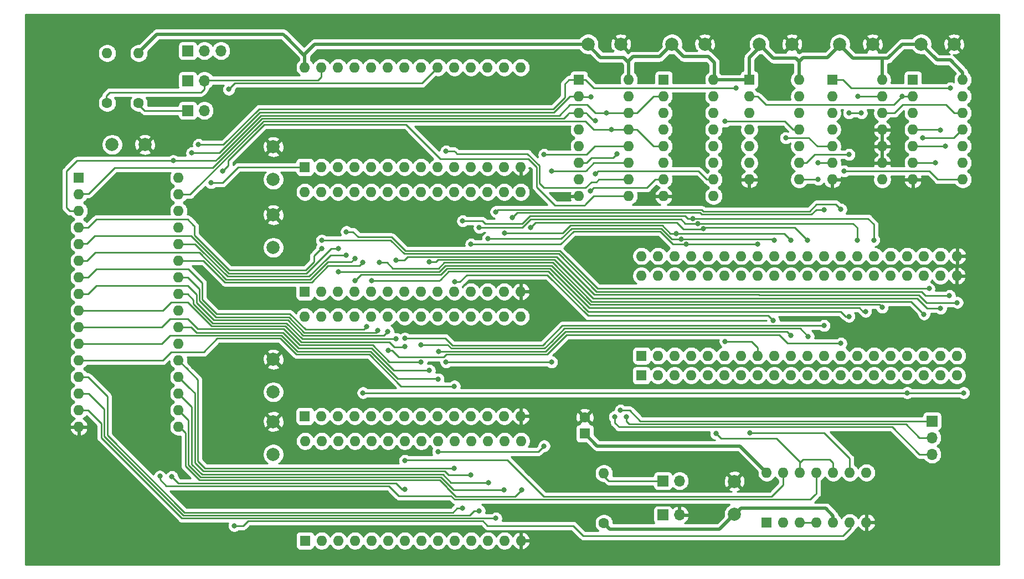
<source format=gbr>
%TF.GenerationSoftware,KiCad,Pcbnew,(5.1.9-0-10_14)*%
%TF.CreationDate,2022-05-21T18:10:01+01:00*%
%TF.ProjectId,BBCMicro128KRomRam,4242434d-6963-4726-9f31-32384b526f6d,rev?*%
%TF.SameCoordinates,Original*%
%TF.FileFunction,Copper,L2,Bot*%
%TF.FilePolarity,Positive*%
%FSLAX46Y46*%
G04 Gerber Fmt 4.6, Leading zero omitted, Abs format (unit mm)*
G04 Created by KiCad (PCBNEW (5.1.9-0-10_14)) date 2022-05-21 18:10:01*
%MOMM*%
%LPD*%
G01*
G04 APERTURE LIST*
%TA.AperFunction,ComponentPad*%
%ADD10O,1.600000X1.600000*%
%TD*%
%TA.AperFunction,ComponentPad*%
%ADD11R,1.600000X1.600000*%
%TD*%
%TA.AperFunction,ComponentPad*%
%ADD12O,1.700000X1.700000*%
%TD*%
%TA.AperFunction,ComponentPad*%
%ADD13R,1.700000X1.700000*%
%TD*%
%TA.AperFunction,ComponentPad*%
%ADD14C,1.600000*%
%TD*%
%TA.AperFunction,ComponentPad*%
%ADD15C,2.000000*%
%TD*%
%TA.AperFunction,ViaPad*%
%ADD16C,0.800000*%
%TD*%
%TA.AperFunction,Conductor*%
%ADD17C,0.250000*%
%TD*%
%TA.AperFunction,Conductor*%
%ADD18C,0.500000*%
%TD*%
%TA.AperFunction,Conductor*%
%ADD19C,0.254000*%
%TD*%
%TA.AperFunction,Conductor*%
%ADD20C,0.100000*%
%TD*%
G04 APERTURE END LIST*
D10*
%TO.P,U5,28*%
%TO.N,+5V*%
X121793000Y-49022000D03*
%TO.P,U5,14*%
%TO.N,GND*%
X154813000Y-64262000D03*
%TO.P,U5,27*%
%TO.N,Net-(J4-Pad2)*%
X124333000Y-49022000D03*
%TO.P,U5,13*%
%TO.N,D2*%
X152273000Y-64262000D03*
%TO.P,U5,26*%
%TO.N,A13*%
X126873000Y-49022000D03*
%TO.P,U5,12*%
%TO.N,D1*%
X149733000Y-64262000D03*
%TO.P,U5,25*%
%TO.N,A8*%
X129413000Y-49022000D03*
%TO.P,U5,11*%
%TO.N,D0*%
X147193000Y-64262000D03*
%TO.P,U5,24*%
%TO.N,A9*%
X131953000Y-49022000D03*
%TO.P,U5,10*%
%TO.N,A0*%
X144653000Y-64262000D03*
%TO.P,U5,23*%
%TO.N,A11*%
X134493000Y-49022000D03*
%TO.P,U5,9*%
%TO.N,A1*%
X142113000Y-64262000D03*
%TO.P,U5,22*%
%TO.N,~ROMOE*%
X137033000Y-49022000D03*
%TO.P,U5,8*%
%TO.N,A2*%
X139573000Y-64262000D03*
%TO.P,U5,21*%
%TO.N,A10*%
X139573000Y-49022000D03*
%TO.P,U5,7*%
%TO.N,A3*%
X137033000Y-64262000D03*
%TO.P,U5,20*%
%TO.N,Net-(J5-Pad2)*%
X142113000Y-49022000D03*
%TO.P,U5,6*%
%TO.N,A4*%
X134493000Y-64262000D03*
%TO.P,U5,19*%
%TO.N,D7*%
X144653000Y-49022000D03*
%TO.P,U5,5*%
%TO.N,A5*%
X131953000Y-64262000D03*
%TO.P,U5,18*%
%TO.N,D6*%
X147193000Y-49022000D03*
%TO.P,U5,4*%
%TO.N,A6*%
X129413000Y-64262000D03*
%TO.P,U5,17*%
%TO.N,D5*%
X149733000Y-49022000D03*
%TO.P,U5,3*%
%TO.N,A7*%
X126873000Y-64262000D03*
%TO.P,U5,16*%
%TO.N,D4*%
X152273000Y-49022000D03*
%TO.P,U5,2*%
%TO.N,A12*%
X124333000Y-64262000D03*
%TO.P,U5,15*%
%TO.N,D3*%
X154813000Y-49022000D03*
D11*
%TO.P,U5,1*%
%TO.N,Net-(J3-Pad1)*%
X121793000Y-64262000D03*
%TD*%
D10*
%TO.P,U2,28*%
%TO.N,+5V*%
X121820000Y-106172000D03*
%TO.P,U2,14*%
%TO.N,GND*%
X154840000Y-121412000D03*
%TO.P,U2,27*%
%TO.N,+5V*%
X124360000Y-106172000D03*
%TO.P,U2,13*%
%TO.N,D2*%
X152300000Y-121412000D03*
%TO.P,U2,26*%
%TO.N,A13*%
X126900000Y-106172000D03*
%TO.P,U2,12*%
%TO.N,D1*%
X149760000Y-121412000D03*
%TO.P,U2,25*%
%TO.N,A8*%
X129440000Y-106172000D03*
%TO.P,U2,11*%
%TO.N,D0*%
X147220000Y-121412000D03*
%TO.P,U2,24*%
%TO.N,A9*%
X131980000Y-106172000D03*
%TO.P,U2,10*%
%TO.N,A0*%
X144680000Y-121412000D03*
%TO.P,U2,23*%
%TO.N,A11*%
X134520000Y-106172000D03*
%TO.P,U2,9*%
%TO.N,A1*%
X142140000Y-121412000D03*
%TO.P,U2,22*%
%TO.N,~ROMOE*%
X137060000Y-106172000D03*
%TO.P,U2,8*%
%TO.N,A2*%
X139600000Y-121412000D03*
%TO.P,U2,21*%
%TO.N,A10*%
X139600000Y-106172000D03*
%TO.P,U2,7*%
%TO.N,A3*%
X137060000Y-121412000D03*
%TO.P,U2,20*%
%TO.N,/EPROM/~ROMCS8*%
X142140000Y-106172000D03*
%TO.P,U2,6*%
%TO.N,A4*%
X134520000Y-121412000D03*
%TO.P,U2,19*%
%TO.N,D7*%
X144680000Y-106172000D03*
%TO.P,U2,5*%
%TO.N,A5*%
X131980000Y-121412000D03*
%TO.P,U2,18*%
%TO.N,D6*%
X147220000Y-106172000D03*
%TO.P,U2,4*%
%TO.N,A6*%
X129440000Y-121412000D03*
%TO.P,U2,17*%
%TO.N,D5*%
X149760000Y-106172000D03*
%TO.P,U2,3*%
%TO.N,A7*%
X126900000Y-121412000D03*
%TO.P,U2,16*%
%TO.N,D4*%
X152300000Y-106172000D03*
%TO.P,U2,2*%
%TO.N,A12*%
X124360000Y-121412000D03*
%TO.P,U2,15*%
%TO.N,D3*%
X154840000Y-106172000D03*
D11*
%TO.P,U2,1*%
%TO.N,+5V*%
X121820000Y-121412000D03*
%TD*%
D10*
%TO.P,U9,14*%
%TO.N,+5V*%
X192405000Y-110998000D03*
%TO.P,U9,7*%
%TO.N,GND*%
X207645000Y-118618000D03*
%TO.P,U9,13*%
%TO.N,~ROMOE*%
X194945000Y-110998000D03*
%TO.P,U9,6*%
%TO.N,Net-(J5-Pad3)*%
X205105000Y-118618000D03*
%TO.P,U9,12*%
%TO.N,PHI2*%
X197485000Y-110998000D03*
%TO.P,U9,5*%
%TO.N,+5V*%
X202565000Y-118618000D03*
%TO.P,U9,11*%
%TO.N,~RAMWE*%
X200025000Y-110998000D03*
%TO.P,U9,4*%
%TO.N,Net-(U9-Pad3)*%
X200025000Y-118618000D03*
%TO.P,U9,10*%
%TO.N,PHI2*%
X202565000Y-110998000D03*
%TO.P,U9,3*%
%TO.N,Net-(U9-Pad3)*%
X197485000Y-118618000D03*
%TO.P,U9,9*%
%TO.N,R~W*%
X205105000Y-110998000D03*
%TO.P,U9,2*%
%TO.N,/EPROM/~ROMCS10*%
X194945000Y-118618000D03*
%TO.P,U9,8*%
%TO.N,~ROMOE*%
X207645000Y-110998000D03*
D11*
%TO.P,U9,1*%
%TO.N,/EPROM/~ROMCS11*%
X192405000Y-118618000D03*
%TD*%
D12*
%TO.P,J2,2*%
%TO.N,Net-(CON1-Pad2)*%
X179070000Y-112268000D03*
D13*
%TO.P,J2,1*%
%TO.N,Net-(J2-Pad1)*%
X176530000Y-112268000D03*
%TD*%
D12*
%TO.P,J1,2*%
%TO.N,GND*%
X179070000Y-117475000D03*
D13*
%TO.P,J1,1*%
%TO.N,Net-(J1-Pad1)*%
X176530000Y-117475000D03*
%TD*%
D12*
%TO.P,J4,2*%
%TO.N,Net-(J4-Pad2)*%
X106426000Y-51054000D03*
D13*
%TO.P,J4,1*%
%TO.N,ROM0*%
X103886000Y-51054000D03*
%TD*%
D11*
%TO.P,U3,1*%
%TO.N,+5V*%
X121793000Y-102362000D03*
D10*
%TO.P,U3,15*%
%TO.N,D3*%
X154813000Y-87122000D03*
%TO.P,U3,2*%
%TO.N,A12*%
X124333000Y-102362000D03*
%TO.P,U3,16*%
%TO.N,D4*%
X152273000Y-87122000D03*
%TO.P,U3,3*%
%TO.N,A7*%
X126873000Y-102362000D03*
%TO.P,U3,17*%
%TO.N,D5*%
X149733000Y-87122000D03*
%TO.P,U3,4*%
%TO.N,A6*%
X129413000Y-102362000D03*
%TO.P,U3,18*%
%TO.N,D6*%
X147193000Y-87122000D03*
%TO.P,U3,5*%
%TO.N,A5*%
X131953000Y-102362000D03*
%TO.P,U3,19*%
%TO.N,D7*%
X144653000Y-87122000D03*
%TO.P,U3,6*%
%TO.N,A4*%
X134493000Y-102362000D03*
%TO.P,U3,20*%
%TO.N,/EPROM/~ROMCS9*%
X142113000Y-87122000D03*
%TO.P,U3,7*%
%TO.N,A3*%
X137033000Y-102362000D03*
%TO.P,U3,21*%
%TO.N,A10*%
X139573000Y-87122000D03*
%TO.P,U3,8*%
%TO.N,A2*%
X139573000Y-102362000D03*
%TO.P,U3,22*%
%TO.N,~ROMOE*%
X137033000Y-87122000D03*
%TO.P,U3,9*%
%TO.N,A1*%
X142113000Y-102362000D03*
%TO.P,U3,23*%
%TO.N,A11*%
X134493000Y-87122000D03*
%TO.P,U3,10*%
%TO.N,A0*%
X144653000Y-102362000D03*
%TO.P,U3,24*%
%TO.N,A9*%
X131953000Y-87122000D03*
%TO.P,U3,11*%
%TO.N,D0*%
X147193000Y-102362000D03*
%TO.P,U3,25*%
%TO.N,A8*%
X129413000Y-87122000D03*
%TO.P,U3,12*%
%TO.N,D1*%
X149733000Y-102362000D03*
%TO.P,U3,26*%
%TO.N,A13*%
X126873000Y-87122000D03*
%TO.P,U3,13*%
%TO.N,D2*%
X152273000Y-102362000D03*
%TO.P,U3,27*%
%TO.N,+5V*%
X124333000Y-87122000D03*
%TO.P,U3,14*%
%TO.N,GND*%
X154813000Y-102362000D03*
%TO.P,U3,28*%
%TO.N,+5V*%
X121793000Y-87122000D03*
%TD*%
%TO.P,R3,2*%
%TO.N,+5V*%
X91567000Y-46863000D03*
D14*
%TO.P,R3,1*%
%TO.N,Net-(J4-Pad2)*%
X91567000Y-54483000D03*
%TD*%
D10*
%TO.P,R2,2*%
%TO.N,+5V*%
X96393000Y-46863000D03*
D14*
%TO.P,R2,1*%
%TO.N,Net-(J3-Pad1)*%
X96393000Y-54483000D03*
%TD*%
D12*
%TO.P,J5,3*%
%TO.N,Net-(J5-Pad3)*%
X108966000Y-46482000D03*
%TO.P,J5,2*%
%TO.N,Net-(J5-Pad2)*%
X106426000Y-46482000D03*
D13*
%TO.P,J5,1*%
%TO.N,/EPROM/~ROMCS11*%
X103886000Y-46482000D03*
%TD*%
D12*
%TO.P,J3,2*%
%TO.N,ROM0*%
X106426000Y-55626000D03*
D13*
%TO.P,J3,1*%
%TO.N,Net-(J3-Pad1)*%
X103886000Y-55626000D03*
%TD*%
D10*
%TO.P,U4,28*%
%TO.N,+5V*%
X121793000Y-68072000D03*
%TO.P,U4,14*%
%TO.N,GND*%
X154813000Y-83312000D03*
%TO.P,U4,27*%
%TO.N,+5V*%
X124333000Y-68072000D03*
%TO.P,U4,13*%
%TO.N,D2*%
X152273000Y-83312000D03*
%TO.P,U4,26*%
%TO.N,A13*%
X126873000Y-68072000D03*
%TO.P,U4,12*%
%TO.N,D1*%
X149733000Y-83312000D03*
%TO.P,U4,25*%
%TO.N,A8*%
X129413000Y-68072000D03*
%TO.P,U4,11*%
%TO.N,D0*%
X147193000Y-83312000D03*
%TO.P,U4,24*%
%TO.N,A9*%
X131953000Y-68072000D03*
%TO.P,U4,10*%
%TO.N,A0*%
X144653000Y-83312000D03*
%TO.P,U4,23*%
%TO.N,A11*%
X134493000Y-68072000D03*
%TO.P,U4,9*%
%TO.N,A1*%
X142113000Y-83312000D03*
%TO.P,U4,22*%
%TO.N,~ROMOE*%
X137033000Y-68072000D03*
%TO.P,U4,8*%
%TO.N,A2*%
X139573000Y-83312000D03*
%TO.P,U4,21*%
%TO.N,A10*%
X139573000Y-68072000D03*
%TO.P,U4,7*%
%TO.N,A3*%
X137033000Y-83312000D03*
%TO.P,U4,20*%
%TO.N,/EPROM/~ROMCS10*%
X142113000Y-68072000D03*
%TO.P,U4,6*%
%TO.N,A4*%
X134493000Y-83312000D03*
%TO.P,U4,19*%
%TO.N,D7*%
X144653000Y-68072000D03*
%TO.P,U4,5*%
%TO.N,A5*%
X131953000Y-83312000D03*
%TO.P,U4,18*%
%TO.N,D6*%
X147193000Y-68072000D03*
%TO.P,U4,4*%
%TO.N,A6*%
X129413000Y-83312000D03*
%TO.P,U4,17*%
%TO.N,D5*%
X149733000Y-68072000D03*
%TO.P,U4,3*%
%TO.N,A7*%
X126873000Y-83312000D03*
%TO.P,U4,16*%
%TO.N,D4*%
X152273000Y-68072000D03*
%TO.P,U4,2*%
%TO.N,A12*%
X124333000Y-83312000D03*
%TO.P,U4,15*%
%TO.N,D3*%
X154813000Y-68072000D03*
D11*
%TO.P,U4,1*%
%TO.N,+5V*%
X121793000Y-83312000D03*
%TD*%
D15*
%TO.P,C3,2*%
%TO.N,GND*%
X116967000Y-93679000D03*
%TO.P,C3,1*%
%TO.N,+5V*%
X116967000Y-98679000D03*
%TD*%
%TO.P,C5,2*%
%TO.N,GND*%
X116967000Y-61167000D03*
%TO.P,C5,1*%
%TO.N,+5V*%
X116967000Y-66167000D03*
%TD*%
%TO.P,C12,2*%
%TO.N,GND*%
X170100000Y-45466000D03*
%TO.P,C12,1*%
%TO.N,+5V*%
X165100000Y-45466000D03*
%TD*%
D10*
%TO.P,U6,32*%
%TO.N,+5V*%
X102489000Y-65913000D03*
%TO.P,U6,16*%
%TO.N,GND*%
X87249000Y-104013000D03*
%TO.P,U6,31*%
%TO.N,ROM1*%
X102489000Y-68453000D03*
%TO.P,U6,15*%
%TO.N,D2*%
X87249000Y-101473000D03*
%TO.P,U6,30*%
%TO.N,ROM2*%
X102489000Y-70993000D03*
%TO.P,U6,14*%
%TO.N,D1*%
X87249000Y-98933000D03*
%TO.P,U6,29*%
%TO.N,~RAMWE*%
X102489000Y-73533000D03*
%TO.P,U6,13*%
%TO.N,D0*%
X87249000Y-96393000D03*
%TO.P,U6,28*%
%TO.N,A13*%
X102489000Y-76073000D03*
%TO.P,U6,12*%
%TO.N,A0*%
X87249000Y-93853000D03*
%TO.P,U6,27*%
%TO.N,A8*%
X102489000Y-78613000D03*
%TO.P,U6,11*%
%TO.N,A1*%
X87249000Y-91313000D03*
%TO.P,U6,26*%
%TO.N,A9*%
X102489000Y-81153000D03*
%TO.P,U6,10*%
%TO.N,A2*%
X87249000Y-88773000D03*
%TO.P,U6,25*%
%TO.N,A11*%
X102489000Y-83693000D03*
%TO.P,U6,9*%
%TO.N,A3*%
X87249000Y-86233000D03*
%TO.P,U6,24*%
%TO.N,~ROMOE*%
X102489000Y-86233000D03*
%TO.P,U6,8*%
%TO.N,A4*%
X87249000Y-83693000D03*
%TO.P,U6,23*%
%TO.N,A10*%
X102489000Y-88773000D03*
%TO.P,U6,7*%
%TO.N,A5*%
X87249000Y-81153000D03*
%TO.P,U6,22*%
%TO.N,~ROMCS*%
X102489000Y-91313000D03*
%TO.P,U6,6*%
%TO.N,A6*%
X87249000Y-78613000D03*
%TO.P,U6,21*%
%TO.N,D7*%
X102489000Y-93853000D03*
%TO.P,U6,5*%
%TO.N,A7*%
X87249000Y-76073000D03*
%TO.P,U6,20*%
%TO.N,D6*%
X102489000Y-96393000D03*
%TO.P,U6,4*%
%TO.N,A12*%
X87249000Y-73533000D03*
%TO.P,U6,19*%
%TO.N,D5*%
X102489000Y-98933000D03*
%TO.P,U6,3*%
%TO.N,ROM0*%
X87249000Y-70993000D03*
%TO.P,U6,18*%
%TO.N,D4*%
X102489000Y-101473000D03*
%TO.P,U6,2*%
%TO.N,ROM3*%
X87249000Y-68453000D03*
%TO.P,U6,17*%
%TO.N,D3*%
X102489000Y-104013000D03*
D11*
%TO.P,U6,1*%
%TO.N,Net-(U6-Pad1)*%
X87249000Y-65913000D03*
%TD*%
D10*
%TO.P,U12,16*%
%TO.N,+5V*%
X171323000Y-50927000D03*
%TO.P,U12,8*%
%TO.N,GND*%
X163703000Y-68707000D03*
%TO.P,U12,15*%
%TO.N,~ROMCS_8_11*%
X171323000Y-53467000D03*
%TO.P,U12,7*%
%TO.N,Net-(U12-Pad7)*%
X163703000Y-66167000D03*
%TO.P,U12,14*%
%TO.N,ROM0*%
X171323000Y-56007000D03*
%TO.P,U12,6*%
%TO.N,~ROMCS_8_11*%
X163703000Y-63627000D03*
%TO.P,U12,13*%
%TO.N,ROM1*%
X171323000Y-58547000D03*
%TO.P,U12,5*%
%TO.N,Net-(U12-Pad5)*%
X163703000Y-61087000D03*
%TO.P,U12,12*%
%TO.N,/EPROM/~ROMCS8*%
X171323000Y-61087000D03*
%TO.P,U12,4*%
%TO.N,/AddDecode/~ROMCS_0_3*%
X163703000Y-58547000D03*
%TO.P,U12,11*%
%TO.N,/EPROM/~ROMCS9*%
X171323000Y-63627000D03*
%TO.P,U12,3*%
%TO.N,ROM3*%
X163703000Y-56007000D03*
%TO.P,U12,10*%
%TO.N,/EPROM/~ROMCS10*%
X171323000Y-66167000D03*
%TO.P,U12,2*%
%TO.N,ROM2*%
X163703000Y-53467000D03*
%TO.P,U12,9*%
%TO.N,/EPROM/~ROMCS11*%
X171323000Y-68707000D03*
D11*
%TO.P,U12,1*%
%TO.N,~ROMCS*%
X163703000Y-50927000D03*
%TD*%
D14*
%TO.P,C1,2*%
%TO.N,GND*%
X164592000Y-102529000D03*
D11*
%TO.P,C1,1*%
%TO.N,+5V*%
X164592000Y-105029000D03*
%TD*%
D15*
%TO.P,C11,2*%
%TO.N,GND*%
X182927000Y-45466000D03*
%TO.P,C11,1*%
%TO.N,+5V*%
X177927000Y-45466000D03*
%TD*%
D10*
%TO.P,U10,14*%
%TO.N,+5V*%
X197358000Y-50927000D03*
%TO.P,U10,7*%
%TO.N,GND*%
X189738000Y-66167000D03*
%TO.P,U10,13*%
%TO.N,Net-(U10-Pad13)*%
X197358000Y-53467000D03*
%TO.P,U10,6*%
%TO.N,~ROMCS*%
X189738000Y-63627000D03*
%TO.P,U10,12*%
%TO.N,+5V*%
X197358000Y-56007000D03*
%TO.P,U10,5*%
%TO.N,A15*%
X189738000Y-61087000D03*
%TO.P,U10,11*%
%TO.N,/AddDecode/~FE3x*%
X197358000Y-58547000D03*
%TO.P,U10,4*%
%TO.N,/AddDecode/~A14*%
X189738000Y-58547000D03*
%TO.P,U10,10*%
%TO.N,A4*%
X197358000Y-61087000D03*
%TO.P,U10,3*%
%TO.N,/AddDecode/~A14*%
X189738000Y-56007000D03*
%TO.P,U10,9*%
%TO.N,A5*%
X197358000Y-63627000D03*
%TO.P,U10,2*%
%TO.N,A14*%
X189738000Y-53467000D03*
%TO.P,U10,8*%
%TO.N,Net-(U10-Pad8)*%
X197358000Y-66167000D03*
D11*
%TO.P,U10,1*%
%TO.N,+5V*%
X189738000Y-50927000D03*
%TD*%
D10*
%TO.P,CON1,40*%
%TO.N,~RES*%
X173228000Y-80899000D03*
%TO.P,CON1,20*%
%TO.N,A11*%
X221488000Y-96139000D03*
%TO.P,CON1,39*%
%TO.N,PHI2*%
X175768000Y-80899000D03*
%TO.P,CON1,19*%
%TO.N,A10*%
X218948000Y-96139000D03*
%TO.P,CON1,38*%
%TO.N,Net-(CON1-Pad38)*%
X178308000Y-80899000D03*
%TO.P,CON1,18*%
%TO.N,A9*%
X216408000Y-96139000D03*
%TO.P,CON1,37*%
%TO.N,Net-(CON1-Pad37)*%
X180848000Y-80899000D03*
%TO.P,CON1,17*%
%TO.N,A8*%
X213868000Y-96139000D03*
%TO.P,CON1,36*%
%TO.N,Net-(CON1-Pad36)*%
X183388000Y-80899000D03*
%TO.P,CON1,16*%
%TO.N,A7*%
X211328000Y-96139000D03*
%TO.P,CON1,35*%
%TO.N,Net-(CON1-Pad35)*%
X185928000Y-80899000D03*
%TO.P,CON1,15*%
%TO.N,A6*%
X208788000Y-96139000D03*
%TO.P,CON1,34*%
%TO.N,R~W*%
X188468000Y-80899000D03*
%TO.P,CON1,14*%
%TO.N,A5*%
X206248000Y-96139000D03*
%TO.P,CON1,33*%
%TO.N,D0*%
X191008000Y-80899000D03*
%TO.P,CON1,13*%
%TO.N,A4*%
X203708000Y-96139000D03*
%TO.P,CON1,32*%
%TO.N,D1*%
X193548000Y-80899000D03*
%TO.P,CON1,12*%
%TO.N,A3*%
X201168000Y-96139000D03*
%TO.P,CON1,31*%
%TO.N,D2*%
X196088000Y-80899000D03*
%TO.P,CON1,11*%
%TO.N,A2*%
X198628000Y-96139000D03*
%TO.P,CON1,30*%
%TO.N,D3*%
X198628000Y-80899000D03*
%TO.P,CON1,10*%
%TO.N,A1*%
X196088000Y-96139000D03*
%TO.P,CON1,29*%
%TO.N,D4*%
X201168000Y-80899000D03*
%TO.P,CON1,9*%
%TO.N,A0*%
X193548000Y-96139000D03*
%TO.P,CON1,28*%
%TO.N,D5*%
X203708000Y-80899000D03*
%TO.P,CON1,8*%
%TO.N,+5V*%
X191008000Y-96139000D03*
%TO.P,CON1,27*%
%TO.N,D6*%
X206248000Y-80899000D03*
%TO.P,CON1,7*%
%TO.N,Net-(CON1-Pad7)*%
X188468000Y-96139000D03*
%TO.P,CON1,26*%
%TO.N,D7*%
X208788000Y-80899000D03*
%TO.P,CON1,6*%
%TO.N,Net-(CON1-Pad6)*%
X185928000Y-96139000D03*
%TO.P,CON1,25*%
%TO.N,A15*%
X211328000Y-80899000D03*
%TO.P,CON1,5*%
%TO.N,Net-(CON1-Pad5)*%
X183388000Y-96139000D03*
%TO.P,CON1,24*%
%TO.N,A14*%
X213868000Y-80899000D03*
%TO.P,CON1,4*%
%TO.N,Net-(CON1-Pad4)*%
X180848000Y-96139000D03*
%TO.P,CON1,23*%
%TO.N,A13*%
X216408000Y-80899000D03*
%TO.P,CON1,3*%
%TO.N,Net-(CON1-Pad3)*%
X178308000Y-96139000D03*
%TO.P,CON1,22*%
%TO.N,A12*%
X218948000Y-80899000D03*
%TO.P,CON1,2*%
%TO.N,Net-(CON1-Pad2)*%
X175768000Y-96139000D03*
%TO.P,CON1,21*%
%TO.N,GND*%
X221488000Y-80899000D03*
D11*
%TO.P,CON1,1*%
%TO.N,Net-(CON1-Pad1)*%
X173228000Y-96139000D03*
%TD*%
D10*
%TO.P,U7,14*%
%TO.N,+5V*%
X222377000Y-50927000D03*
%TO.P,U7,7*%
%TO.N,GND*%
X214757000Y-66167000D03*
%TO.P,U7,13*%
%TO.N,N/C*%
X222377000Y-53467000D03*
%TO.P,U7,6*%
%TO.N,A10*%
X214757000Y-63627000D03*
%TO.P,U7,12*%
%TO.N,Net-(U7-Pad12)*%
X222377000Y-56007000D03*
%TO.P,U7,5*%
%TO.N,A11*%
X214757000Y-61087000D03*
%TO.P,U7,11*%
%TO.N,A9*%
X222377000Y-58547000D03*
%TO.P,U7,4*%
%TO.N,A12*%
X214757000Y-58547000D03*
%TO.P,U7,10*%
%TO.N,N/C*%
X222377000Y-61087000D03*
%TO.P,U7,3*%
%TO.N,A13*%
X214757000Y-56007000D03*
%TO.P,U7,9*%
%TO.N,N/C*%
X222377000Y-63627000D03*
%TO.P,U7,2*%
%TO.N,A14*%
X214757000Y-53467000D03*
%TO.P,U7,8*%
%TO.N,/AddDecode/~11111110_00xx*%
X222377000Y-66167000D03*
D11*
%TO.P,U7,1*%
%TO.N,A15*%
X214757000Y-50927000D03*
%TD*%
D10*
%TO.P,U8,14*%
%TO.N,+5V*%
X210058000Y-50927000D03*
%TO.P,U8,7*%
%TO.N,GND*%
X202438000Y-66167000D03*
%TO.P,U8,13*%
%TO.N,A6*%
X210058000Y-53467000D03*
%TO.P,U8,6*%
%TO.N,Net-(U10-Pad13)*%
X202438000Y-63627000D03*
%TO.P,U8,12*%
%TO.N,Net-(U7-Pad12)*%
X210058000Y-56007000D03*
%TO.P,U8,5*%
%TO.N,~RAMWE*%
X202438000Y-61087000D03*
%TO.P,U8,11*%
%TO.N,GND*%
X210058000Y-58547000D03*
%TO.P,U8,4*%
%TO.N,Net-(U10-Pad8)*%
X202438000Y-58547000D03*
%TO.P,U8,10*%
%TO.N,GND*%
X210058000Y-61087000D03*
%TO.P,U8,3*%
%TO.N,/AddDecode/~11111110_00xx*%
X202438000Y-56007000D03*
%TO.P,U8,9*%
%TO.N,GND*%
X210058000Y-63627000D03*
%TO.P,U8,2*%
%TO.N,A7*%
X202438000Y-53467000D03*
%TO.P,U8,8*%
%TO.N,Net-(U8-Pad8)*%
X210058000Y-66167000D03*
D11*
%TO.P,U8,1*%
%TO.N,A8*%
X202438000Y-50927000D03*
%TD*%
D10*
%TO.P,U1,40*%
%TO.N,~RES*%
X173268000Y-77881775D03*
%TO.P,U1,20*%
%TO.N,A11*%
X221528000Y-93121775D03*
%TO.P,U1,39*%
%TO.N,PHI2*%
X175808000Y-77881775D03*
%TO.P,U1,19*%
%TO.N,A10*%
X218988000Y-93121775D03*
%TO.P,U1,38*%
%TO.N,Net-(CON1-Pad38)*%
X178348000Y-77881775D03*
%TO.P,U1,18*%
%TO.N,A9*%
X216448000Y-93121775D03*
%TO.P,U1,37*%
%TO.N,Net-(CON1-Pad37)*%
X180888000Y-77881775D03*
%TO.P,U1,17*%
%TO.N,A8*%
X213908000Y-93121775D03*
%TO.P,U1,36*%
%TO.N,+5V*%
X183428000Y-77881775D03*
%TO.P,U1,16*%
%TO.N,A7*%
X211368000Y-93121775D03*
%TO.P,U1,35*%
%TO.N,Net-(U1-Pad35)*%
X185968000Y-77881775D03*
%TO.P,U1,15*%
%TO.N,A6*%
X208828000Y-93121775D03*
%TO.P,U1,34*%
%TO.N,R~W*%
X188508000Y-77881775D03*
%TO.P,U1,14*%
%TO.N,A5*%
X206288000Y-93121775D03*
%TO.P,U1,33*%
%TO.N,D0*%
X191048000Y-77881775D03*
%TO.P,U1,13*%
%TO.N,A4*%
X203748000Y-93121775D03*
%TO.P,U1,32*%
%TO.N,D1*%
X193588000Y-77881775D03*
%TO.P,U1,12*%
%TO.N,A3*%
X201208000Y-93121775D03*
%TO.P,U1,31*%
%TO.N,D2*%
X196128000Y-77881775D03*
%TO.P,U1,11*%
%TO.N,A2*%
X198668000Y-93121775D03*
%TO.P,U1,30*%
%TO.N,D3*%
X198668000Y-77881775D03*
%TO.P,U1,10*%
%TO.N,A1*%
X196128000Y-93121775D03*
%TO.P,U1,29*%
%TO.N,D4*%
X201208000Y-77881775D03*
%TO.P,U1,9*%
%TO.N,A0*%
X193588000Y-93121775D03*
%TO.P,U1,28*%
%TO.N,D5*%
X203748000Y-77881775D03*
%TO.P,U1,8*%
%TO.N,+5V*%
X191048000Y-93121775D03*
%TO.P,U1,27*%
%TO.N,D6*%
X206288000Y-77881775D03*
%TO.P,U1,7*%
%TO.N,Net-(CON1-Pad7)*%
X188508000Y-93121775D03*
%TO.P,U1,26*%
%TO.N,D7*%
X208828000Y-77881775D03*
%TO.P,U1,6*%
%TO.N,Net-(CON1-Pad6)*%
X185968000Y-93121775D03*
%TO.P,U1,25*%
%TO.N,A15*%
X211368000Y-77881775D03*
%TO.P,U1,5*%
%TO.N,Net-(U1-Pad5)*%
X183428000Y-93121775D03*
%TO.P,U1,24*%
%TO.N,A14*%
X213908000Y-77881775D03*
%TO.P,U1,4*%
%TO.N,Net-(CON1-Pad4)*%
X180888000Y-93121775D03*
%TO.P,U1,23*%
%TO.N,A13*%
X216448000Y-77881775D03*
%TO.P,U1,3*%
%TO.N,Net-(CON1-Pad3)*%
X178348000Y-93121775D03*
%TO.P,U1,22*%
%TO.N,A12*%
X218988000Y-77881775D03*
%TO.P,U1,2*%
%TO.N,Net-(CON1-Pad2)*%
X175808000Y-93121775D03*
%TO.P,U1,21*%
%TO.N,GND*%
X221528000Y-77881775D03*
D11*
%TO.P,U1,1*%
%TO.N,Net-(J1-Pad1)*%
X173268000Y-93121775D03*
%TD*%
D10*
%TO.P,U11,16*%
%TO.N,+5V*%
X184277000Y-50927000D03*
%TO.P,U11,8*%
%TO.N,GND*%
X176657000Y-68707000D03*
%TO.P,U11,15*%
%TO.N,Net-(U11-Pad15)*%
X184277000Y-53467000D03*
%TO.P,U11,7*%
%TO.N,ROM2*%
X176657000Y-66167000D03*
%TO.P,U11,14*%
%TO.N,D7*%
X184277000Y-56007000D03*
%TO.P,U11,6*%
%TO.N,D2*%
X176657000Y-63627000D03*
%TO.P,U11,13*%
%TO.N,D6*%
X184277000Y-58547000D03*
%TO.P,U11,5*%
%TO.N,ROM1*%
X176657000Y-61087000D03*
%TO.P,U11,12*%
%TO.N,Net-(U11-Pad12)*%
X184277000Y-61087000D03*
%TO.P,U11,4*%
%TO.N,D1*%
X176657000Y-58547000D03*
%TO.P,U11,11*%
%TO.N,D3*%
X184277000Y-63627000D03*
%TO.P,U11,3*%
%TO.N,D0*%
X176657000Y-56007000D03*
%TO.P,U11,10*%
%TO.N,ROM3*%
X184277000Y-66167000D03*
%TO.P,U11,2*%
%TO.N,ROM0*%
X176657000Y-53467000D03*
%TO.P,U11,9*%
%TO.N,/AddDecode/~FE3x*%
X184277000Y-68707000D03*
D11*
%TO.P,U11,1*%
%TO.N,~RES*%
X176657000Y-50927000D03*
%TD*%
D10*
%TO.P,R1,2*%
%TO.N,Net-(J2-Pad1)*%
X167513000Y-111125000D03*
D14*
%TO.P,R1,1*%
%TO.N,+5V*%
X167513000Y-118745000D03*
%TD*%
D12*
%TO.P,CON2,3*%
%TO.N,/AddDecode/~ROMCS_0_3*%
X217678000Y-108204000D03*
%TO.P,CON2,2*%
%TO.N,ROM1*%
X217678000Y-105664000D03*
D13*
%TO.P,CON2,1*%
%TO.N,ROM0*%
X217678000Y-103124000D03*
%TD*%
D15*
%TO.P,C10,2*%
%TO.N,GND*%
X196262000Y-45466000D03*
%TO.P,C10,1*%
%TO.N,+5V*%
X191262000Y-45466000D03*
%TD*%
%TO.P,C9,2*%
%TO.N,GND*%
X187452000Y-112348000D03*
%TO.P,C9,1*%
%TO.N,+5V*%
X187452000Y-117348000D03*
%TD*%
%TO.P,C8,2*%
%TO.N,GND*%
X208581000Y-45466000D03*
%TO.P,C8,1*%
%TO.N,+5V*%
X203581000Y-45466000D03*
%TD*%
%TO.P,C7,2*%
%TO.N,GND*%
X221027000Y-45466000D03*
%TO.P,C7,1*%
%TO.N,+5V*%
X216027000Y-45466000D03*
%TD*%
%TO.P,C6,2*%
%TO.N,GND*%
X97329000Y-60833000D03*
%TO.P,C6,1*%
%TO.N,+5V*%
X92329000Y-60833000D03*
%TD*%
%TO.P,C4,2*%
%TO.N,GND*%
X116967000Y-71581000D03*
%TO.P,C4,1*%
%TO.N,+5V*%
X116967000Y-76581000D03*
%TD*%
%TO.P,C2,2*%
%TO.N,GND*%
X116967000Y-103204000D03*
%TO.P,C2,1*%
%TO.N,+5V*%
X116967000Y-108204000D03*
%TD*%
D16*
%TO.N,A11*%
X219710000Y-61087000D03*
X221528000Y-85003000D03*
X135763000Y-78486000D03*
X135763000Y-90551000D03*
%TO.N,PHI2*%
X184658000Y-105029000D03*
%TO.N,A10*%
X218186000Y-63627000D03*
X218988000Y-85892000D03*
X140843000Y-78740000D03*
X140843000Y-95377000D03*
%TO.N,A9*%
X216281000Y-59817000D03*
X216448000Y-86781000D03*
X133223000Y-78867000D03*
X132969000Y-89281000D03*
%TO.N,A8*%
X220472000Y-52197000D03*
X213868000Y-98806000D03*
X222504000Y-98806000D03*
X130683000Y-98806000D03*
X130683000Y-78867000D03*
%TO.N,A7*%
X206883000Y-56007000D03*
X204978000Y-56007000D03*
X210058000Y-85725000D03*
X126925000Y-80264000D03*
X126925000Y-76760000D03*
%TO.N,A6*%
X206375000Y-53467000D03*
X207518000Y-86360000D03*
X129465000Y-78232000D03*
X129465000Y-81661000D03*
%TO.N,R~W*%
X189865000Y-104902000D03*
%TO.N,A5*%
X204978000Y-62357000D03*
X204978000Y-87122000D03*
X132005000Y-81661000D03*
X131254500Y-88709500D03*
%TO.N,D0*%
X145923000Y-116459000D03*
X191048000Y-76073000D03*
X147193000Y-76073000D03*
X180086000Y-76073000D03*
%TO.N,A4*%
X203748000Y-91226000D03*
X134545000Y-92329000D03*
X134493000Y-89408000D03*
%TO.N,D1*%
X148463000Y-116840000D03*
X193588000Y-75478000D03*
X179324000Y-75311000D03*
X149785000Y-75236000D03*
%TO.N,A3*%
X137085000Y-90476000D03*
X201168000Y-88519000D03*
X137085000Y-91746000D03*
%TO.N,D2*%
X151003000Y-117983000D03*
X196088000Y-75438000D03*
X178562000Y-74422000D03*
X152325000Y-74347000D03*
%TO.N,A2*%
X198755000Y-90170000D03*
X139573000Y-91440000D03*
X139573000Y-94107000D03*
%TO.N,D3*%
X154940000Y-113665000D03*
X198628000Y-75438000D03*
X182753000Y-73660000D03*
X156337000Y-73533000D03*
%TO.N,A1*%
X196088000Y-90043000D03*
X142240000Y-92456000D03*
X142165000Y-96699000D03*
%TO.N,D4*%
X152273000Y-113665000D03*
X153543000Y-72009000D03*
X201208000Y-70779000D03*
%TO.N,A0*%
X144705000Y-81840000D03*
X193421000Y-87757000D03*
X144653000Y-97790000D03*
%TO.N,D5*%
X149860000Y-112522000D03*
X151003000Y-71120000D03*
X203748000Y-70739000D03*
%TO.N,+5V*%
X186055000Y-90932000D03*
%TO.N,D6*%
X147193000Y-111379000D03*
X206248000Y-75438000D03*
X148463000Y-73533000D03*
X181864000Y-72898000D03*
%TO.N,D7*%
X144653000Y-110363000D03*
X145923000Y-72517000D03*
X208788000Y-75438000D03*
X181102000Y-72136000D03*
%TO.N,A14*%
X213106000Y-53467000D03*
%TO.N,A13*%
X217233500Y-82867500D03*
X128143000Y-77724000D03*
X128143000Y-74168000D03*
%TO.N,A12*%
X218988000Y-58587000D03*
X220345000Y-83947000D03*
X124385000Y-76760000D03*
X124385000Y-75490000D03*
%TO.N,GND*%
X193167000Y-63500000D03*
X209804000Y-70866000D03*
X193675000Y-51943000D03*
X207645000Y-62230000D03*
X160655000Y-68580000D03*
X115824000Y-84455000D03*
X195834000Y-100965000D03*
X159131000Y-59436000D03*
X115697000Y-114935000D03*
X95377000Y-100076000D03*
X95250000Y-69088000D03*
X180721000Y-49911000D03*
X218186000Y-49784000D03*
X180467000Y-54102000D03*
%TO.N,/AddDecode/~ROMCS_0_3*%
X169164000Y-102489000D03*
%TO.N,ROM1*%
X168656000Y-58547000D03*
X170942000Y-102489000D03*
%TO.N,ROM0*%
X167894000Y-56007000D03*
X101669010Y-63303990D03*
X170053000Y-101473000D03*
%TO.N,~RAMWE*%
X195326000Y-59817000D03*
X99625990Y-111575010D03*
%TO.N,~ROMOE*%
X137085000Y-113538000D03*
X101473000Y-111633000D03*
X137085000Y-109168000D03*
%TO.N,ROM2*%
X165481000Y-67945000D03*
X165517999Y-53503999D03*
X104521000Y-62103000D03*
%TO.N,~ROMCS*%
X187706000Y-52197000D03*
X105537000Y-60833000D03*
%TO.N,ROM3*%
X166243000Y-57150000D03*
X166243000Y-65278000D03*
%TO.N,/AddDecode/~11111110_00xx*%
X204216000Y-64897000D03*
%TO.N,Net-(U10-Pad8)*%
X200279000Y-66167000D03*
%TO.N,/AddDecode/~FE3x*%
X186055000Y-57277000D03*
%TO.N,~ROMCS_8_11*%
X169545000Y-62230000D03*
%TO.N,/EPROM/~ROMCS8*%
X158369000Y-62357000D03*
X142140000Y-107796000D03*
X158369000Y-106934000D03*
%TO.N,/EPROM/~ROMCS9*%
X159512000Y-64897000D03*
X143383000Y-94107000D03*
X159512000Y-94107000D03*
%TO.N,/EPROM/~ROMCS10*%
X143383000Y-61849000D03*
%TO.N,/EPROM/~ROMCS11*%
X109220000Y-64897000D03*
%TO.N,Net-(U10-Pad13)*%
X200279000Y-63627000D03*
%TO.N,Net-(J3-Pad1)*%
X107442000Y-66675000D03*
%TO.N,Net-(J5-Pad3)*%
X110998000Y-119126000D03*
%TO.N,Net-(J5-Pad2)*%
X110172500Y-52387500D03*
%TD*%
D17*
%TO.N,A11*%
X216027000Y-61087000D02*
X219710000Y-61087000D01*
X214757000Y-61087000D02*
X216027000Y-61087000D01*
X135890000Y-78486000D02*
X135890000Y-78486000D01*
X216829000Y-85003000D02*
X221528000Y-85003000D01*
X191262000Y-83820000D02*
X215646000Y-83820000D01*
X191209519Y-83767519D02*
X191262000Y-83820000D01*
X215646000Y-83820000D02*
X216829000Y-85003000D01*
X135890000Y-78486000D02*
X137033000Y-78486000D01*
X137529980Y-77989020D02*
X160285020Y-77989020D01*
X166063519Y-83767519D02*
X191209519Y-83767519D01*
X137033000Y-78486000D02*
X137529980Y-77989020D01*
X160285020Y-77989020D02*
X166063519Y-83767519D01*
X135763000Y-90551000D02*
X135890000Y-90678000D01*
X135763000Y-90551000D02*
X135763000Y-90551000D01*
X118997590Y-88138000D02*
X121410590Y-90551000D01*
X107696000Y-88138000D02*
X118997590Y-88138000D01*
X121410590Y-90551000D02*
X135763000Y-90551000D01*
X104775000Y-85217000D02*
X107696000Y-88138000D01*
X102489000Y-83693000D02*
X103886000Y-83693000D01*
X104775000Y-84582000D02*
X104775000Y-85217000D01*
X103886000Y-83693000D02*
X104775000Y-84582000D01*
%TO.N,PHI2*%
X197485000Y-110998000D02*
X197485000Y-109601000D01*
X197485000Y-109601000D02*
X197485000Y-109474000D01*
X197485000Y-109474000D02*
X197993000Y-108966000D01*
X197993000Y-108966000D02*
X202057000Y-108966000D01*
X202057000Y-108966000D02*
X202565000Y-109474000D01*
X202565000Y-109474000D02*
X202565000Y-110998000D01*
X197485000Y-109474000D02*
X197485000Y-109347000D01*
X197485000Y-109347000D02*
X193929000Y-105791000D01*
X193929000Y-105791000D02*
X185420000Y-105791000D01*
X185420000Y-105791000D02*
X184658000Y-105029000D01*
X184658000Y-105029000D02*
X184658000Y-105029000D01*
%TO.N,A10*%
X215646000Y-63627000D02*
X217678000Y-63627000D01*
X214757000Y-63627000D02*
X215646000Y-63627000D01*
X215646000Y-63627000D02*
X215773000Y-63627000D01*
X217678000Y-63627000D02*
X218186000Y-63627000D01*
X140970000Y-78740000D02*
X140970000Y-78740000D01*
X216956000Y-85892000D02*
X218988000Y-85892000D01*
X215392000Y-84328000D02*
X216956000Y-85892000D01*
X141859000Y-78740000D02*
X142159970Y-78439030D01*
X165862000Y-84328000D02*
X215392000Y-84328000D01*
X159973030Y-78439030D02*
X165862000Y-84328000D01*
X142159970Y-78439030D02*
X159973030Y-78439030D01*
X140970000Y-78740000D02*
X141859000Y-78740000D01*
X102489000Y-88773000D02*
X104394000Y-88773000D01*
X104394000Y-88773000D02*
X105213990Y-89592990D01*
X105213990Y-89592990D02*
X107128600Y-89592990D01*
X107128600Y-89592990D02*
X108146010Y-89592990D01*
X108146010Y-89592990D02*
X108458000Y-89592990D01*
X135380590Y-95377000D02*
X140843000Y-95377000D01*
X131962610Y-91959020D02*
X135380590Y-95377000D01*
X120786610Y-91959020D02*
X131962610Y-91959020D01*
X118420580Y-89592990D02*
X120786610Y-91959020D01*
X108146010Y-89592990D02*
X118420580Y-89592990D01*
%TO.N,A9*%
X216281000Y-59817000D02*
X220980000Y-59817000D01*
X220980000Y-59817000D02*
X222377000Y-58420000D01*
X222377000Y-58420000D02*
X222504000Y-58547000D01*
X102517030Y-80997970D02*
X102489000Y-81026000D01*
X214503000Y-84836000D02*
X216448000Y-86781000D01*
X159661040Y-78889040D02*
X165608000Y-84836000D01*
X142240000Y-79756000D02*
X143106960Y-78889040D01*
X143106960Y-78889040D02*
X159661040Y-78889040D01*
X165608000Y-84836000D02*
X214503000Y-84836000D01*
X119370391Y-87237981D02*
X121708390Y-89575980D01*
X121708390Y-89575980D02*
X132674020Y-89575980D01*
X105675020Y-84720020D02*
X108192980Y-87237980D01*
X108192980Y-87237980D02*
X119370391Y-87237981D01*
X105675020Y-82942020D02*
X105675020Y-84720020D01*
X103886000Y-81153000D02*
X105675020Y-82942020D01*
X102616000Y-81153000D02*
X103886000Y-81153000D01*
X132674020Y-89575980D02*
X132969000Y-89281000D01*
X132969000Y-89281000D02*
X132969000Y-89281000D01*
X133223000Y-78867000D02*
X134366000Y-78867000D01*
X134366000Y-78867000D02*
X135255000Y-79756000D01*
X135255000Y-79756000D02*
X135636000Y-79756000D01*
X135636000Y-79756000D02*
X142240000Y-79756000D01*
%TO.N,A8*%
X202438000Y-50927000D02*
X203962000Y-50927000D01*
X203962000Y-50927000D02*
X204089000Y-50927000D01*
X204089000Y-50927000D02*
X205359000Y-52197000D01*
X205359000Y-52197000D02*
X220472000Y-52197000D01*
X220472000Y-52197000D02*
X220472000Y-52197000D01*
X222504000Y-98806000D02*
X213868000Y-98806000D01*
X213868000Y-98806000D02*
X130683000Y-98806000D01*
X130556000Y-98806000D02*
X130556000Y-98806000D01*
X130683000Y-98806000D02*
X130556000Y-98806000D01*
X109585400Y-81897990D02*
X122826010Y-81897990D01*
X125349000Y-79375000D02*
X130175000Y-79375000D01*
X122826010Y-81897990D02*
X125349000Y-79375000D01*
X130175000Y-79375000D02*
X130683000Y-78867000D01*
X106300410Y-78613000D02*
X109585400Y-81897990D01*
X102489000Y-78613000D02*
X106300410Y-78613000D01*
%TO.N,A7*%
X206883000Y-56007000D02*
X204978000Y-56007000D01*
X204978000Y-56007000D02*
X204978000Y-56007000D01*
X209658001Y-85325001D02*
X165460591Y-85325001D01*
X210058000Y-85725000D02*
X209658001Y-85325001D01*
X165460591Y-85325001D02*
X159474640Y-79339050D01*
X143293360Y-79339050D02*
X143129000Y-79503410D01*
X87376000Y-75946000D02*
X88519000Y-75946000D01*
X87249000Y-76073000D02*
X87376000Y-75946000D01*
X88519000Y-75946000D02*
X89662000Y-74803000D01*
X155666050Y-79339050D02*
X159474640Y-79339050D01*
X155918640Y-79339050D02*
X155666050Y-79339050D01*
X155666050Y-79339050D02*
X143293360Y-79339050D01*
X126054770Y-76760000D02*
X126045385Y-76769385D01*
X126925000Y-76760000D02*
X126054770Y-76760000D01*
X104399640Y-74803000D02*
X110114640Y-80518000D01*
X103632000Y-74803000D02*
X104399640Y-74803000D01*
X89662000Y-74803000D02*
X103632000Y-74803000D01*
X103632000Y-74803000D02*
X104013000Y-74803000D01*
X110114640Y-80518000D02*
X122047000Y-80518000D01*
X125805000Y-76760000D02*
X126054770Y-76760000D01*
X122047000Y-80518000D02*
X125805000Y-76760000D01*
X142368410Y-80264000D02*
X142621705Y-80010705D01*
X142621705Y-80010705D02*
X142558205Y-80074205D01*
X126925000Y-80264000D02*
X142368410Y-80264000D01*
X143129000Y-79503410D02*
X142621705Y-80010705D01*
%TO.N,A6*%
X206375000Y-53467000D02*
X210185000Y-53467000D01*
X88519000Y-78613000D02*
X87249000Y-78613000D01*
X89789000Y-77343000D02*
X88519000Y-78613000D01*
X109771800Y-81447980D02*
X105666820Y-77343000D01*
X105666820Y-77343000D02*
X89789000Y-77343000D01*
X122639610Y-81447980D02*
X109771800Y-81447980D01*
X125295590Y-78792000D02*
X122639610Y-81447980D01*
X128905000Y-78792000D02*
X128472000Y-78792000D01*
X128472000Y-78792000D02*
X125295590Y-78792000D01*
X129465000Y-78232000D02*
X128905000Y-78792000D01*
X130411991Y-80714009D02*
X129465000Y-81661000D01*
X159288240Y-79789060D02*
X143479760Y-79789060D01*
X165274190Y-85775010D02*
X159288240Y-79789060D01*
X206552011Y-85775011D02*
X165274190Y-85775010D01*
X142554811Y-80714009D02*
X130411991Y-80714009D01*
X143479760Y-79789060D02*
X142554811Y-80714009D01*
X207137000Y-86360000D02*
X206552011Y-85775011D01*
X207518000Y-86360000D02*
X207137000Y-86360000D01*
%TO.N,R~W*%
X205105000Y-110998000D02*
X205105000Y-108839000D01*
X205105000Y-108839000D02*
X201168000Y-104902000D01*
X201168000Y-104902000D02*
X189865000Y-104902000D01*
X189865000Y-104902000D02*
X189865000Y-104902000D01*
%TO.N,A5*%
X204978000Y-62357000D02*
X199771000Y-62357000D01*
X199771000Y-62357000D02*
X198501000Y-63627000D01*
X198501000Y-63627000D02*
X197358000Y-63627000D01*
X204470000Y-87122000D02*
X204978000Y-87122000D01*
X165100000Y-86360000D02*
X203708000Y-86360000D01*
X158979070Y-80239070D02*
X165100000Y-86360000D01*
X203708000Y-86360000D02*
X204470000Y-87122000D01*
X143766115Y-80239070D02*
X158979070Y-80239070D01*
X130838030Y-89125970D02*
X131254500Y-88709500D01*
X121894790Y-89125970D02*
X130838030Y-89125970D01*
X108332410Y-86741000D02*
X119509820Y-86741000D01*
X106125030Y-84533620D02*
X108332410Y-86741000D01*
X106125030Y-81995030D02*
X106125030Y-84533620D01*
X119509820Y-86741000D02*
X121894790Y-89125970D01*
X104013000Y-79883000D02*
X106125030Y-81995030D01*
X89916000Y-79883000D02*
X104013000Y-79883000D01*
X88646000Y-81153000D02*
X89916000Y-79883000D01*
X87376000Y-81153000D02*
X88646000Y-81153000D01*
X142344184Y-81661000D02*
X142546092Y-81459092D01*
X132005000Y-81661000D02*
X142344184Y-81661000D01*
X142546092Y-81459092D02*
X143766115Y-80239070D01*
%TO.N,D0*%
X190881000Y-76073000D02*
X191048000Y-76240000D01*
X191048000Y-76073000D02*
X179959000Y-76073000D01*
X178051180Y-76073000D02*
X180086000Y-76073000D01*
X176099210Y-74121030D02*
X178051180Y-76073000D01*
X162860970Y-74121030D02*
X176099210Y-74121030D01*
X160909000Y-76073000D02*
X162860970Y-74121030D01*
X150749000Y-76073000D02*
X160909000Y-76073000D01*
X147193000Y-76073000D02*
X150749000Y-76073000D01*
X145034000Y-116459000D02*
X145923000Y-116459000D01*
X144410020Y-117082980D02*
X145034000Y-116459000D01*
X103369800Y-117082980D02*
X144410020Y-117082980D01*
X91578020Y-105291200D02*
X103369800Y-117082980D01*
X91578020Y-99325020D02*
X91578020Y-105291200D01*
X88646000Y-96393000D02*
X91578020Y-99325020D01*
X87249000Y-96393000D02*
X88646000Y-96393000D01*
%TO.N,A4*%
X158809400Y-92906010D02*
X143440990Y-92906010D01*
X161799410Y-89916000D02*
X158809400Y-92906010D01*
X195620000Y-91226000D02*
X194310000Y-89916000D01*
X194310000Y-89916000D02*
X161799410Y-89916000D01*
X203748000Y-91226000D02*
X195620000Y-91226000D01*
X143440990Y-92906010D02*
X143002000Y-93345000D01*
X143002000Y-93345000D02*
X136525000Y-93345000D01*
X136525000Y-93345000D02*
X136144000Y-93345000D01*
X135128000Y-92329000D02*
X134545000Y-92329000D01*
X136144000Y-93345000D02*
X135128000Y-92329000D01*
X87249000Y-83693000D02*
X88646000Y-83693000D01*
X88646000Y-83693000D02*
X89916000Y-82423000D01*
X89916000Y-82423000D02*
X90551000Y-82423000D01*
X90551000Y-82423000D02*
X90170000Y-82423000D01*
X133875010Y-90025990D02*
X134493000Y-89408000D01*
X121521990Y-90025990D02*
X133875010Y-90025990D01*
X105225010Y-85030600D02*
X107882400Y-87687990D01*
X90551000Y-82423000D02*
X103886000Y-82423000D01*
X103886000Y-82423000D02*
X105225010Y-83762010D01*
X107882400Y-87687990D02*
X119183990Y-87687990D01*
X119183990Y-87687990D02*
X121521990Y-90025990D01*
X105225010Y-83762010D02*
X105225010Y-85030600D01*
%TO.N,D1*%
X88773000Y-98933000D02*
X87249000Y-98933000D01*
X148336000Y-116840000D02*
X148463000Y-116967000D01*
X193334000Y-75478000D02*
X193588000Y-75478000D01*
X193588000Y-75478000D02*
X193421000Y-75311000D01*
X193421000Y-75311000D02*
X179578000Y-75311000D01*
X179578000Y-75311000D02*
X179578000Y-75311000D01*
X149860000Y-75311000D02*
X149785000Y-75236000D01*
X149785000Y-75236000D02*
X149733000Y-75184000D01*
X177927000Y-75311000D02*
X179324000Y-75311000D01*
X177488010Y-74872010D02*
X177927000Y-75311000D01*
X177486599Y-74872009D02*
X177488010Y-74872010D01*
X176285610Y-73671020D02*
X177486599Y-74872009D01*
X149785000Y-75236000D02*
X160984000Y-75236000D01*
X162548980Y-73671020D02*
X176285610Y-73671020D01*
X160984000Y-75236000D02*
X162548980Y-73671020D01*
X148463000Y-116840000D02*
X147701000Y-116840000D01*
X147701000Y-116840000D02*
X147008010Y-117532990D01*
X147008010Y-117532990D02*
X103183400Y-117532990D01*
X91128010Y-105477600D02*
X91128010Y-101288010D01*
X90678000Y-100838000D02*
X88773000Y-98933000D01*
X91128010Y-101288010D02*
X90678000Y-100838000D01*
X103183400Y-117532990D02*
X91128010Y-105477600D01*
%TO.N,A3*%
X87249000Y-86233000D02*
X100076000Y-86233000D01*
X100076000Y-86233000D02*
X101201001Y-85107999D01*
X101201001Y-85107999D02*
X101346000Y-84963000D01*
X161163000Y-88519000D02*
X158126020Y-91555980D01*
X164846000Y-88519000D02*
X161163000Y-88519000D01*
X201168000Y-88519000D02*
X164846000Y-88519000D01*
X164846000Y-88519000D02*
X164719000Y-88519000D01*
X158126020Y-91555980D02*
X156718000Y-91555980D01*
X144389390Y-91555980D02*
X143257410Y-90424000D01*
X156718000Y-91555980D02*
X144389390Y-91555980D01*
X143257410Y-90424000D02*
X137160000Y-90424000D01*
X103632000Y-84963000D02*
X103884590Y-84963000D01*
X101346000Y-84963000D02*
X103632000Y-84963000D01*
X103632000Y-84963000D02*
X103886000Y-84963000D01*
X107509600Y-88588010D02*
X107762190Y-88588010D01*
X103884590Y-84963000D02*
X107509600Y-88588010D01*
X118811190Y-88588010D02*
X121282180Y-91059000D01*
X107762190Y-88588010D02*
X118811190Y-88588010D01*
X121282180Y-91059000D02*
X124206000Y-91059000D01*
X124206000Y-91059000D02*
X132207000Y-91059000D01*
X132207000Y-91059000D02*
X134747000Y-91059000D01*
X134747000Y-91059000D02*
X135509000Y-91821000D01*
X135509000Y-91821000D02*
X137033000Y-91821000D01*
%TO.N,D2*%
X90678000Y-105664000D02*
X102997000Y-117983000D01*
X151003000Y-117983000D02*
X151130000Y-118110000D01*
X87376000Y-101473000D02*
X88646000Y-101473000D01*
X90678000Y-103505000D02*
X90678000Y-105664000D01*
X88646000Y-101473000D02*
X90678000Y-103505000D01*
X196088000Y-75438000D02*
X195199000Y-74549000D01*
X195199000Y-74549000D02*
X195072000Y-74422000D01*
X195072000Y-74422000D02*
X180340000Y-74422000D01*
X180340000Y-74422000D02*
X180340000Y-74422000D01*
X180340000Y-74422000D02*
X178562000Y-74422000D01*
X178562000Y-74422000D02*
X178562000Y-74422000D01*
X177800000Y-74422000D02*
X178562000Y-74422000D01*
X161236590Y-74347000D02*
X162362580Y-73221010D01*
X176472010Y-73221010D02*
X177673000Y-74422000D01*
X162362580Y-73221010D02*
X176472010Y-73221010D01*
X177673000Y-74422000D02*
X177800000Y-74422000D01*
X152325000Y-74347000D02*
X156516000Y-74347000D01*
X156516000Y-74347000D02*
X161236590Y-74347000D01*
X155881000Y-74347000D02*
X156516000Y-74347000D01*
X102997000Y-117983000D02*
X151130000Y-117983000D01*
%TO.N,A2*%
X198755000Y-90170000D02*
X197554010Y-88969010D01*
X197554010Y-88969010D02*
X164846000Y-88969010D01*
X161473579Y-88969011D02*
X159510590Y-90932000D01*
X164846000Y-88969010D02*
X161473579Y-88969011D01*
X159510590Y-90932000D02*
X158436600Y-92005990D01*
X156914010Y-92005990D02*
X144202990Y-92005990D01*
X158436600Y-92005990D02*
X156914010Y-92005990D01*
X156914010Y-92005990D02*
X156591000Y-92005990D01*
X144202990Y-92005990D02*
X143637000Y-91440000D01*
X143637000Y-91440000D02*
X139573000Y-91440000D01*
X139573000Y-91440000D02*
X139573000Y-91440000D01*
X124783010Y-91509010D02*
X132149010Y-91509010D01*
X124783010Y-91509010D02*
X125037010Y-91509010D01*
X132149010Y-91509010D02*
X134747000Y-94107000D01*
X134747000Y-94107000D02*
X139573000Y-94107000D01*
X139573000Y-94107000D02*
X139573000Y-94107000D01*
X101219000Y-87503000D02*
X99949000Y-88773000D01*
X103886000Y-87503000D02*
X101219000Y-87503000D01*
X105421020Y-89038020D02*
X103886000Y-87503000D01*
X120973010Y-91509010D02*
X118502020Y-89038020D01*
X118502020Y-89038020D02*
X105421020Y-89038020D01*
X99949000Y-88773000D02*
X87249000Y-88773000D01*
X124783010Y-91509010D02*
X120973010Y-91509010D01*
%TO.N,D3*%
X198628000Y-75438000D02*
X196723000Y-73533000D01*
X196723000Y-73533000D02*
X182753000Y-73533000D01*
X182499000Y-73787000D02*
X182753000Y-73533000D01*
X179705000Y-73787000D02*
X182499000Y-73787000D01*
X178689000Y-72771000D02*
X179705000Y-73787000D01*
X156337000Y-73533000D02*
X157099000Y-72771000D01*
X157099000Y-72771000D02*
X160909000Y-72771000D01*
X160909000Y-72771000D02*
X178689000Y-72771000D01*
X160655000Y-72771000D02*
X160909000Y-72771000D01*
X144907000Y-114681000D02*
X153924000Y-114681000D01*
X143510000Y-113239145D02*
X143510000Y-113284000D01*
X105683220Y-112163038D02*
X142433894Y-112163039D01*
X142433894Y-112163039D02*
X143510000Y-113239145D01*
X103562990Y-110042810D02*
X105683220Y-112163038D01*
X143510000Y-113284000D02*
X144907000Y-114681000D01*
X103562990Y-104959990D02*
X103562990Y-110042810D01*
X153924000Y-114681000D02*
X154940000Y-113665000D01*
X102616000Y-104013000D02*
X103562990Y-104959990D01*
%TO.N,A1*%
X87249000Y-91313000D02*
X99949000Y-91313000D01*
X99949000Y-91313000D02*
X101219000Y-90043000D01*
X164973000Y-89419020D02*
X161659980Y-89419020D01*
X161659980Y-89419020D02*
X158623000Y-92456000D01*
X158623000Y-92456000D02*
X156464000Y-92456000D01*
X156464000Y-92456000D02*
X142240000Y-92456000D01*
X142240000Y-92456000D02*
X142240000Y-92456000D01*
X195464020Y-89419020D02*
X196088000Y-90043000D01*
X194321020Y-89419020D02*
X195464020Y-89419020D01*
X194448020Y-89419020D02*
X194321020Y-89419020D01*
X194321020Y-89419020D02*
X164973000Y-89419020D01*
X101219000Y-90043000D02*
X107315000Y-90043000D01*
X107315000Y-90043000D02*
X108712000Y-90043000D01*
X108712000Y-90043000D02*
X118234180Y-90043000D01*
X118234180Y-90043000D02*
X120647180Y-92456000D01*
X120647180Y-92456000D02*
X131823180Y-92456000D01*
X131823180Y-92456000D02*
X136014180Y-96647000D01*
X136014180Y-96647000D02*
X142113000Y-96647000D01*
%TO.N,D4*%
X152273000Y-113792000D02*
X152273000Y-113792000D01*
X152146000Y-113665000D02*
X152273000Y-113792000D01*
X201208000Y-70779000D02*
X199985000Y-70779000D01*
X199985000Y-70779000D02*
X199263000Y-71501000D01*
X199263000Y-71501000D02*
X182499000Y-71501000D01*
X182499000Y-71501000D02*
X182245000Y-71247000D01*
X182245000Y-71247000D02*
X180917998Y-71247000D01*
X180917998Y-71247000D02*
X168275000Y-71247000D01*
X168275000Y-71247000D02*
X168021000Y-71247000D01*
X166116000Y-71247000D02*
X168275000Y-71247000D01*
X154305000Y-71247000D02*
X166116000Y-71247000D01*
X153543000Y-72009000D02*
X154305000Y-71247000D01*
X104013000Y-109856410D02*
X104013000Y-102997000D01*
X105869619Y-111713029D02*
X104013000Y-109856410D01*
X142620295Y-111713030D02*
X105869619Y-111713029D01*
X144572265Y-113665000D02*
X142620295Y-111713030D01*
X104013000Y-102997000D02*
X102489000Y-101473000D01*
X152273000Y-113665000D02*
X144572265Y-113665000D01*
%TO.N,A0*%
X193421000Y-87757000D02*
X193421000Y-87757000D01*
X192659000Y-86995000D02*
X193421000Y-87757000D01*
X165098590Y-86995000D02*
X192659000Y-86995000D01*
X158875590Y-80772000D02*
X165098590Y-86995000D01*
X146558000Y-80772000D02*
X158875590Y-80772000D01*
X145490000Y-81840000D02*
X146558000Y-80772000D01*
X144705000Y-81840000D02*
X145490000Y-81840000D01*
X144653000Y-97790000D02*
X144653000Y-97790000D01*
X136520770Y-97790000D02*
X144653000Y-97790000D01*
X118047780Y-90493010D02*
X120460780Y-92906010D01*
X108400010Y-90493010D02*
X118047780Y-90493010D01*
X101346000Y-92583000D02*
X106310020Y-92583000D01*
X131636780Y-92906010D02*
X136520770Y-97790000D01*
X120460780Y-92906010D02*
X131636780Y-92906010D01*
X100076000Y-93853000D02*
X101346000Y-92583000D01*
X106310020Y-92583000D02*
X108400010Y-90493010D01*
X87249000Y-93853000D02*
X100076000Y-93853000D01*
%TO.N,D5*%
X149860000Y-112649000D02*
X149860000Y-112649000D01*
X149733000Y-112522000D02*
X149860000Y-112649000D01*
X203748000Y-70739000D02*
X202986000Y-69977000D01*
X202986000Y-69977000D02*
X200025000Y-69977000D01*
X200025000Y-69977000D02*
X198951010Y-71050990D01*
X182431400Y-70796990D02*
X181104398Y-70796990D01*
X182685400Y-71050990D02*
X182431400Y-70796990D01*
X198951010Y-71050990D02*
X182685400Y-71050990D01*
X151326010Y-70796990D02*
X151003000Y-71120000D01*
X181104398Y-70796990D02*
X168471010Y-70796990D01*
X168471010Y-70796990D02*
X168148000Y-70796990D01*
X151326010Y-70796990D02*
X155124990Y-70796990D01*
X155124990Y-70796990D02*
X154882010Y-70796990D01*
X168471010Y-70796990D02*
X155124990Y-70796990D01*
X145288000Y-112522000D02*
X149733000Y-112522000D01*
X144145000Y-112522000D02*
X145288000Y-112522000D01*
X142886020Y-111263020D02*
X144145000Y-112522000D01*
X102489000Y-98933000D02*
X104521000Y-100965000D01*
X104521000Y-109728000D02*
X106056020Y-111263020D01*
X104521000Y-100965000D02*
X104521000Y-109728000D01*
X106056020Y-111263020D02*
X142886020Y-111263020D01*
D18*
%TO.N,+5V*%
X184404000Y-49784000D02*
X184404000Y-50927000D01*
X184404000Y-50927000D02*
X189738000Y-50927000D01*
X189738000Y-50927000D02*
X189738000Y-47498000D01*
X189738000Y-47498000D02*
X191262000Y-45974000D01*
X191262000Y-45974000D02*
X191262000Y-45466000D01*
X216027000Y-45466000D02*
X218440000Y-47879000D01*
X218440000Y-47879000D02*
X220472000Y-47879000D01*
X220472000Y-47879000D02*
X222377000Y-49784000D01*
X222377000Y-49784000D02*
X222377000Y-50927000D01*
X216027000Y-45466000D02*
X213106000Y-45466000D01*
X213106000Y-45466000D02*
X210947000Y-47625000D01*
X205613000Y-47625000D02*
X203581000Y-45593000D01*
X210058000Y-47752000D02*
X210185000Y-47625000D01*
X210058000Y-50927000D02*
X210058000Y-47752000D01*
X210185000Y-47625000D02*
X205613000Y-47625000D01*
X210947000Y-47625000D02*
X210185000Y-47625000D01*
X197358000Y-50927000D02*
X197358000Y-48133000D01*
X196850000Y-47625000D02*
X197358000Y-48133000D01*
X193421000Y-47625000D02*
X196850000Y-47625000D01*
X191262000Y-45466000D02*
X193421000Y-47625000D01*
X203454000Y-45720000D02*
X203454000Y-45593000D01*
X201676000Y-47498000D02*
X203454000Y-45720000D01*
X197993000Y-47498000D02*
X201676000Y-47498000D01*
X197358000Y-48133000D02*
X197993000Y-47498000D01*
X184404000Y-49784000D02*
X184404000Y-48260000D01*
X184404000Y-48260000D02*
X183515000Y-47371000D01*
X183515000Y-47371000D02*
X179705000Y-47371000D01*
X179705000Y-47371000D02*
X177927000Y-45593000D01*
X171323000Y-49657000D02*
X171323000Y-50927000D01*
X176022000Y-47371000D02*
X171958000Y-47371000D01*
X171958000Y-47371000D02*
X171323000Y-48006000D01*
X177927000Y-45466000D02*
X176022000Y-47371000D01*
X171323000Y-48387000D02*
X171323000Y-48260000D01*
X171323000Y-48006000D02*
X171323000Y-48387000D01*
X171323000Y-48387000D02*
X171323000Y-49657000D01*
X171323000Y-48260000D02*
X170561000Y-47498000D01*
X170561000Y-47498000D02*
X167005000Y-47498000D01*
X167005000Y-47498000D02*
X165100000Y-45593000D01*
D17*
X191048000Y-91861000D02*
X191048000Y-93121775D01*
X190119000Y-90932000D02*
X191048000Y-91861000D01*
X189865000Y-90932000D02*
X190119000Y-90932000D01*
X186055000Y-90932000D02*
X189865000Y-90932000D01*
X189865000Y-90932000D02*
X189992000Y-90932000D01*
D18*
X165100000Y-45466000D02*
X123317000Y-45466000D01*
X123317000Y-45466000D02*
X121793000Y-46990000D01*
X121793000Y-46990000D02*
X121793000Y-47244000D01*
X121793000Y-47244000D02*
X118872000Y-44323000D01*
X121793000Y-47244000D02*
X121793000Y-49276000D01*
X118872000Y-44323000D02*
X118491000Y-43942000D01*
X118491000Y-43942000D02*
X99187000Y-43942000D01*
X99187000Y-43942000D02*
X96266000Y-46863000D01*
X187452000Y-117348000D02*
X188214000Y-117348000D01*
X201422000Y-116459000D02*
X202565000Y-117602000D01*
X202565000Y-117602000D02*
X202565000Y-118618000D01*
X190119000Y-116459000D02*
X188468000Y-116459000D01*
X189103000Y-116459000D02*
X190119000Y-116459000D01*
X190119000Y-116459000D02*
X201422000Y-116459000D01*
X188468000Y-116459000D02*
X187833000Y-117094000D01*
X187833000Y-117094000D02*
X187833000Y-117221000D01*
X192405000Y-110998000D02*
X188341000Y-106934000D01*
X188341000Y-106934000D02*
X166497000Y-106934000D01*
X166497000Y-106934000D02*
X164592000Y-105029000D01*
X185166000Y-119634000D02*
X185674000Y-119126000D01*
X168402000Y-119634000D02*
X185166000Y-119634000D01*
X185674000Y-119126000D02*
X187452000Y-117348000D01*
X167640000Y-118872000D02*
X168402000Y-119634000D01*
D17*
%TO.N,D6*%
X104971010Y-98875010D02*
X104076500Y-97980500D01*
X104971010Y-109541600D02*
X104971010Y-98875010D01*
X104076500Y-97980500D02*
X102489000Y-96393000D01*
X147193000Y-111506000D02*
X147193000Y-111506000D01*
X147066000Y-111379000D02*
X147193000Y-111506000D01*
X205613000Y-72898000D02*
X206248000Y-73533000D01*
X206248000Y-73533000D02*
X206248000Y-75438000D01*
X182118000Y-72898000D02*
X205613000Y-72898000D01*
X181864000Y-72898000D02*
X179959000Y-72898000D01*
X179959000Y-72898000D02*
X179324000Y-72263000D01*
X179324000Y-72263000D02*
X168402000Y-72263000D01*
X168402000Y-72263000D02*
X168275000Y-72263000D01*
X156337000Y-72263000D02*
X160401000Y-72263000D01*
X155067000Y-73533000D02*
X156337000Y-72263000D01*
X160401000Y-72263000D02*
X159893000Y-72263000D01*
X148590000Y-73533000D02*
X155067000Y-73533000D01*
X168402000Y-72263000D02*
X160401000Y-72263000D01*
X145034000Y-111379000D02*
X143764000Y-111379000D01*
X143764000Y-111379000D02*
X143198010Y-110813010D01*
X145034000Y-111379000D02*
X147066000Y-111379000D01*
X143198010Y-110813010D02*
X106242420Y-110813010D01*
X105982205Y-110552795D02*
X104971010Y-109541600D01*
X106242420Y-110813010D02*
X105982205Y-110552795D01*
%TO.N,D7*%
X103695500Y-95059500D02*
X102489000Y-93853000D01*
X105421020Y-96785020D02*
X103695500Y-95059500D01*
X105421020Y-109231020D02*
X105421020Y-96785020D01*
X106553000Y-110363000D02*
X105421020Y-109231020D01*
X144526000Y-110490000D02*
X144526000Y-110490000D01*
X144526000Y-110490000D02*
X144653000Y-110617000D01*
X144526000Y-110363000D02*
X144653000Y-110490000D01*
X129413000Y-110363000D02*
X129794000Y-110363000D01*
X207899000Y-72136000D02*
X208788000Y-73025000D01*
X208788000Y-75438000D02*
X208788000Y-73025000D01*
X207899000Y-72136000D02*
X181991000Y-72136000D01*
X181991000Y-72136000D02*
X181102000Y-72136000D01*
X181102000Y-72136000D02*
X181102000Y-72136000D01*
X181102000Y-72136000D02*
X180340000Y-72136000D01*
X180340000Y-72136000D02*
X179959000Y-71755000D01*
X159766000Y-71755000D02*
X159893000Y-71755000D01*
X156208590Y-71755000D02*
X159766000Y-71755000D01*
X179959000Y-71755000D02*
X159893000Y-71755000D01*
X149352000Y-72898000D02*
X155065590Y-72898000D01*
X155065590Y-72898000D02*
X156208590Y-71755000D01*
X145923000Y-72517000D02*
X148971000Y-72517000D01*
X159893000Y-71755000D02*
X159764590Y-71755000D01*
X148971000Y-72517000D02*
X149352000Y-72898000D01*
X109093000Y-110363000D02*
X130556000Y-110363000D01*
X109601000Y-110363000D02*
X109093000Y-110363000D01*
X109093000Y-110363000D02*
X106553000Y-110363000D01*
X131318000Y-110363000D02*
X144526000Y-110363000D01*
X129413000Y-110363000D02*
X131318000Y-110363000D01*
%TO.N,A14*%
X214757000Y-53467000D02*
X213106000Y-53467000D01*
X213106000Y-53467000D02*
X212979000Y-53467000D01*
X189738000Y-53467000D02*
X191008000Y-53467000D01*
X191008000Y-53467000D02*
X192278000Y-54737000D01*
X213106000Y-53467000D02*
X211836000Y-54737000D01*
X192278000Y-54737000D02*
X211836000Y-54737000D01*
%TO.N,A13*%
X166560500Y-82867500D02*
X217233500Y-82867500D01*
X160782000Y-77089000D02*
X166560500Y-82867500D01*
X102489000Y-76073000D02*
X105033230Y-76073000D01*
X105033230Y-76073000D02*
X105853221Y-76892991D01*
X105853221Y-76892991D02*
X109958200Y-80997970D01*
X109958200Y-80997970D02*
X122453210Y-80997970D01*
X125109189Y-78341991D02*
X125112009Y-78341991D01*
X122453210Y-80997970D02*
X125109189Y-78341991D01*
X125112009Y-78341991D02*
X125730000Y-77724000D01*
X125730000Y-77724000D02*
X128270000Y-77724000D01*
X128270000Y-77724000D02*
X128270000Y-77724000D01*
X137161410Y-77089000D02*
X135060400Y-74987990D01*
X160782000Y-77089000D02*
X137161410Y-77089000D01*
X135060400Y-74987990D02*
X129978990Y-74987990D01*
X129978990Y-74987990D02*
X129159000Y-74168000D01*
X129159000Y-74168000D02*
X128270000Y-74168000D01*
%TO.N,A12*%
X218948000Y-58547000D02*
X218988000Y-58587000D01*
X214757000Y-58547000D02*
X218948000Y-58547000D01*
X216662000Y-83947000D02*
X220345000Y-83947000D01*
X216032510Y-83317510D02*
X216662000Y-83947000D01*
X156775990Y-77539010D02*
X156464000Y-77539010D01*
X166374099Y-83317509D02*
X216032510Y-83317510D01*
X160595600Y-77539010D02*
X166374099Y-83317509D01*
X156775990Y-77539010D02*
X160595600Y-77539010D01*
X157039600Y-77539010D02*
X156775990Y-77539010D01*
X87249000Y-73533000D02*
X88519000Y-73533000D01*
X88519000Y-73533000D02*
X88646000Y-73533000D01*
X88646000Y-73533000D02*
X89916000Y-72263000D01*
X89916000Y-72263000D02*
X103886000Y-72263000D01*
X104902000Y-74668950D02*
X104902000Y-73279000D01*
X104902000Y-73279000D02*
X104775000Y-73152000D01*
X110243050Y-80010000D02*
X104902000Y-74668950D01*
X104775000Y-73152000D02*
X103886000Y-72263000D01*
X123190000Y-77851000D02*
X123190000Y-78738590D01*
X121918590Y-80010000D02*
X110243050Y-80010000D01*
X123190000Y-78738590D02*
X121918590Y-80010000D01*
X124333000Y-76708000D02*
X123190000Y-77851000D01*
X156464000Y-77539010D02*
X136975010Y-77539010D01*
X136975010Y-77539010D02*
X134874000Y-75438000D01*
X134874000Y-75438000D02*
X124333000Y-75438000D01*
%TO.N,/AddDecode/~ROMCS_0_3*%
X169164000Y-102235000D02*
X169164000Y-102235000D01*
X211593020Y-104024020D02*
X215773000Y-108204000D01*
X215773000Y-108204000D02*
X217678000Y-108204000D01*
X169810020Y-104024020D02*
X211593020Y-104024020D01*
X169164000Y-103378000D02*
X169810020Y-104024020D01*
X169164000Y-102489000D02*
X169164000Y-103378000D01*
%TO.N,ROM1*%
X171323000Y-58547000D02*
X168656000Y-58547000D01*
X171323000Y-58547000D02*
X172593000Y-58547000D01*
X172593000Y-58547000D02*
X175133000Y-61087000D01*
X175133000Y-61087000D02*
X176657000Y-61087000D01*
X164719000Y-57277000D02*
X165989000Y-58547000D01*
X165989000Y-58547000D02*
X168656000Y-58547000D01*
X102489000Y-68453000D02*
X104267000Y-68453000D01*
X162179000Y-57277000D02*
X162306000Y-57277000D01*
X162306000Y-57277000D02*
X164719000Y-57277000D01*
X115443000Y-57277000D02*
X115379500Y-57340500D01*
X162306000Y-57277000D02*
X115443000Y-57277000D01*
X104267000Y-68453000D02*
X115379500Y-57340500D01*
X217678000Y-105664000D02*
X215773000Y-105664000D01*
X215773000Y-105664000D02*
X213683010Y-103574010D01*
X213683010Y-103574010D02*
X171519010Y-103574010D01*
X170942000Y-102489000D02*
X170942000Y-103135020D01*
X171519010Y-103574010D02*
X171380990Y-103574010D01*
X170942000Y-103135020D02*
X171380990Y-103574010D01*
%TO.N,ROM0*%
X171323000Y-56007000D02*
X169926000Y-56007000D01*
X169926000Y-56007000D02*
X167894000Y-56007000D01*
X171323000Y-56007000D02*
X172593000Y-56007000D01*
X172593000Y-56007000D02*
X175133000Y-53467000D01*
X175133000Y-53467000D02*
X176657000Y-53467000D01*
X162306000Y-54737000D02*
X160666020Y-56376980D01*
X160412020Y-56376980D02*
X155321000Y-56376980D01*
X160666020Y-56376980D02*
X160412020Y-56376980D01*
X164973000Y-54737000D02*
X162306000Y-54737000D01*
X166243000Y-56007000D02*
X164973000Y-54737000D01*
X167894000Y-56007000D02*
X166243000Y-56007000D01*
X115070200Y-56376980D02*
X109979180Y-61468000D01*
X155321000Y-56376980D02*
X118248020Y-56376980D01*
X118248020Y-56376980D02*
X115070200Y-56376980D01*
X118248020Y-56376980D02*
X118121020Y-56376980D01*
X109979180Y-61468000D02*
X108520090Y-62927090D01*
X108520090Y-62927090D02*
X108143190Y-63303990D01*
X108143190Y-63303990D02*
X104521000Y-63303990D01*
X104521000Y-63303990D02*
X103447010Y-63303990D01*
X86937010Y-63303990D02*
X85344000Y-64897000D01*
X85344000Y-64897000D02*
X85344000Y-70485000D01*
X85344000Y-70485000D02*
X85852000Y-70993000D01*
X85852000Y-70993000D02*
X87249000Y-70993000D01*
X103447010Y-63303990D02*
X101669010Y-63303990D01*
X101669010Y-63303990D02*
X86937010Y-63303990D01*
X217678000Y-103124000D02*
X213869410Y-103124000D01*
X213869410Y-103124000D02*
X197993000Y-103124000D01*
X170053000Y-101473000D02*
X170053000Y-101473000D01*
X170053000Y-101473000D02*
X171450000Y-101473000D01*
X173101000Y-103124000D02*
X173228000Y-103124000D01*
X171450000Y-101473000D02*
X173101000Y-103124000D01*
X197993000Y-103124000D02*
X173228000Y-103124000D01*
%TO.N,Net-(J2-Pad1)*%
X175768000Y-112268000D02*
X168275000Y-112268000D01*
X168275000Y-112268000D02*
X167513000Y-111506000D01*
X167513000Y-111506000D02*
X167513000Y-111125000D01*
%TO.N,~RAMWE*%
X202438000Y-61087000D02*
X200914000Y-61087000D01*
X200914000Y-61087000D02*
X200533000Y-61087000D01*
X200533000Y-61087000D02*
X200152000Y-61087000D01*
X200152000Y-61087000D02*
X200152000Y-61087000D01*
X199009000Y-59944000D02*
X198882000Y-59817000D01*
X198882000Y-59817000D02*
X197358000Y-59817000D01*
X197358000Y-59817000D02*
X195326000Y-59817000D01*
X200152000Y-61087000D02*
X199009000Y-59944000D01*
X199771000Y-114427000D02*
X199898000Y-114300000D01*
X199898000Y-114300000D02*
X200025000Y-114173000D01*
X200025000Y-114173000D02*
X200025000Y-111379000D01*
X144143590Y-114554000D02*
X144720600Y-115131010D01*
X134653058Y-113063058D02*
X136144000Y-114554000D01*
X144720600Y-115131010D02*
X199066990Y-115131010D01*
X100617058Y-113063058D02*
X134653058Y-113063058D01*
X199326500Y-114871500D02*
X199771000Y-114427000D01*
X99625990Y-112071990D02*
X100617058Y-113063058D01*
X136144000Y-114554000D02*
X144143590Y-114554000D01*
X99625990Y-111575010D02*
X99625990Y-112071990D01*
X199066990Y-115131010D02*
X199326500Y-114871500D01*
%TO.N,~ROMOE*%
X102108000Y-112268000D02*
X102453048Y-112613048D01*
X102453048Y-112613048D02*
X135727048Y-112613048D01*
X135727048Y-112613048D02*
X136652000Y-113538000D01*
X136652000Y-113538000D02*
X137160000Y-113538000D01*
X102108000Y-112268000D02*
X101473000Y-111633000D01*
X194945000Y-110998000D02*
X194945000Y-112903000D01*
X194945000Y-112903000D02*
X193167000Y-114681000D01*
X193167000Y-114681000D02*
X158369000Y-114681000D01*
X158369000Y-114681000D02*
X152781000Y-109093000D01*
X152781000Y-109093000D02*
X137160000Y-109093000D01*
%TO.N,ROM2*%
X165517999Y-53503999D02*
X164374999Y-53503999D01*
X164374999Y-53503999D02*
X164338000Y-53540998D01*
X164338000Y-53540998D02*
X163776998Y-53540998D01*
X163703000Y-53467000D02*
X162306000Y-53467000D01*
X162306000Y-53467000D02*
X161486010Y-54286990D01*
X175387000Y-66167000D02*
X174117000Y-67437000D01*
X165989000Y-67437000D02*
X165481000Y-67945000D01*
X174117000Y-67437000D02*
X165989000Y-67437000D01*
X176657000Y-66167000D02*
X175387000Y-66167000D01*
X161486010Y-54286990D02*
X160528000Y-55245000D01*
X160528000Y-55245000D02*
X159846030Y-55926970D01*
X159846030Y-55926970D02*
X155321000Y-55926970D01*
X114883799Y-55926971D02*
X108707770Y-62103000D01*
X118410970Y-55926970D02*
X114883799Y-55926971D01*
X155321000Y-55926970D02*
X118410970Y-55926970D01*
X118410970Y-55926970D02*
X118156970Y-55926970D01*
X108707770Y-62103000D02*
X105156000Y-62103000D01*
X105156000Y-62103000D02*
X105156000Y-62103000D01*
X105156000Y-62103000D02*
X104521000Y-62103000D01*
%TO.N,~ROMCS*%
X163703000Y-50927000D02*
X164719000Y-50927000D01*
X164719000Y-50927000D02*
X165989000Y-52197000D01*
X165989000Y-52197000D02*
X187706000Y-52197000D01*
X187706000Y-52197000D02*
X187706000Y-52197000D01*
X163703000Y-50927000D02*
X162560000Y-50927000D01*
X162560000Y-50927000D02*
X162306000Y-50927000D01*
X162306000Y-50927000D02*
X162179000Y-50927000D01*
X161544000Y-51562000D02*
X161544000Y-53592590D01*
X162179000Y-50927000D02*
X161544000Y-51562000D01*
X161544000Y-53592590D02*
X159764590Y-55372000D01*
X159764590Y-55372000D02*
X117983000Y-55372000D01*
X117983000Y-55372000D02*
X114802360Y-55372000D01*
X117983000Y-55372000D02*
X117856000Y-55372000D01*
X109341360Y-60833000D02*
X105537000Y-60833000D01*
X114802360Y-55372000D02*
X109341360Y-60833000D01*
%TO.N,ROM3*%
X166243000Y-57150000D02*
X165989000Y-57150000D01*
X165989000Y-57150000D02*
X164973000Y-56134000D01*
X164973000Y-56134000D02*
X164846000Y-56007000D01*
X164846000Y-56007000D02*
X163830000Y-56007000D01*
X166624000Y-64897000D02*
X166243000Y-65278000D01*
X183261000Y-66167000D02*
X181991000Y-64897000D01*
X181991000Y-64897000D02*
X166624000Y-64897000D01*
X184277000Y-66167000D02*
X183261000Y-66167000D01*
X162433000Y-56007000D02*
X163703000Y-56007000D01*
X162179000Y-56007000D02*
X162433000Y-56007000D01*
X162179000Y-56007000D02*
X162052000Y-56134000D01*
X162052000Y-56134000D02*
X161359010Y-56826990D01*
X161359010Y-56826990D02*
X155390010Y-56826990D01*
X155390010Y-56826990D02*
X155194000Y-56826990D01*
X155390010Y-56826990D02*
X117786990Y-56826990D01*
X117786990Y-56826990D02*
X117475000Y-56826990D01*
X92710000Y-64389000D02*
X88773000Y-68326000D01*
X107694590Y-64389000D02*
X92710000Y-64389000D01*
X115256600Y-56826990D02*
X107694590Y-64389000D01*
X88773000Y-68326000D02*
X87249000Y-68326000D01*
X117786990Y-56826990D02*
X115256600Y-56826990D01*
%TO.N,Net-(U7-Pad12)*%
X222377000Y-56007000D02*
X221107000Y-56007000D01*
X221107000Y-56007000D02*
X219837000Y-54737000D01*
X219837000Y-54737000D02*
X213233000Y-54737000D01*
X213233000Y-54737000D02*
X211963000Y-56007000D01*
X211963000Y-56007000D02*
X210185000Y-56007000D01*
%TO.N,/AddDecode/~11111110_00xx*%
X218567000Y-66167000D02*
X222377000Y-66167000D01*
X217297000Y-64897000D02*
X218567000Y-66167000D01*
X204343000Y-64897000D02*
X217297000Y-64897000D01*
X204343000Y-64897000D02*
X204216000Y-64897000D01*
X204216000Y-64897000D02*
X204216000Y-64897000D01*
%TO.N,Net-(U10-Pad8)*%
X200279000Y-66167000D02*
X197358000Y-66167000D01*
%TO.N,/AddDecode/~FE3x*%
X197358000Y-58547000D02*
X196469000Y-58547000D01*
X196469000Y-58547000D02*
X195199000Y-57277000D01*
X195199000Y-57277000D02*
X186055000Y-57277000D01*
X186055000Y-57277000D02*
X186055000Y-57277000D01*
%TO.N,~ROMCS_8_11*%
X165608000Y-62865000D02*
X168910000Y-62865000D01*
X164846000Y-63627000D02*
X165608000Y-62865000D01*
X168910000Y-62865000D02*
X169545000Y-62230000D01*
X163703000Y-63627000D02*
X164846000Y-63627000D01*
%TO.N,/EPROM/~ROMCS8*%
X171323000Y-61087000D02*
X166116000Y-61087000D01*
X166116000Y-61087000D02*
X164846000Y-62357000D01*
X164846000Y-62357000D02*
X161163000Y-62357000D01*
X161163000Y-62357000D02*
X158750000Y-62357000D01*
X158750000Y-62357000D02*
X158369000Y-62357000D01*
X158369000Y-62357000D02*
X158369000Y-62357000D01*
X142140000Y-107796000D02*
X157507000Y-107796000D01*
X157507000Y-107796000D02*
X158369000Y-106934000D01*
X158369000Y-106934000D02*
X158369000Y-106934000D01*
%TO.N,/EPROM/~ROMCS9*%
X171323000Y-63627000D02*
X165989000Y-63627000D01*
X165989000Y-63627000D02*
X164846000Y-64770000D01*
X164846000Y-64770000D02*
X164719000Y-64897000D01*
X164719000Y-64897000D02*
X163703000Y-64897000D01*
X163703000Y-64897000D02*
X161036000Y-64897000D01*
X161036000Y-64897000D02*
X159512000Y-64897000D01*
X159512000Y-64897000D02*
X159512000Y-64897000D01*
X143383000Y-94107000D02*
X159512000Y-94107000D01*
X159512000Y-94107000D02*
X159512000Y-94107000D01*
%TO.N,/EPROM/~ROMCS10*%
X171323000Y-66167000D02*
X166751000Y-66167000D01*
X166751000Y-66167000D02*
X166370000Y-66548000D01*
X166370000Y-66548000D02*
X165608000Y-66548000D01*
X165608000Y-66548000D02*
X164719000Y-67437000D01*
X161290000Y-67437000D02*
X158369000Y-67437000D01*
X164719000Y-67437000D02*
X161290000Y-67437000D01*
X161290000Y-67437000D02*
X161036000Y-67437000D01*
X158369000Y-67437000D02*
X157676010Y-66744010D01*
X157676010Y-66744010D02*
X157676009Y-64075599D01*
X157676009Y-64075599D02*
X155830410Y-62230000D01*
X145288000Y-62230000D02*
X145034000Y-62230000D01*
X155830410Y-62230000D02*
X145288000Y-62230000D01*
X144653000Y-61849000D02*
X144843500Y-62039500D01*
X143510000Y-61849000D02*
X144653000Y-61849000D01*
X145034000Y-62230000D02*
X144843500Y-62039500D01*
%TO.N,/EPROM/~ROMCS11*%
X171323000Y-68707000D02*
X165989000Y-68707000D01*
X165989000Y-68707000D02*
X164719000Y-69977000D01*
X164719000Y-69977000D02*
X164592000Y-70104000D01*
X161417000Y-70104000D02*
X160020000Y-70104000D01*
X164592000Y-70104000D02*
X161417000Y-70104000D01*
X161417000Y-70104000D02*
X161036000Y-70104000D01*
X160020000Y-70104000D02*
X157226000Y-67310000D01*
X157226000Y-67310000D02*
X157226000Y-64262000D01*
X157226000Y-64262000D02*
X155956000Y-62992000D01*
X143764000Y-62992000D02*
X143510000Y-62992000D01*
X155956000Y-62992000D02*
X145034000Y-62992000D01*
X145034000Y-62992000D02*
X144272000Y-62992000D01*
X145034000Y-62992000D02*
X143764000Y-62992000D01*
X143764000Y-62992000D02*
X143256000Y-62992000D01*
X143383000Y-62992000D02*
X143891000Y-62992000D01*
X143891000Y-62992000D02*
X143256000Y-62992000D01*
X144272000Y-62992000D02*
X143891000Y-62992000D01*
X143256000Y-62992000D02*
X142494000Y-62992000D01*
X142494000Y-62992000D02*
X137287000Y-57785000D01*
X137287000Y-57785000D02*
X135001000Y-57785000D01*
X135001000Y-57785000D02*
X115571410Y-57785000D01*
X115571410Y-57785000D02*
X110490705Y-62865705D01*
X110490705Y-62865705D02*
X110109000Y-63247410D01*
X110109000Y-63247410D02*
X110109000Y-64008000D01*
X110109000Y-64008000D02*
X109220000Y-64897000D01*
X109220000Y-64897000D02*
X109220000Y-64897000D01*
%TO.N,Net-(U10-Pad13)*%
X200279000Y-63627000D02*
X202438000Y-63627000D01*
%TO.N,Net-(U9-Pad3)*%
X197485000Y-118618000D02*
X200025000Y-118618000D01*
%TO.N,Net-(J3-Pad1)*%
X121793000Y-64262000D02*
X111633000Y-64262000D01*
X111633000Y-64262000D02*
X109220000Y-66675000D01*
X109220000Y-66675000D02*
X107442000Y-66675000D01*
X103886000Y-55626000D02*
X97282000Y-55626000D01*
X97282000Y-55626000D02*
X96393000Y-54737000D01*
%TO.N,Net-(J4-Pad2)*%
X106807000Y-50800000D02*
X106553000Y-51054000D01*
X106553000Y-51054000D02*
X106426000Y-51054000D01*
X124333000Y-49022000D02*
X124333000Y-50476990D01*
X124333000Y-50476990D02*
X123825000Y-50984990D01*
X123825000Y-50984990D02*
X106483990Y-50984990D01*
X106483990Y-50984990D02*
X106426000Y-51042980D01*
X104394000Y-52832000D02*
X105664000Y-52832000D01*
X105664000Y-52832000D02*
X105918000Y-52832000D01*
X105918000Y-52832000D02*
X106426000Y-52324000D01*
X106426000Y-52324000D02*
X106426000Y-51181000D01*
X93472000Y-52832000D02*
X91948000Y-52832000D01*
X93218000Y-52832000D02*
X93472000Y-52832000D01*
X93472000Y-52832000D02*
X104394000Y-52832000D01*
X91948000Y-52832000D02*
X91440000Y-53340000D01*
X91440000Y-53340000D02*
X91440000Y-54229000D01*
%TO.N,Net-(J5-Pad3)*%
X110998000Y-119126000D02*
X112395000Y-119126000D01*
X112395000Y-119126000D02*
X113087990Y-118433010D01*
X113087990Y-118433010D02*
X139954000Y-118433010D01*
X139954000Y-118433010D02*
X149040010Y-118433010D01*
X149040010Y-118433010D02*
X149733000Y-119126000D01*
X149733000Y-119126000D02*
X156972000Y-119126000D01*
X156972000Y-119126000D02*
X162814000Y-119126000D01*
X162814000Y-119126000D02*
X164338000Y-120650000D01*
X164338000Y-120650000D02*
X204089000Y-120650000D01*
X204089000Y-120650000D02*
X205232000Y-119507000D01*
X205232000Y-119507000D02*
X205232000Y-118618000D01*
%TO.N,Net-(J5-Pad2)*%
X142113000Y-49022000D02*
X139700000Y-51435000D01*
X139700000Y-51435000D02*
X111125000Y-51435000D01*
X111125000Y-51435000D02*
X110172500Y-52387500D01*
X110172500Y-52387500D02*
X110109000Y-52451000D01*
%TD*%
D19*
%TO.N,GND*%
X227915001Y-125045000D02*
X79044000Y-125045000D01*
X79044000Y-120612000D01*
X120381928Y-120612000D01*
X120381928Y-122212000D01*
X120394188Y-122336482D01*
X120430498Y-122456180D01*
X120489463Y-122566494D01*
X120568815Y-122663185D01*
X120665506Y-122742537D01*
X120775820Y-122801502D01*
X120895518Y-122837812D01*
X121020000Y-122850072D01*
X122620000Y-122850072D01*
X122744482Y-122837812D01*
X122864180Y-122801502D01*
X122974494Y-122742537D01*
X123071185Y-122663185D01*
X123150537Y-122566494D01*
X123209502Y-122456180D01*
X123245812Y-122336482D01*
X123246643Y-122328039D01*
X123445241Y-122526637D01*
X123680273Y-122683680D01*
X123941426Y-122791853D01*
X124218665Y-122847000D01*
X124501335Y-122847000D01*
X124778574Y-122791853D01*
X125039727Y-122683680D01*
X125274759Y-122526637D01*
X125474637Y-122326759D01*
X125630000Y-122094241D01*
X125785363Y-122326759D01*
X125985241Y-122526637D01*
X126220273Y-122683680D01*
X126481426Y-122791853D01*
X126758665Y-122847000D01*
X127041335Y-122847000D01*
X127318574Y-122791853D01*
X127579727Y-122683680D01*
X127814759Y-122526637D01*
X128014637Y-122326759D01*
X128170000Y-122094241D01*
X128325363Y-122326759D01*
X128525241Y-122526637D01*
X128760273Y-122683680D01*
X129021426Y-122791853D01*
X129298665Y-122847000D01*
X129581335Y-122847000D01*
X129858574Y-122791853D01*
X130119727Y-122683680D01*
X130354759Y-122526637D01*
X130554637Y-122326759D01*
X130710000Y-122094241D01*
X130865363Y-122326759D01*
X131065241Y-122526637D01*
X131300273Y-122683680D01*
X131561426Y-122791853D01*
X131838665Y-122847000D01*
X132121335Y-122847000D01*
X132398574Y-122791853D01*
X132659727Y-122683680D01*
X132894759Y-122526637D01*
X133094637Y-122326759D01*
X133250000Y-122094241D01*
X133405363Y-122326759D01*
X133605241Y-122526637D01*
X133840273Y-122683680D01*
X134101426Y-122791853D01*
X134378665Y-122847000D01*
X134661335Y-122847000D01*
X134938574Y-122791853D01*
X135199727Y-122683680D01*
X135434759Y-122526637D01*
X135634637Y-122326759D01*
X135790000Y-122094241D01*
X135945363Y-122326759D01*
X136145241Y-122526637D01*
X136380273Y-122683680D01*
X136641426Y-122791853D01*
X136918665Y-122847000D01*
X137201335Y-122847000D01*
X137478574Y-122791853D01*
X137739727Y-122683680D01*
X137974759Y-122526637D01*
X138174637Y-122326759D01*
X138330000Y-122094241D01*
X138485363Y-122326759D01*
X138685241Y-122526637D01*
X138920273Y-122683680D01*
X139181426Y-122791853D01*
X139458665Y-122847000D01*
X139741335Y-122847000D01*
X140018574Y-122791853D01*
X140279727Y-122683680D01*
X140514759Y-122526637D01*
X140714637Y-122326759D01*
X140870000Y-122094241D01*
X141025363Y-122326759D01*
X141225241Y-122526637D01*
X141460273Y-122683680D01*
X141721426Y-122791853D01*
X141998665Y-122847000D01*
X142281335Y-122847000D01*
X142558574Y-122791853D01*
X142819727Y-122683680D01*
X143054759Y-122526637D01*
X143254637Y-122326759D01*
X143410000Y-122094241D01*
X143565363Y-122326759D01*
X143765241Y-122526637D01*
X144000273Y-122683680D01*
X144261426Y-122791853D01*
X144538665Y-122847000D01*
X144821335Y-122847000D01*
X145098574Y-122791853D01*
X145359727Y-122683680D01*
X145594759Y-122526637D01*
X145794637Y-122326759D01*
X145950000Y-122094241D01*
X146105363Y-122326759D01*
X146305241Y-122526637D01*
X146540273Y-122683680D01*
X146801426Y-122791853D01*
X147078665Y-122847000D01*
X147361335Y-122847000D01*
X147638574Y-122791853D01*
X147899727Y-122683680D01*
X148134759Y-122526637D01*
X148334637Y-122326759D01*
X148490000Y-122094241D01*
X148645363Y-122326759D01*
X148845241Y-122526637D01*
X149080273Y-122683680D01*
X149341426Y-122791853D01*
X149618665Y-122847000D01*
X149901335Y-122847000D01*
X150178574Y-122791853D01*
X150439727Y-122683680D01*
X150674759Y-122526637D01*
X150874637Y-122326759D01*
X151030000Y-122094241D01*
X151185363Y-122326759D01*
X151385241Y-122526637D01*
X151620273Y-122683680D01*
X151881426Y-122791853D01*
X152158665Y-122847000D01*
X152441335Y-122847000D01*
X152718574Y-122791853D01*
X152979727Y-122683680D01*
X153214759Y-122526637D01*
X153414637Y-122326759D01*
X153571680Y-122091727D01*
X153576067Y-122081135D01*
X153687615Y-122267131D01*
X153876586Y-122475519D01*
X154102580Y-122643037D01*
X154356913Y-122763246D01*
X154490961Y-122803904D01*
X154713000Y-122681915D01*
X154713000Y-121539000D01*
X154967000Y-121539000D01*
X154967000Y-122681915D01*
X155189039Y-122803904D01*
X155323087Y-122763246D01*
X155577420Y-122643037D01*
X155803414Y-122475519D01*
X155992385Y-122267131D01*
X156137070Y-122025881D01*
X156231909Y-121761040D01*
X156110624Y-121539000D01*
X154967000Y-121539000D01*
X154713000Y-121539000D01*
X154693000Y-121539000D01*
X154693000Y-121285000D01*
X154713000Y-121285000D01*
X154713000Y-120142085D01*
X154967000Y-120142085D01*
X154967000Y-121285000D01*
X156110624Y-121285000D01*
X156231909Y-121062960D01*
X156137070Y-120798119D01*
X155992385Y-120556869D01*
X155803414Y-120348481D01*
X155577420Y-120180963D01*
X155323087Y-120060754D01*
X155189039Y-120020096D01*
X154967000Y-120142085D01*
X154713000Y-120142085D01*
X154490961Y-120020096D01*
X154356913Y-120060754D01*
X154102580Y-120180963D01*
X153876586Y-120348481D01*
X153687615Y-120556869D01*
X153576067Y-120742865D01*
X153571680Y-120732273D01*
X153414637Y-120497241D01*
X153214759Y-120297363D01*
X152979727Y-120140320D01*
X152718574Y-120032147D01*
X152441335Y-119977000D01*
X152158665Y-119977000D01*
X151881426Y-120032147D01*
X151620273Y-120140320D01*
X151385241Y-120297363D01*
X151185363Y-120497241D01*
X151030000Y-120729759D01*
X150874637Y-120497241D01*
X150674759Y-120297363D01*
X150439727Y-120140320D01*
X150178574Y-120032147D01*
X149901335Y-119977000D01*
X149618665Y-119977000D01*
X149341426Y-120032147D01*
X149080273Y-120140320D01*
X148845241Y-120297363D01*
X148645363Y-120497241D01*
X148490000Y-120729759D01*
X148334637Y-120497241D01*
X148134759Y-120297363D01*
X147899727Y-120140320D01*
X147638574Y-120032147D01*
X147361335Y-119977000D01*
X147078665Y-119977000D01*
X146801426Y-120032147D01*
X146540273Y-120140320D01*
X146305241Y-120297363D01*
X146105363Y-120497241D01*
X145950000Y-120729759D01*
X145794637Y-120497241D01*
X145594759Y-120297363D01*
X145359727Y-120140320D01*
X145098574Y-120032147D01*
X144821335Y-119977000D01*
X144538665Y-119977000D01*
X144261426Y-120032147D01*
X144000273Y-120140320D01*
X143765241Y-120297363D01*
X143565363Y-120497241D01*
X143410000Y-120729759D01*
X143254637Y-120497241D01*
X143054759Y-120297363D01*
X142819727Y-120140320D01*
X142558574Y-120032147D01*
X142281335Y-119977000D01*
X141998665Y-119977000D01*
X141721426Y-120032147D01*
X141460273Y-120140320D01*
X141225241Y-120297363D01*
X141025363Y-120497241D01*
X140870000Y-120729759D01*
X140714637Y-120497241D01*
X140514759Y-120297363D01*
X140279727Y-120140320D01*
X140018574Y-120032147D01*
X139741335Y-119977000D01*
X139458665Y-119977000D01*
X139181426Y-120032147D01*
X138920273Y-120140320D01*
X138685241Y-120297363D01*
X138485363Y-120497241D01*
X138330000Y-120729759D01*
X138174637Y-120497241D01*
X137974759Y-120297363D01*
X137739727Y-120140320D01*
X137478574Y-120032147D01*
X137201335Y-119977000D01*
X136918665Y-119977000D01*
X136641426Y-120032147D01*
X136380273Y-120140320D01*
X136145241Y-120297363D01*
X135945363Y-120497241D01*
X135790000Y-120729759D01*
X135634637Y-120497241D01*
X135434759Y-120297363D01*
X135199727Y-120140320D01*
X134938574Y-120032147D01*
X134661335Y-119977000D01*
X134378665Y-119977000D01*
X134101426Y-120032147D01*
X133840273Y-120140320D01*
X133605241Y-120297363D01*
X133405363Y-120497241D01*
X133250000Y-120729759D01*
X133094637Y-120497241D01*
X132894759Y-120297363D01*
X132659727Y-120140320D01*
X132398574Y-120032147D01*
X132121335Y-119977000D01*
X131838665Y-119977000D01*
X131561426Y-120032147D01*
X131300273Y-120140320D01*
X131065241Y-120297363D01*
X130865363Y-120497241D01*
X130710000Y-120729759D01*
X130554637Y-120497241D01*
X130354759Y-120297363D01*
X130119727Y-120140320D01*
X129858574Y-120032147D01*
X129581335Y-119977000D01*
X129298665Y-119977000D01*
X129021426Y-120032147D01*
X128760273Y-120140320D01*
X128525241Y-120297363D01*
X128325363Y-120497241D01*
X128170000Y-120729759D01*
X128014637Y-120497241D01*
X127814759Y-120297363D01*
X127579727Y-120140320D01*
X127318574Y-120032147D01*
X127041335Y-119977000D01*
X126758665Y-119977000D01*
X126481426Y-120032147D01*
X126220273Y-120140320D01*
X125985241Y-120297363D01*
X125785363Y-120497241D01*
X125630000Y-120729759D01*
X125474637Y-120497241D01*
X125274759Y-120297363D01*
X125039727Y-120140320D01*
X124778574Y-120032147D01*
X124501335Y-119977000D01*
X124218665Y-119977000D01*
X123941426Y-120032147D01*
X123680273Y-120140320D01*
X123445241Y-120297363D01*
X123246643Y-120495961D01*
X123245812Y-120487518D01*
X123209502Y-120367820D01*
X123150537Y-120257506D01*
X123071185Y-120160815D01*
X122974494Y-120081463D01*
X122864180Y-120022498D01*
X122744482Y-119986188D01*
X122620000Y-119973928D01*
X121020000Y-119973928D01*
X120895518Y-119986188D01*
X120775820Y-120022498D01*
X120665506Y-120081463D01*
X120568815Y-120160815D01*
X120489463Y-120257506D01*
X120430498Y-120367820D01*
X120394188Y-120487518D01*
X120381928Y-120612000D01*
X79044000Y-120612000D01*
X79044000Y-104362039D01*
X85857096Y-104362039D01*
X85897754Y-104496087D01*
X86017963Y-104750420D01*
X86185481Y-104976414D01*
X86393869Y-105165385D01*
X86635119Y-105310070D01*
X86899960Y-105404909D01*
X87122000Y-105283624D01*
X87122000Y-104140000D01*
X87376000Y-104140000D01*
X87376000Y-105283624D01*
X87598040Y-105404909D01*
X87862881Y-105310070D01*
X88104131Y-105165385D01*
X88312519Y-104976414D01*
X88480037Y-104750420D01*
X88600246Y-104496087D01*
X88640904Y-104362039D01*
X88518915Y-104140000D01*
X87376000Y-104140000D01*
X87122000Y-104140000D01*
X85979085Y-104140000D01*
X85857096Y-104362039D01*
X79044000Y-104362039D01*
X79044000Y-64897000D01*
X84580324Y-64897000D01*
X84584000Y-64934323D01*
X84584001Y-70447668D01*
X84580324Y-70485000D01*
X84594998Y-70633985D01*
X84638454Y-70777246D01*
X84709026Y-70909276D01*
X84777737Y-70993000D01*
X84804000Y-71025001D01*
X84832998Y-71048799D01*
X85288200Y-71504002D01*
X85311999Y-71533001D01*
X85427724Y-71627974D01*
X85559753Y-71698546D01*
X85703014Y-71742003D01*
X85814667Y-71753000D01*
X85814676Y-71753000D01*
X85851999Y-71756676D01*
X85889322Y-71753000D01*
X86030957Y-71753000D01*
X86134363Y-71907759D01*
X86334241Y-72107637D01*
X86566759Y-72263000D01*
X86334241Y-72418363D01*
X86134363Y-72618241D01*
X85977320Y-72853273D01*
X85869147Y-73114426D01*
X85814000Y-73391665D01*
X85814000Y-73674335D01*
X85869147Y-73951574D01*
X85977320Y-74212727D01*
X86134363Y-74447759D01*
X86334241Y-74647637D01*
X86566759Y-74803000D01*
X86334241Y-74958363D01*
X86134363Y-75158241D01*
X85977320Y-75393273D01*
X85869147Y-75654426D01*
X85814000Y-75931665D01*
X85814000Y-76214335D01*
X85869147Y-76491574D01*
X85977320Y-76752727D01*
X86134363Y-76987759D01*
X86334241Y-77187637D01*
X86566759Y-77343000D01*
X86334241Y-77498363D01*
X86134363Y-77698241D01*
X85977320Y-77933273D01*
X85869147Y-78194426D01*
X85814000Y-78471665D01*
X85814000Y-78754335D01*
X85869147Y-79031574D01*
X85977320Y-79292727D01*
X86134363Y-79527759D01*
X86334241Y-79727637D01*
X86566759Y-79883000D01*
X86334241Y-80038363D01*
X86134363Y-80238241D01*
X85977320Y-80473273D01*
X85869147Y-80734426D01*
X85814000Y-81011665D01*
X85814000Y-81294335D01*
X85869147Y-81571574D01*
X85977320Y-81832727D01*
X86134363Y-82067759D01*
X86334241Y-82267637D01*
X86566759Y-82423000D01*
X86334241Y-82578363D01*
X86134363Y-82778241D01*
X85977320Y-83013273D01*
X85869147Y-83274426D01*
X85814000Y-83551665D01*
X85814000Y-83834335D01*
X85869147Y-84111574D01*
X85977320Y-84372727D01*
X86134363Y-84607759D01*
X86334241Y-84807637D01*
X86566759Y-84963000D01*
X86334241Y-85118363D01*
X86134363Y-85318241D01*
X85977320Y-85553273D01*
X85869147Y-85814426D01*
X85814000Y-86091665D01*
X85814000Y-86374335D01*
X85869147Y-86651574D01*
X85977320Y-86912727D01*
X86134363Y-87147759D01*
X86334241Y-87347637D01*
X86566759Y-87503000D01*
X86334241Y-87658363D01*
X86134363Y-87858241D01*
X85977320Y-88093273D01*
X85869147Y-88354426D01*
X85814000Y-88631665D01*
X85814000Y-88914335D01*
X85869147Y-89191574D01*
X85977320Y-89452727D01*
X86134363Y-89687759D01*
X86334241Y-89887637D01*
X86566759Y-90043000D01*
X86334241Y-90198363D01*
X86134363Y-90398241D01*
X85977320Y-90633273D01*
X85869147Y-90894426D01*
X85814000Y-91171665D01*
X85814000Y-91454335D01*
X85869147Y-91731574D01*
X85977320Y-91992727D01*
X86134363Y-92227759D01*
X86334241Y-92427637D01*
X86566759Y-92583000D01*
X86334241Y-92738363D01*
X86134363Y-92938241D01*
X85977320Y-93173273D01*
X85869147Y-93434426D01*
X85814000Y-93711665D01*
X85814000Y-93994335D01*
X85869147Y-94271574D01*
X85977320Y-94532727D01*
X86134363Y-94767759D01*
X86334241Y-94967637D01*
X86566759Y-95123000D01*
X86334241Y-95278363D01*
X86134363Y-95478241D01*
X85977320Y-95713273D01*
X85869147Y-95974426D01*
X85814000Y-96251665D01*
X85814000Y-96534335D01*
X85869147Y-96811574D01*
X85977320Y-97072727D01*
X86134363Y-97307759D01*
X86334241Y-97507637D01*
X86566759Y-97663000D01*
X86334241Y-97818363D01*
X86134363Y-98018241D01*
X85977320Y-98253273D01*
X85869147Y-98514426D01*
X85814000Y-98791665D01*
X85814000Y-99074335D01*
X85869147Y-99351574D01*
X85977320Y-99612727D01*
X86134363Y-99847759D01*
X86334241Y-100047637D01*
X86566759Y-100203000D01*
X86334241Y-100358363D01*
X86134363Y-100558241D01*
X85977320Y-100793273D01*
X85869147Y-101054426D01*
X85814000Y-101331665D01*
X85814000Y-101614335D01*
X85869147Y-101891574D01*
X85977320Y-102152727D01*
X86134363Y-102387759D01*
X86334241Y-102587637D01*
X86569273Y-102744680D01*
X86579865Y-102749067D01*
X86393869Y-102860615D01*
X86185481Y-103049586D01*
X86017963Y-103275580D01*
X85897754Y-103529913D01*
X85857096Y-103663961D01*
X85979085Y-103886000D01*
X87122000Y-103886000D01*
X87122000Y-103866000D01*
X87376000Y-103866000D01*
X87376000Y-103886000D01*
X88518915Y-103886000D01*
X88640904Y-103663961D01*
X88600246Y-103529913D01*
X88480037Y-103275580D01*
X88312519Y-103049586D01*
X88104131Y-102860615D01*
X87918135Y-102749067D01*
X87928727Y-102744680D01*
X88163759Y-102587637D01*
X88363637Y-102387759D01*
X88412632Y-102314433D01*
X89918000Y-103819802D01*
X89918001Y-105626668D01*
X89914324Y-105664000D01*
X89918001Y-105701333D01*
X89928998Y-105812986D01*
X89935050Y-105832937D01*
X89972454Y-105956246D01*
X90043026Y-106088276D01*
X90110362Y-106170324D01*
X90138000Y-106204001D01*
X90166998Y-106227799D01*
X102433200Y-118494002D01*
X102456999Y-118523001D01*
X102485997Y-118546799D01*
X102572723Y-118617974D01*
X102687818Y-118679494D01*
X102704753Y-118688546D01*
X102848014Y-118732003D01*
X102959667Y-118743000D01*
X102959677Y-118743000D01*
X102997000Y-118746676D01*
X103034323Y-118743000D01*
X110036368Y-118743000D01*
X110002774Y-118824102D01*
X109963000Y-119024061D01*
X109963000Y-119227939D01*
X110002774Y-119427898D01*
X110080795Y-119616256D01*
X110194063Y-119785774D01*
X110338226Y-119929937D01*
X110507744Y-120043205D01*
X110696102Y-120121226D01*
X110896061Y-120161000D01*
X111099939Y-120161000D01*
X111299898Y-120121226D01*
X111488256Y-120043205D01*
X111657774Y-119929937D01*
X111701711Y-119886000D01*
X112357678Y-119886000D01*
X112395000Y-119889676D01*
X112432322Y-119886000D01*
X112432333Y-119886000D01*
X112543986Y-119875003D01*
X112687247Y-119831546D01*
X112819276Y-119760974D01*
X112935001Y-119666001D01*
X112958803Y-119636998D01*
X113402792Y-119193010D01*
X148725209Y-119193010D01*
X149169201Y-119637002D01*
X149192999Y-119666001D01*
X149308724Y-119760974D01*
X149440753Y-119831546D01*
X149584014Y-119875003D01*
X149695667Y-119886000D01*
X149695677Y-119886000D01*
X149733000Y-119889676D01*
X149770323Y-119886000D01*
X162499199Y-119886000D01*
X163774205Y-121161008D01*
X163797999Y-121190001D01*
X163826992Y-121213795D01*
X163826996Y-121213799D01*
X163896288Y-121270665D01*
X163913724Y-121284974D01*
X164045753Y-121355546D01*
X164189014Y-121399003D01*
X164300667Y-121410000D01*
X164300676Y-121410000D01*
X164337999Y-121413676D01*
X164375322Y-121410000D01*
X204051678Y-121410000D01*
X204089000Y-121413676D01*
X204126322Y-121410000D01*
X204126333Y-121410000D01*
X204237986Y-121399003D01*
X204381247Y-121355546D01*
X204513276Y-121284974D01*
X204629001Y-121190001D01*
X204652804Y-121160998D01*
X205743004Y-120070798D01*
X205772001Y-120047001D01*
X205821909Y-119986188D01*
X205866974Y-119931277D01*
X205937546Y-119799247D01*
X205941989Y-119784601D01*
X206019759Y-119732637D01*
X206219637Y-119532759D01*
X206376680Y-119297727D01*
X206381067Y-119287135D01*
X206492615Y-119473131D01*
X206681586Y-119681519D01*
X206907580Y-119849037D01*
X207161913Y-119969246D01*
X207295961Y-120009904D01*
X207518000Y-119887915D01*
X207518000Y-118745000D01*
X207772000Y-118745000D01*
X207772000Y-119887915D01*
X207994039Y-120009904D01*
X208128087Y-119969246D01*
X208382420Y-119849037D01*
X208608414Y-119681519D01*
X208797385Y-119473131D01*
X208942070Y-119231881D01*
X209036909Y-118967040D01*
X208915624Y-118745000D01*
X207772000Y-118745000D01*
X207518000Y-118745000D01*
X207498000Y-118745000D01*
X207498000Y-118491000D01*
X207518000Y-118491000D01*
X207518000Y-117348085D01*
X207772000Y-117348085D01*
X207772000Y-118491000D01*
X208915624Y-118491000D01*
X209036909Y-118268960D01*
X208942070Y-118004119D01*
X208797385Y-117762869D01*
X208608414Y-117554481D01*
X208382420Y-117386963D01*
X208128087Y-117266754D01*
X207994039Y-117226096D01*
X207772000Y-117348085D01*
X207518000Y-117348085D01*
X207295961Y-117226096D01*
X207161913Y-117266754D01*
X206907580Y-117386963D01*
X206681586Y-117554481D01*
X206492615Y-117762869D01*
X206381067Y-117948865D01*
X206376680Y-117938273D01*
X206219637Y-117703241D01*
X206019759Y-117503363D01*
X205784727Y-117346320D01*
X205523574Y-117238147D01*
X205246335Y-117183000D01*
X204963665Y-117183000D01*
X204686426Y-117238147D01*
X204425273Y-117346320D01*
X204190241Y-117503363D01*
X203990363Y-117703241D01*
X203835000Y-117935759D01*
X203679637Y-117703241D01*
X203479759Y-117503363D01*
X203442088Y-117478192D01*
X203437195Y-117428510D01*
X203386589Y-117261687D01*
X203304411Y-117107941D01*
X203193817Y-116973183D01*
X203160050Y-116945471D01*
X202078534Y-115863956D01*
X202050817Y-115830183D01*
X201916059Y-115719589D01*
X201762313Y-115637411D01*
X201595490Y-115586805D01*
X201465477Y-115574000D01*
X201465469Y-115574000D01*
X201422000Y-115569719D01*
X201378531Y-115574000D01*
X199698801Y-115574000D01*
X200535998Y-114736803D01*
X200565001Y-114713001D01*
X200659974Y-114597276D01*
X200730546Y-114465247D01*
X200774003Y-114321986D01*
X200785000Y-114210333D01*
X200785000Y-114210323D01*
X200788676Y-114173001D01*
X200785000Y-114135678D01*
X200785000Y-112216043D01*
X200939759Y-112112637D01*
X201139637Y-111912759D01*
X201295000Y-111680241D01*
X201450363Y-111912759D01*
X201650241Y-112112637D01*
X201885273Y-112269680D01*
X202146426Y-112377853D01*
X202423665Y-112433000D01*
X202706335Y-112433000D01*
X202983574Y-112377853D01*
X203244727Y-112269680D01*
X203479759Y-112112637D01*
X203679637Y-111912759D01*
X203835000Y-111680241D01*
X203990363Y-111912759D01*
X204190241Y-112112637D01*
X204425273Y-112269680D01*
X204686426Y-112377853D01*
X204963665Y-112433000D01*
X205246335Y-112433000D01*
X205523574Y-112377853D01*
X205784727Y-112269680D01*
X206019759Y-112112637D01*
X206219637Y-111912759D01*
X206375000Y-111680241D01*
X206530363Y-111912759D01*
X206730241Y-112112637D01*
X206965273Y-112269680D01*
X207226426Y-112377853D01*
X207503665Y-112433000D01*
X207786335Y-112433000D01*
X208063574Y-112377853D01*
X208324727Y-112269680D01*
X208559759Y-112112637D01*
X208759637Y-111912759D01*
X208916680Y-111677727D01*
X209024853Y-111416574D01*
X209080000Y-111139335D01*
X209080000Y-110856665D01*
X209024853Y-110579426D01*
X208916680Y-110318273D01*
X208759637Y-110083241D01*
X208559759Y-109883363D01*
X208324727Y-109726320D01*
X208063574Y-109618147D01*
X207786335Y-109563000D01*
X207503665Y-109563000D01*
X207226426Y-109618147D01*
X206965273Y-109726320D01*
X206730241Y-109883363D01*
X206530363Y-110083241D01*
X206375000Y-110315759D01*
X206219637Y-110083241D01*
X206019759Y-109883363D01*
X205865000Y-109779957D01*
X205865000Y-108876325D01*
X205868676Y-108839000D01*
X205865000Y-108801675D01*
X205865000Y-108801667D01*
X205854003Y-108690014D01*
X205810546Y-108546753D01*
X205739974Y-108414724D01*
X205645001Y-108298999D01*
X205616003Y-108275201D01*
X202124821Y-104784020D01*
X211278219Y-104784020D01*
X215209205Y-108715008D01*
X215232999Y-108744001D01*
X215261992Y-108767795D01*
X215261996Y-108767799D01*
X215309762Y-108806999D01*
X215348724Y-108838974D01*
X215480753Y-108909546D01*
X215624014Y-108953003D01*
X215735667Y-108964000D01*
X215735676Y-108964000D01*
X215772999Y-108967676D01*
X215810322Y-108964000D01*
X216399822Y-108964000D01*
X216524525Y-109150632D01*
X216731368Y-109357475D01*
X216974589Y-109519990D01*
X217244842Y-109631932D01*
X217531740Y-109689000D01*
X217824260Y-109689000D01*
X218111158Y-109631932D01*
X218381411Y-109519990D01*
X218624632Y-109357475D01*
X218831475Y-109150632D01*
X218993990Y-108907411D01*
X219105932Y-108637158D01*
X219163000Y-108350260D01*
X219163000Y-108057740D01*
X219105932Y-107770842D01*
X218993990Y-107500589D01*
X218831475Y-107257368D01*
X218624632Y-107050525D01*
X218450240Y-106934000D01*
X218624632Y-106817475D01*
X218831475Y-106610632D01*
X218993990Y-106367411D01*
X219105932Y-106097158D01*
X219163000Y-105810260D01*
X219163000Y-105517740D01*
X219105932Y-105230842D01*
X218993990Y-104960589D01*
X218831475Y-104717368D01*
X218699620Y-104585513D01*
X218772180Y-104563502D01*
X218882494Y-104504537D01*
X218979185Y-104425185D01*
X219058537Y-104328494D01*
X219117502Y-104218180D01*
X219153812Y-104098482D01*
X219166072Y-103974000D01*
X219166072Y-102274000D01*
X219153812Y-102149518D01*
X219117502Y-102029820D01*
X219058537Y-101919506D01*
X218979185Y-101822815D01*
X218882494Y-101743463D01*
X218772180Y-101684498D01*
X218652482Y-101648188D01*
X218528000Y-101635928D01*
X216828000Y-101635928D01*
X216703518Y-101648188D01*
X216583820Y-101684498D01*
X216473506Y-101743463D01*
X216376815Y-101822815D01*
X216297463Y-101919506D01*
X216238498Y-102029820D01*
X216202188Y-102149518D01*
X216189928Y-102274000D01*
X216189928Y-102364000D01*
X173415802Y-102364000D01*
X172013804Y-100962003D01*
X171990001Y-100932999D01*
X171874276Y-100838026D01*
X171742247Y-100767454D01*
X171598986Y-100723997D01*
X171487333Y-100713000D01*
X171487322Y-100713000D01*
X171450000Y-100709324D01*
X171412678Y-100713000D01*
X170756711Y-100713000D01*
X170712774Y-100669063D01*
X170543256Y-100555795D01*
X170354898Y-100477774D01*
X170154939Y-100438000D01*
X169951061Y-100438000D01*
X169751102Y-100477774D01*
X169562744Y-100555795D01*
X169393226Y-100669063D01*
X169249063Y-100813226D01*
X169135795Y-100982744D01*
X169057774Y-101171102D01*
X169018000Y-101371061D01*
X169018000Y-101462764D01*
X168862102Y-101493774D01*
X168673744Y-101571795D01*
X168504226Y-101685063D01*
X168360063Y-101829226D01*
X168246795Y-101998744D01*
X168168774Y-102187102D01*
X168129000Y-102387061D01*
X168129000Y-102590939D01*
X168168774Y-102790898D01*
X168246795Y-102979256D01*
X168360063Y-103148774D01*
X168404000Y-103192711D01*
X168404000Y-103340678D01*
X168400324Y-103378000D01*
X168404000Y-103415322D01*
X168404000Y-103415333D01*
X168413622Y-103513017D01*
X168414998Y-103526985D01*
X168458454Y-103670246D01*
X168529026Y-103802276D01*
X168596096Y-103884000D01*
X168624000Y-103918001D01*
X168652998Y-103941799D01*
X169246220Y-104535022D01*
X169270019Y-104564021D01*
X169385744Y-104658994D01*
X169517773Y-104729566D01*
X169661034Y-104773023D01*
X169772687Y-104784020D01*
X169772696Y-104784020D01*
X169810019Y-104787696D01*
X169847342Y-104784020D01*
X183651452Y-104784020D01*
X183623000Y-104927061D01*
X183623000Y-105130939D01*
X183662774Y-105330898D01*
X183740795Y-105519256D01*
X183854063Y-105688774D01*
X183998226Y-105832937D01*
X184167744Y-105946205D01*
X184356102Y-106024226D01*
X184480650Y-106049000D01*
X166863579Y-106049000D01*
X166030072Y-105215494D01*
X166030072Y-104229000D01*
X166017812Y-104104518D01*
X165981502Y-103984820D01*
X165922537Y-103874506D01*
X165843185Y-103777815D01*
X165746494Y-103698463D01*
X165636180Y-103639498D01*
X165516482Y-103603188D01*
X165392000Y-103590928D01*
X165384785Y-103590928D01*
X165405097Y-103521702D01*
X164592000Y-102708605D01*
X163778903Y-103521702D01*
X163799215Y-103590928D01*
X163792000Y-103590928D01*
X163667518Y-103603188D01*
X163547820Y-103639498D01*
X163437506Y-103698463D01*
X163340815Y-103777815D01*
X163261463Y-103874506D01*
X163202498Y-103984820D01*
X163166188Y-104104518D01*
X163153928Y-104229000D01*
X163153928Y-105829000D01*
X163166188Y-105953482D01*
X163202498Y-106073180D01*
X163261463Y-106183494D01*
X163340815Y-106280185D01*
X163437506Y-106359537D01*
X163547820Y-106418502D01*
X163667518Y-106454812D01*
X163792000Y-106467072D01*
X164778494Y-106467072D01*
X165840470Y-107529049D01*
X165868183Y-107562817D01*
X165901951Y-107590530D01*
X165901953Y-107590532D01*
X166002941Y-107673411D01*
X166156687Y-107755589D01*
X166323510Y-107806195D01*
X166453523Y-107819000D01*
X166453531Y-107819000D01*
X166497000Y-107823281D01*
X166540469Y-107819000D01*
X187974422Y-107819000D01*
X190976983Y-110821561D01*
X190970000Y-110856665D01*
X190970000Y-111139335D01*
X191025147Y-111416574D01*
X191133320Y-111677727D01*
X191290363Y-111912759D01*
X191490241Y-112112637D01*
X191725273Y-112269680D01*
X191986426Y-112377853D01*
X192263665Y-112433000D01*
X192546335Y-112433000D01*
X192823574Y-112377853D01*
X193084727Y-112269680D01*
X193319759Y-112112637D01*
X193519637Y-111912759D01*
X193675000Y-111680241D01*
X193830363Y-111912759D01*
X194030241Y-112112637D01*
X194185001Y-112216044D01*
X194185001Y-112588197D01*
X192852199Y-113921000D01*
X187905927Y-113921000D01*
X188138088Y-113840795D01*
X188312044Y-113747814D01*
X188407808Y-113483413D01*
X187452000Y-112527605D01*
X186496192Y-113483413D01*
X186591956Y-113747814D01*
X186881571Y-113888704D01*
X187004752Y-113921000D01*
X158683803Y-113921000D01*
X155746467Y-110983665D01*
X166078000Y-110983665D01*
X166078000Y-111266335D01*
X166133147Y-111543574D01*
X166241320Y-111804727D01*
X166398363Y-112039759D01*
X166598241Y-112239637D01*
X166833273Y-112396680D01*
X167094426Y-112504853D01*
X167371665Y-112560000D01*
X167492198Y-112560000D01*
X167711201Y-112779002D01*
X167734999Y-112808001D01*
X167850724Y-112902974D01*
X167982753Y-112973546D01*
X168126014Y-113017003D01*
X168237667Y-113028000D01*
X168237675Y-113028000D01*
X168275000Y-113031676D01*
X168312325Y-113028000D01*
X175041928Y-113028000D01*
X175041928Y-113118000D01*
X175054188Y-113242482D01*
X175090498Y-113362180D01*
X175149463Y-113472494D01*
X175228815Y-113569185D01*
X175325506Y-113648537D01*
X175435820Y-113707502D01*
X175555518Y-113743812D01*
X175680000Y-113756072D01*
X177380000Y-113756072D01*
X177504482Y-113743812D01*
X177624180Y-113707502D01*
X177734494Y-113648537D01*
X177831185Y-113569185D01*
X177910537Y-113472494D01*
X177969502Y-113362180D01*
X177991513Y-113289620D01*
X178123368Y-113421475D01*
X178366589Y-113583990D01*
X178636842Y-113695932D01*
X178923740Y-113753000D01*
X179216260Y-113753000D01*
X179503158Y-113695932D01*
X179773411Y-113583990D01*
X180016632Y-113421475D01*
X180223475Y-113214632D01*
X180385990Y-112971411D01*
X180497932Y-112701158D01*
X180555000Y-112414260D01*
X180555000Y-112410595D01*
X185810282Y-112410595D01*
X185854039Y-112729675D01*
X185959205Y-113034088D01*
X186052186Y-113208044D01*
X186316587Y-113303808D01*
X187272395Y-112348000D01*
X187631605Y-112348000D01*
X188587413Y-113303808D01*
X188851814Y-113208044D01*
X188992704Y-112918429D01*
X189074384Y-112606892D01*
X189093718Y-112285405D01*
X189049961Y-111966325D01*
X188944795Y-111661912D01*
X188851814Y-111487956D01*
X188587413Y-111392192D01*
X187631605Y-112348000D01*
X187272395Y-112348000D01*
X186316587Y-111392192D01*
X186052186Y-111487956D01*
X185911296Y-111777571D01*
X185829616Y-112089108D01*
X185810282Y-112410595D01*
X180555000Y-112410595D01*
X180555000Y-112121740D01*
X180497932Y-111834842D01*
X180385990Y-111564589D01*
X180223475Y-111321368D01*
X180114694Y-111212587D01*
X186496192Y-111212587D01*
X187452000Y-112168395D01*
X188407808Y-111212587D01*
X188312044Y-110948186D01*
X188022429Y-110807296D01*
X187710892Y-110725616D01*
X187389405Y-110706282D01*
X187070325Y-110750039D01*
X186765912Y-110855205D01*
X186591956Y-110948186D01*
X186496192Y-111212587D01*
X180114694Y-111212587D01*
X180016632Y-111114525D01*
X179773411Y-110952010D01*
X179503158Y-110840068D01*
X179216260Y-110783000D01*
X178923740Y-110783000D01*
X178636842Y-110840068D01*
X178366589Y-110952010D01*
X178123368Y-111114525D01*
X177991513Y-111246380D01*
X177969502Y-111173820D01*
X177910537Y-111063506D01*
X177831185Y-110966815D01*
X177734494Y-110887463D01*
X177624180Y-110828498D01*
X177504482Y-110792188D01*
X177380000Y-110779928D01*
X175680000Y-110779928D01*
X175555518Y-110792188D01*
X175435820Y-110828498D01*
X175325506Y-110887463D01*
X175228815Y-110966815D01*
X175149463Y-111063506D01*
X175090498Y-111173820D01*
X175054188Y-111293518D01*
X175041928Y-111418000D01*
X175041928Y-111508000D01*
X168899929Y-111508000D01*
X168948000Y-111266335D01*
X168948000Y-110983665D01*
X168892853Y-110706426D01*
X168784680Y-110445273D01*
X168627637Y-110210241D01*
X168427759Y-110010363D01*
X168192727Y-109853320D01*
X167931574Y-109745147D01*
X167654335Y-109690000D01*
X167371665Y-109690000D01*
X167094426Y-109745147D01*
X166833273Y-109853320D01*
X166598241Y-110010363D01*
X166398363Y-110210241D01*
X166241320Y-110445273D01*
X166133147Y-110706426D01*
X166078000Y-110983665D01*
X155746467Y-110983665D01*
X153344804Y-108582003D01*
X153323464Y-108556000D01*
X157469678Y-108556000D01*
X157507000Y-108559676D01*
X157544322Y-108556000D01*
X157544333Y-108556000D01*
X157655986Y-108545003D01*
X157799247Y-108501546D01*
X157931276Y-108430974D01*
X158047001Y-108336001D01*
X158070803Y-108306998D01*
X158408801Y-107969000D01*
X158470939Y-107969000D01*
X158670898Y-107929226D01*
X158859256Y-107851205D01*
X159028774Y-107737937D01*
X159172937Y-107593774D01*
X159286205Y-107424256D01*
X159364226Y-107235898D01*
X159404000Y-107035939D01*
X159404000Y-106832061D01*
X159364226Y-106632102D01*
X159286205Y-106443744D01*
X159172937Y-106274226D01*
X159028774Y-106130063D01*
X158859256Y-106016795D01*
X158670898Y-105938774D01*
X158470939Y-105899000D01*
X158267061Y-105899000D01*
X158067102Y-105938774D01*
X157878744Y-106016795D01*
X157709226Y-106130063D01*
X157565063Y-106274226D01*
X157451795Y-106443744D01*
X157373774Y-106632102D01*
X157334000Y-106832061D01*
X157334000Y-106894199D01*
X157192199Y-107036000D01*
X155988553Y-107036000D01*
X156111680Y-106851727D01*
X156219853Y-106590574D01*
X156275000Y-106313335D01*
X156275000Y-106030665D01*
X156219853Y-105753426D01*
X156111680Y-105492273D01*
X155954637Y-105257241D01*
X155754759Y-105057363D01*
X155519727Y-104900320D01*
X155258574Y-104792147D01*
X154981335Y-104737000D01*
X154698665Y-104737000D01*
X154421426Y-104792147D01*
X154160273Y-104900320D01*
X153925241Y-105057363D01*
X153725363Y-105257241D01*
X153570000Y-105489759D01*
X153414637Y-105257241D01*
X153214759Y-105057363D01*
X152979727Y-104900320D01*
X152718574Y-104792147D01*
X152441335Y-104737000D01*
X152158665Y-104737000D01*
X151881426Y-104792147D01*
X151620273Y-104900320D01*
X151385241Y-105057363D01*
X151185363Y-105257241D01*
X151030000Y-105489759D01*
X150874637Y-105257241D01*
X150674759Y-105057363D01*
X150439727Y-104900320D01*
X150178574Y-104792147D01*
X149901335Y-104737000D01*
X149618665Y-104737000D01*
X149341426Y-104792147D01*
X149080273Y-104900320D01*
X148845241Y-105057363D01*
X148645363Y-105257241D01*
X148490000Y-105489759D01*
X148334637Y-105257241D01*
X148134759Y-105057363D01*
X147899727Y-104900320D01*
X147638574Y-104792147D01*
X147361335Y-104737000D01*
X147078665Y-104737000D01*
X146801426Y-104792147D01*
X146540273Y-104900320D01*
X146305241Y-105057363D01*
X146105363Y-105257241D01*
X145950000Y-105489759D01*
X145794637Y-105257241D01*
X145594759Y-105057363D01*
X145359727Y-104900320D01*
X145098574Y-104792147D01*
X144821335Y-104737000D01*
X144538665Y-104737000D01*
X144261426Y-104792147D01*
X144000273Y-104900320D01*
X143765241Y-105057363D01*
X143565363Y-105257241D01*
X143410000Y-105489759D01*
X143254637Y-105257241D01*
X143054759Y-105057363D01*
X142819727Y-104900320D01*
X142558574Y-104792147D01*
X142281335Y-104737000D01*
X141998665Y-104737000D01*
X141721426Y-104792147D01*
X141460273Y-104900320D01*
X141225241Y-105057363D01*
X141025363Y-105257241D01*
X140870000Y-105489759D01*
X140714637Y-105257241D01*
X140514759Y-105057363D01*
X140279727Y-104900320D01*
X140018574Y-104792147D01*
X139741335Y-104737000D01*
X139458665Y-104737000D01*
X139181426Y-104792147D01*
X138920273Y-104900320D01*
X138685241Y-105057363D01*
X138485363Y-105257241D01*
X138330000Y-105489759D01*
X138174637Y-105257241D01*
X137974759Y-105057363D01*
X137739727Y-104900320D01*
X137478574Y-104792147D01*
X137201335Y-104737000D01*
X136918665Y-104737000D01*
X136641426Y-104792147D01*
X136380273Y-104900320D01*
X136145241Y-105057363D01*
X135945363Y-105257241D01*
X135790000Y-105489759D01*
X135634637Y-105257241D01*
X135434759Y-105057363D01*
X135199727Y-104900320D01*
X134938574Y-104792147D01*
X134661335Y-104737000D01*
X134378665Y-104737000D01*
X134101426Y-104792147D01*
X133840273Y-104900320D01*
X133605241Y-105057363D01*
X133405363Y-105257241D01*
X133250000Y-105489759D01*
X133094637Y-105257241D01*
X132894759Y-105057363D01*
X132659727Y-104900320D01*
X132398574Y-104792147D01*
X132121335Y-104737000D01*
X131838665Y-104737000D01*
X131561426Y-104792147D01*
X131300273Y-104900320D01*
X131065241Y-105057363D01*
X130865363Y-105257241D01*
X130710000Y-105489759D01*
X130554637Y-105257241D01*
X130354759Y-105057363D01*
X130119727Y-104900320D01*
X129858574Y-104792147D01*
X129581335Y-104737000D01*
X129298665Y-104737000D01*
X129021426Y-104792147D01*
X128760273Y-104900320D01*
X128525241Y-105057363D01*
X128325363Y-105257241D01*
X128170000Y-105489759D01*
X128014637Y-105257241D01*
X127814759Y-105057363D01*
X127579727Y-104900320D01*
X127318574Y-104792147D01*
X127041335Y-104737000D01*
X126758665Y-104737000D01*
X126481426Y-104792147D01*
X126220273Y-104900320D01*
X125985241Y-105057363D01*
X125785363Y-105257241D01*
X125630000Y-105489759D01*
X125474637Y-105257241D01*
X125274759Y-105057363D01*
X125039727Y-104900320D01*
X124778574Y-104792147D01*
X124501335Y-104737000D01*
X124218665Y-104737000D01*
X123941426Y-104792147D01*
X123680273Y-104900320D01*
X123445241Y-105057363D01*
X123245363Y-105257241D01*
X123090000Y-105489759D01*
X122934637Y-105257241D01*
X122734759Y-105057363D01*
X122499727Y-104900320D01*
X122238574Y-104792147D01*
X121961335Y-104737000D01*
X121678665Y-104737000D01*
X121401426Y-104792147D01*
X121140273Y-104900320D01*
X120905241Y-105057363D01*
X120705363Y-105257241D01*
X120548320Y-105492273D01*
X120440147Y-105753426D01*
X120385000Y-106030665D01*
X120385000Y-106313335D01*
X120440147Y-106590574D01*
X120548320Y-106851727D01*
X120705363Y-107086759D01*
X120905241Y-107286637D01*
X121140273Y-107443680D01*
X121401426Y-107551853D01*
X121678665Y-107607000D01*
X121961335Y-107607000D01*
X122238574Y-107551853D01*
X122499727Y-107443680D01*
X122734759Y-107286637D01*
X122934637Y-107086759D01*
X123090000Y-106854241D01*
X123245363Y-107086759D01*
X123445241Y-107286637D01*
X123680273Y-107443680D01*
X123941426Y-107551853D01*
X124218665Y-107607000D01*
X124501335Y-107607000D01*
X124778574Y-107551853D01*
X125039727Y-107443680D01*
X125274759Y-107286637D01*
X125474637Y-107086759D01*
X125630000Y-106854241D01*
X125785363Y-107086759D01*
X125985241Y-107286637D01*
X126220273Y-107443680D01*
X126481426Y-107551853D01*
X126758665Y-107607000D01*
X127041335Y-107607000D01*
X127318574Y-107551853D01*
X127579727Y-107443680D01*
X127814759Y-107286637D01*
X128014637Y-107086759D01*
X128170000Y-106854241D01*
X128325363Y-107086759D01*
X128525241Y-107286637D01*
X128760273Y-107443680D01*
X129021426Y-107551853D01*
X129298665Y-107607000D01*
X129581335Y-107607000D01*
X129858574Y-107551853D01*
X130119727Y-107443680D01*
X130354759Y-107286637D01*
X130554637Y-107086759D01*
X130710000Y-106854241D01*
X130865363Y-107086759D01*
X131065241Y-107286637D01*
X131300273Y-107443680D01*
X131561426Y-107551853D01*
X131838665Y-107607000D01*
X132121335Y-107607000D01*
X132398574Y-107551853D01*
X132659727Y-107443680D01*
X132894759Y-107286637D01*
X133094637Y-107086759D01*
X133250000Y-106854241D01*
X133405363Y-107086759D01*
X133605241Y-107286637D01*
X133840273Y-107443680D01*
X134101426Y-107551853D01*
X134378665Y-107607000D01*
X134661335Y-107607000D01*
X134938574Y-107551853D01*
X135199727Y-107443680D01*
X135434759Y-107286637D01*
X135634637Y-107086759D01*
X135790000Y-106854241D01*
X135945363Y-107086759D01*
X136145241Y-107286637D01*
X136380273Y-107443680D01*
X136641426Y-107551853D01*
X136918665Y-107607000D01*
X137201335Y-107607000D01*
X137478574Y-107551853D01*
X137739727Y-107443680D01*
X137974759Y-107286637D01*
X138174637Y-107086759D01*
X138330000Y-106854241D01*
X138485363Y-107086759D01*
X138685241Y-107286637D01*
X138920273Y-107443680D01*
X139181426Y-107551853D01*
X139458665Y-107607000D01*
X139741335Y-107607000D01*
X140018574Y-107551853D01*
X140279727Y-107443680D01*
X140514759Y-107286637D01*
X140714637Y-107086759D01*
X140870000Y-106854241D01*
X141025363Y-107086759D01*
X141225241Y-107286637D01*
X141232376Y-107291405D01*
X141222795Y-107305744D01*
X141144774Y-107494102D01*
X141105000Y-107694061D01*
X141105000Y-107897939D01*
X141144774Y-108097898D01*
X141222795Y-108286256D01*
X141254028Y-108333000D01*
X137698285Y-108333000D01*
X137575256Y-108250795D01*
X137386898Y-108172774D01*
X137186939Y-108133000D01*
X136983061Y-108133000D01*
X136783102Y-108172774D01*
X136594744Y-108250795D01*
X136425226Y-108364063D01*
X136281063Y-108508226D01*
X136167795Y-108677744D01*
X136089774Y-108866102D01*
X136050000Y-109066061D01*
X136050000Y-109269939D01*
X136089774Y-109469898D01*
X136144907Y-109603000D01*
X117816171Y-109603000D01*
X118009252Y-109473987D01*
X118236987Y-109246252D01*
X118415918Y-108978463D01*
X118539168Y-108680912D01*
X118602000Y-108365033D01*
X118602000Y-108042967D01*
X118539168Y-107727088D01*
X118415918Y-107429537D01*
X118236987Y-107161748D01*
X118009252Y-106934013D01*
X117741463Y-106755082D01*
X117443912Y-106631832D01*
X117128033Y-106569000D01*
X116805967Y-106569000D01*
X116490088Y-106631832D01*
X116192537Y-106755082D01*
X115924748Y-106934013D01*
X115697013Y-107161748D01*
X115518082Y-107429537D01*
X115394832Y-107727088D01*
X115332000Y-108042967D01*
X115332000Y-108365033D01*
X115394832Y-108680912D01*
X115518082Y-108978463D01*
X115697013Y-109246252D01*
X115924748Y-109473987D01*
X116117829Y-109603000D01*
X106867803Y-109603000D01*
X106181020Y-108916219D01*
X106181020Y-104339413D01*
X116011192Y-104339413D01*
X116106956Y-104603814D01*
X116396571Y-104744704D01*
X116708108Y-104826384D01*
X117029595Y-104845718D01*
X117348675Y-104801961D01*
X117653088Y-104696795D01*
X117827044Y-104603814D01*
X117922808Y-104339413D01*
X116967000Y-103383605D01*
X116011192Y-104339413D01*
X106181020Y-104339413D01*
X106181020Y-103266595D01*
X115325282Y-103266595D01*
X115369039Y-103585675D01*
X115474205Y-103890088D01*
X115567186Y-104064044D01*
X115831587Y-104159808D01*
X116787395Y-103204000D01*
X117146605Y-103204000D01*
X118102413Y-104159808D01*
X118366814Y-104064044D01*
X118507704Y-103774429D01*
X118589384Y-103462892D01*
X118608718Y-103141405D01*
X118564961Y-102822325D01*
X118459795Y-102517912D01*
X118366814Y-102343956D01*
X118102413Y-102248192D01*
X117146605Y-103204000D01*
X116787395Y-103204000D01*
X115831587Y-102248192D01*
X115567186Y-102343956D01*
X115426296Y-102633571D01*
X115344616Y-102945108D01*
X115325282Y-103266595D01*
X106181020Y-103266595D01*
X106181020Y-102068587D01*
X116011192Y-102068587D01*
X116967000Y-103024395D01*
X117922808Y-102068587D01*
X117827044Y-101804186D01*
X117537429Y-101663296D01*
X117225892Y-101581616D01*
X116904405Y-101562282D01*
X116585325Y-101606039D01*
X116280912Y-101711205D01*
X116106956Y-101804186D01*
X116011192Y-102068587D01*
X106181020Y-102068587D01*
X106181020Y-101562000D01*
X120354928Y-101562000D01*
X120354928Y-103162000D01*
X120367188Y-103286482D01*
X120403498Y-103406180D01*
X120462463Y-103516494D01*
X120541815Y-103613185D01*
X120638506Y-103692537D01*
X120748820Y-103751502D01*
X120868518Y-103787812D01*
X120993000Y-103800072D01*
X122593000Y-103800072D01*
X122717482Y-103787812D01*
X122837180Y-103751502D01*
X122947494Y-103692537D01*
X123044185Y-103613185D01*
X123123537Y-103516494D01*
X123182502Y-103406180D01*
X123218812Y-103286482D01*
X123219643Y-103278039D01*
X123418241Y-103476637D01*
X123653273Y-103633680D01*
X123914426Y-103741853D01*
X124191665Y-103797000D01*
X124474335Y-103797000D01*
X124751574Y-103741853D01*
X125012727Y-103633680D01*
X125247759Y-103476637D01*
X125447637Y-103276759D01*
X125603000Y-103044241D01*
X125758363Y-103276759D01*
X125958241Y-103476637D01*
X126193273Y-103633680D01*
X126454426Y-103741853D01*
X126731665Y-103797000D01*
X127014335Y-103797000D01*
X127291574Y-103741853D01*
X127552727Y-103633680D01*
X127787759Y-103476637D01*
X127987637Y-103276759D01*
X128143000Y-103044241D01*
X128298363Y-103276759D01*
X128498241Y-103476637D01*
X128733273Y-103633680D01*
X128994426Y-103741853D01*
X129271665Y-103797000D01*
X129554335Y-103797000D01*
X129831574Y-103741853D01*
X130092727Y-103633680D01*
X130327759Y-103476637D01*
X130527637Y-103276759D01*
X130683000Y-103044241D01*
X130838363Y-103276759D01*
X131038241Y-103476637D01*
X131273273Y-103633680D01*
X131534426Y-103741853D01*
X131811665Y-103797000D01*
X132094335Y-103797000D01*
X132371574Y-103741853D01*
X132632727Y-103633680D01*
X132867759Y-103476637D01*
X133067637Y-103276759D01*
X133223000Y-103044241D01*
X133378363Y-103276759D01*
X133578241Y-103476637D01*
X133813273Y-103633680D01*
X134074426Y-103741853D01*
X134351665Y-103797000D01*
X134634335Y-103797000D01*
X134911574Y-103741853D01*
X135172727Y-103633680D01*
X135407759Y-103476637D01*
X135607637Y-103276759D01*
X135763000Y-103044241D01*
X135918363Y-103276759D01*
X136118241Y-103476637D01*
X136353273Y-103633680D01*
X136614426Y-103741853D01*
X136891665Y-103797000D01*
X137174335Y-103797000D01*
X137451574Y-103741853D01*
X137712727Y-103633680D01*
X137947759Y-103476637D01*
X138147637Y-103276759D01*
X138303000Y-103044241D01*
X138458363Y-103276759D01*
X138658241Y-103476637D01*
X138893273Y-103633680D01*
X139154426Y-103741853D01*
X139431665Y-103797000D01*
X139714335Y-103797000D01*
X139991574Y-103741853D01*
X140252727Y-103633680D01*
X140487759Y-103476637D01*
X140687637Y-103276759D01*
X140843000Y-103044241D01*
X140998363Y-103276759D01*
X141198241Y-103476637D01*
X141433273Y-103633680D01*
X141694426Y-103741853D01*
X141971665Y-103797000D01*
X142254335Y-103797000D01*
X142531574Y-103741853D01*
X142792727Y-103633680D01*
X143027759Y-103476637D01*
X143227637Y-103276759D01*
X143383000Y-103044241D01*
X143538363Y-103276759D01*
X143738241Y-103476637D01*
X143973273Y-103633680D01*
X144234426Y-103741853D01*
X144511665Y-103797000D01*
X144794335Y-103797000D01*
X145071574Y-103741853D01*
X145332727Y-103633680D01*
X145567759Y-103476637D01*
X145767637Y-103276759D01*
X145923000Y-103044241D01*
X146078363Y-103276759D01*
X146278241Y-103476637D01*
X146513273Y-103633680D01*
X146774426Y-103741853D01*
X147051665Y-103797000D01*
X147334335Y-103797000D01*
X147611574Y-103741853D01*
X147872727Y-103633680D01*
X148107759Y-103476637D01*
X148307637Y-103276759D01*
X148463000Y-103044241D01*
X148618363Y-103276759D01*
X148818241Y-103476637D01*
X149053273Y-103633680D01*
X149314426Y-103741853D01*
X149591665Y-103797000D01*
X149874335Y-103797000D01*
X150151574Y-103741853D01*
X150412727Y-103633680D01*
X150647759Y-103476637D01*
X150847637Y-103276759D01*
X151003000Y-103044241D01*
X151158363Y-103276759D01*
X151358241Y-103476637D01*
X151593273Y-103633680D01*
X151854426Y-103741853D01*
X152131665Y-103797000D01*
X152414335Y-103797000D01*
X152691574Y-103741853D01*
X152952727Y-103633680D01*
X153187759Y-103476637D01*
X153387637Y-103276759D01*
X153544680Y-103041727D01*
X153549067Y-103031135D01*
X153660615Y-103217131D01*
X153849586Y-103425519D01*
X154075580Y-103593037D01*
X154329913Y-103713246D01*
X154463961Y-103753904D01*
X154686000Y-103631915D01*
X154686000Y-102489000D01*
X154940000Y-102489000D01*
X154940000Y-103631915D01*
X155162039Y-103753904D01*
X155296087Y-103713246D01*
X155550420Y-103593037D01*
X155776414Y-103425519D01*
X155965385Y-103217131D01*
X156110070Y-102975881D01*
X156204909Y-102711040D01*
X156143990Y-102599512D01*
X163151783Y-102599512D01*
X163193213Y-102879130D01*
X163288397Y-103145292D01*
X163355329Y-103270514D01*
X163599298Y-103342097D01*
X164412395Y-102529000D01*
X164771605Y-102529000D01*
X165584702Y-103342097D01*
X165828671Y-103270514D01*
X165949571Y-103015004D01*
X166018300Y-102740816D01*
X166032217Y-102458488D01*
X165990787Y-102178870D01*
X165895603Y-101912708D01*
X165828671Y-101787486D01*
X165584702Y-101715903D01*
X164771605Y-102529000D01*
X164412395Y-102529000D01*
X163599298Y-101715903D01*
X163355329Y-101787486D01*
X163234429Y-102042996D01*
X163165700Y-102317184D01*
X163151783Y-102599512D01*
X156143990Y-102599512D01*
X156083624Y-102489000D01*
X154940000Y-102489000D01*
X154686000Y-102489000D01*
X154666000Y-102489000D01*
X154666000Y-102235000D01*
X154686000Y-102235000D01*
X154686000Y-101092085D01*
X154940000Y-101092085D01*
X154940000Y-102235000D01*
X156083624Y-102235000D01*
X156204909Y-102012960D01*
X156110070Y-101748119D01*
X155983035Y-101536298D01*
X163778903Y-101536298D01*
X164592000Y-102349395D01*
X165405097Y-101536298D01*
X165333514Y-101292329D01*
X165078004Y-101171429D01*
X164803816Y-101102700D01*
X164521488Y-101088783D01*
X164241870Y-101130213D01*
X163975708Y-101225397D01*
X163850486Y-101292329D01*
X163778903Y-101536298D01*
X155983035Y-101536298D01*
X155965385Y-101506869D01*
X155776414Y-101298481D01*
X155550420Y-101130963D01*
X155296087Y-101010754D01*
X155162039Y-100970096D01*
X154940000Y-101092085D01*
X154686000Y-101092085D01*
X154463961Y-100970096D01*
X154329913Y-101010754D01*
X154075580Y-101130963D01*
X153849586Y-101298481D01*
X153660615Y-101506869D01*
X153549067Y-101692865D01*
X153544680Y-101682273D01*
X153387637Y-101447241D01*
X153187759Y-101247363D01*
X152952727Y-101090320D01*
X152691574Y-100982147D01*
X152414335Y-100927000D01*
X152131665Y-100927000D01*
X151854426Y-100982147D01*
X151593273Y-101090320D01*
X151358241Y-101247363D01*
X151158363Y-101447241D01*
X151003000Y-101679759D01*
X150847637Y-101447241D01*
X150647759Y-101247363D01*
X150412727Y-101090320D01*
X150151574Y-100982147D01*
X149874335Y-100927000D01*
X149591665Y-100927000D01*
X149314426Y-100982147D01*
X149053273Y-101090320D01*
X148818241Y-101247363D01*
X148618363Y-101447241D01*
X148463000Y-101679759D01*
X148307637Y-101447241D01*
X148107759Y-101247363D01*
X147872727Y-101090320D01*
X147611574Y-100982147D01*
X147334335Y-100927000D01*
X147051665Y-100927000D01*
X146774426Y-100982147D01*
X146513273Y-101090320D01*
X146278241Y-101247363D01*
X146078363Y-101447241D01*
X145923000Y-101679759D01*
X145767637Y-101447241D01*
X145567759Y-101247363D01*
X145332727Y-101090320D01*
X145071574Y-100982147D01*
X144794335Y-100927000D01*
X144511665Y-100927000D01*
X144234426Y-100982147D01*
X143973273Y-101090320D01*
X143738241Y-101247363D01*
X143538363Y-101447241D01*
X143383000Y-101679759D01*
X143227637Y-101447241D01*
X143027759Y-101247363D01*
X142792727Y-101090320D01*
X142531574Y-100982147D01*
X142254335Y-100927000D01*
X141971665Y-100927000D01*
X141694426Y-100982147D01*
X141433273Y-101090320D01*
X141198241Y-101247363D01*
X140998363Y-101447241D01*
X140843000Y-101679759D01*
X140687637Y-101447241D01*
X140487759Y-101247363D01*
X140252727Y-101090320D01*
X139991574Y-100982147D01*
X139714335Y-100927000D01*
X139431665Y-100927000D01*
X139154426Y-100982147D01*
X138893273Y-101090320D01*
X138658241Y-101247363D01*
X138458363Y-101447241D01*
X138303000Y-101679759D01*
X138147637Y-101447241D01*
X137947759Y-101247363D01*
X137712727Y-101090320D01*
X137451574Y-100982147D01*
X137174335Y-100927000D01*
X136891665Y-100927000D01*
X136614426Y-100982147D01*
X136353273Y-101090320D01*
X136118241Y-101247363D01*
X135918363Y-101447241D01*
X135763000Y-101679759D01*
X135607637Y-101447241D01*
X135407759Y-101247363D01*
X135172727Y-101090320D01*
X134911574Y-100982147D01*
X134634335Y-100927000D01*
X134351665Y-100927000D01*
X134074426Y-100982147D01*
X133813273Y-101090320D01*
X133578241Y-101247363D01*
X133378363Y-101447241D01*
X133223000Y-101679759D01*
X133067637Y-101447241D01*
X132867759Y-101247363D01*
X132632727Y-101090320D01*
X132371574Y-100982147D01*
X132094335Y-100927000D01*
X131811665Y-100927000D01*
X131534426Y-100982147D01*
X131273273Y-101090320D01*
X131038241Y-101247363D01*
X130838363Y-101447241D01*
X130683000Y-101679759D01*
X130527637Y-101447241D01*
X130327759Y-101247363D01*
X130092727Y-101090320D01*
X129831574Y-100982147D01*
X129554335Y-100927000D01*
X129271665Y-100927000D01*
X128994426Y-100982147D01*
X128733273Y-101090320D01*
X128498241Y-101247363D01*
X128298363Y-101447241D01*
X128143000Y-101679759D01*
X127987637Y-101447241D01*
X127787759Y-101247363D01*
X127552727Y-101090320D01*
X127291574Y-100982147D01*
X127014335Y-100927000D01*
X126731665Y-100927000D01*
X126454426Y-100982147D01*
X126193273Y-101090320D01*
X125958241Y-101247363D01*
X125758363Y-101447241D01*
X125603000Y-101679759D01*
X125447637Y-101447241D01*
X125247759Y-101247363D01*
X125012727Y-101090320D01*
X124751574Y-100982147D01*
X124474335Y-100927000D01*
X124191665Y-100927000D01*
X123914426Y-100982147D01*
X123653273Y-101090320D01*
X123418241Y-101247363D01*
X123219643Y-101445961D01*
X123218812Y-101437518D01*
X123182502Y-101317820D01*
X123123537Y-101207506D01*
X123044185Y-101110815D01*
X122947494Y-101031463D01*
X122837180Y-100972498D01*
X122717482Y-100936188D01*
X122593000Y-100923928D01*
X120993000Y-100923928D01*
X120868518Y-100936188D01*
X120748820Y-100972498D01*
X120638506Y-101031463D01*
X120541815Y-101110815D01*
X120462463Y-101207506D01*
X120403498Y-101317820D01*
X120367188Y-101437518D01*
X120354928Y-101562000D01*
X106181020Y-101562000D01*
X106181020Y-98517967D01*
X115332000Y-98517967D01*
X115332000Y-98840033D01*
X115394832Y-99155912D01*
X115518082Y-99453463D01*
X115697013Y-99721252D01*
X115924748Y-99948987D01*
X116192537Y-100127918D01*
X116490088Y-100251168D01*
X116805967Y-100314000D01*
X117128033Y-100314000D01*
X117443912Y-100251168D01*
X117741463Y-100127918D01*
X118009252Y-99948987D01*
X118236987Y-99721252D01*
X118415918Y-99453463D01*
X118539168Y-99155912D01*
X118602000Y-98840033D01*
X118602000Y-98517967D01*
X118539168Y-98202088D01*
X118415918Y-97904537D01*
X118236987Y-97636748D01*
X118009252Y-97409013D01*
X117741463Y-97230082D01*
X117443912Y-97106832D01*
X117128033Y-97044000D01*
X116805967Y-97044000D01*
X116490088Y-97106832D01*
X116192537Y-97230082D01*
X115924748Y-97409013D01*
X115697013Y-97636748D01*
X115518082Y-97904537D01*
X115394832Y-98202088D01*
X115332000Y-98517967D01*
X106181020Y-98517967D01*
X106181020Y-96822345D01*
X106184696Y-96785020D01*
X106181020Y-96747695D01*
X106181020Y-96747687D01*
X106170023Y-96636034D01*
X106126566Y-96492773D01*
X106055994Y-96360744D01*
X105961021Y-96245019D01*
X105932023Y-96221221D01*
X104525215Y-94814413D01*
X116011192Y-94814413D01*
X116106956Y-95078814D01*
X116396571Y-95219704D01*
X116708108Y-95301384D01*
X117029595Y-95320718D01*
X117348675Y-95276961D01*
X117653088Y-95171795D01*
X117827044Y-95078814D01*
X117922808Y-94814413D01*
X116967000Y-93858605D01*
X116011192Y-94814413D01*
X104525215Y-94814413D01*
X104259303Y-94548502D01*
X104259299Y-94548497D01*
X103887688Y-94176886D01*
X103924000Y-93994335D01*
X103924000Y-93741595D01*
X115325282Y-93741595D01*
X115369039Y-94060675D01*
X115474205Y-94365088D01*
X115567186Y-94539044D01*
X115831587Y-94634808D01*
X116787395Y-93679000D01*
X117146605Y-93679000D01*
X118102413Y-94634808D01*
X118366814Y-94539044D01*
X118507704Y-94249429D01*
X118589384Y-93937892D01*
X118608718Y-93616405D01*
X118564961Y-93297325D01*
X118459795Y-92992912D01*
X118366814Y-92818956D01*
X118102413Y-92723192D01*
X117146605Y-93679000D01*
X116787395Y-93679000D01*
X115831587Y-92723192D01*
X115567186Y-92818956D01*
X115426296Y-93108571D01*
X115344616Y-93420108D01*
X115325282Y-93741595D01*
X103924000Y-93741595D01*
X103924000Y-93711665D01*
X103868853Y-93434426D01*
X103830983Y-93343000D01*
X106272698Y-93343000D01*
X106310020Y-93346676D01*
X106347342Y-93343000D01*
X106347353Y-93343000D01*
X106459006Y-93332003D01*
X106602267Y-93288546D01*
X106734296Y-93217974D01*
X106850021Y-93123001D01*
X106873824Y-93093997D01*
X107424234Y-92543587D01*
X116011192Y-92543587D01*
X116967000Y-93499395D01*
X117922808Y-92543587D01*
X117827044Y-92279186D01*
X117537429Y-92138296D01*
X117225892Y-92056616D01*
X116904405Y-92037282D01*
X116585325Y-92081039D01*
X116280912Y-92186205D01*
X116106956Y-92279186D01*
X116011192Y-92543587D01*
X107424234Y-92543587D01*
X108714812Y-91253010D01*
X117732979Y-91253010D01*
X119896980Y-93417012D01*
X119920779Y-93446011D01*
X120036504Y-93540984D01*
X120168533Y-93611556D01*
X120311794Y-93655013D01*
X120423447Y-93666010D01*
X120423456Y-93666010D01*
X120460779Y-93669686D01*
X120498102Y-93666010D01*
X131321979Y-93666010D01*
X135701968Y-98046000D01*
X131386711Y-98046000D01*
X131342774Y-98002063D01*
X131173256Y-97888795D01*
X130984898Y-97810774D01*
X130784939Y-97771000D01*
X130581061Y-97771000D01*
X130381102Y-97810774D01*
X130192744Y-97888795D01*
X130023226Y-98002063D01*
X129879063Y-98146226D01*
X129765795Y-98315744D01*
X129687774Y-98504102D01*
X129648000Y-98704061D01*
X129648000Y-98907939D01*
X129687774Y-99107898D01*
X129765795Y-99296256D01*
X129879063Y-99465774D01*
X130023226Y-99609937D01*
X130192744Y-99723205D01*
X130381102Y-99801226D01*
X130581061Y-99841000D01*
X130784939Y-99841000D01*
X130984898Y-99801226D01*
X131173256Y-99723205D01*
X131342774Y-99609937D01*
X131386711Y-99566000D01*
X213164289Y-99566000D01*
X213208226Y-99609937D01*
X213377744Y-99723205D01*
X213566102Y-99801226D01*
X213766061Y-99841000D01*
X213969939Y-99841000D01*
X214169898Y-99801226D01*
X214358256Y-99723205D01*
X214527774Y-99609937D01*
X214571711Y-99566000D01*
X221800289Y-99566000D01*
X221844226Y-99609937D01*
X222013744Y-99723205D01*
X222202102Y-99801226D01*
X222402061Y-99841000D01*
X222605939Y-99841000D01*
X222805898Y-99801226D01*
X222994256Y-99723205D01*
X223163774Y-99609937D01*
X223307937Y-99465774D01*
X223421205Y-99296256D01*
X223499226Y-99107898D01*
X223539000Y-98907939D01*
X223539000Y-98704061D01*
X223499226Y-98504102D01*
X223421205Y-98315744D01*
X223307937Y-98146226D01*
X223163774Y-98002063D01*
X222994256Y-97888795D01*
X222805898Y-97810774D01*
X222605939Y-97771000D01*
X222402061Y-97771000D01*
X222202102Y-97810774D01*
X222013744Y-97888795D01*
X221844226Y-98002063D01*
X221800289Y-98046000D01*
X214571711Y-98046000D01*
X214527774Y-98002063D01*
X214358256Y-97888795D01*
X214169898Y-97810774D01*
X213969939Y-97771000D01*
X213766061Y-97771000D01*
X213566102Y-97810774D01*
X213377744Y-97888795D01*
X213208226Y-98002063D01*
X213164289Y-98046000D01*
X145657356Y-98046000D01*
X145688000Y-97891939D01*
X145688000Y-97688061D01*
X145648226Y-97488102D01*
X145570205Y-97299744D01*
X145456937Y-97130226D01*
X145312774Y-96986063D01*
X145143256Y-96872795D01*
X144954898Y-96794774D01*
X144754939Y-96755000D01*
X144551061Y-96755000D01*
X144351102Y-96794774D01*
X144162744Y-96872795D01*
X143993226Y-96986063D01*
X143949289Y-97030000D01*
X143148171Y-97030000D01*
X143160226Y-97000898D01*
X143200000Y-96800939D01*
X143200000Y-96597061D01*
X143160226Y-96397102D01*
X143082205Y-96208744D01*
X142968937Y-96039226D01*
X142824774Y-95895063D01*
X142655256Y-95781795D01*
X142466898Y-95703774D01*
X142266939Y-95664000D01*
X142063061Y-95664000D01*
X141863102Y-95703774D01*
X141820636Y-95721364D01*
X141838226Y-95678898D01*
X141878000Y-95478939D01*
X141878000Y-95339000D01*
X171789928Y-95339000D01*
X171789928Y-96939000D01*
X171802188Y-97063482D01*
X171838498Y-97183180D01*
X171897463Y-97293494D01*
X171976815Y-97390185D01*
X172073506Y-97469537D01*
X172183820Y-97528502D01*
X172303518Y-97564812D01*
X172428000Y-97577072D01*
X174028000Y-97577072D01*
X174152482Y-97564812D01*
X174272180Y-97528502D01*
X174382494Y-97469537D01*
X174479185Y-97390185D01*
X174558537Y-97293494D01*
X174617502Y-97183180D01*
X174653812Y-97063482D01*
X174654643Y-97055039D01*
X174853241Y-97253637D01*
X175088273Y-97410680D01*
X175349426Y-97518853D01*
X175626665Y-97574000D01*
X175909335Y-97574000D01*
X176186574Y-97518853D01*
X176447727Y-97410680D01*
X176682759Y-97253637D01*
X176882637Y-97053759D01*
X177038000Y-96821241D01*
X177193363Y-97053759D01*
X177393241Y-97253637D01*
X177628273Y-97410680D01*
X177889426Y-97518853D01*
X178166665Y-97574000D01*
X178449335Y-97574000D01*
X178726574Y-97518853D01*
X178987727Y-97410680D01*
X179222759Y-97253637D01*
X179422637Y-97053759D01*
X179578000Y-96821241D01*
X179733363Y-97053759D01*
X179933241Y-97253637D01*
X180168273Y-97410680D01*
X180429426Y-97518853D01*
X180706665Y-97574000D01*
X180989335Y-97574000D01*
X181266574Y-97518853D01*
X181527727Y-97410680D01*
X181762759Y-97253637D01*
X181962637Y-97053759D01*
X182118000Y-96821241D01*
X182273363Y-97053759D01*
X182473241Y-97253637D01*
X182708273Y-97410680D01*
X182969426Y-97518853D01*
X183246665Y-97574000D01*
X183529335Y-97574000D01*
X183806574Y-97518853D01*
X184067727Y-97410680D01*
X184302759Y-97253637D01*
X184502637Y-97053759D01*
X184658000Y-96821241D01*
X184813363Y-97053759D01*
X185013241Y-97253637D01*
X185248273Y-97410680D01*
X185509426Y-97518853D01*
X185786665Y-97574000D01*
X186069335Y-97574000D01*
X186346574Y-97518853D01*
X186607727Y-97410680D01*
X186842759Y-97253637D01*
X187042637Y-97053759D01*
X187198000Y-96821241D01*
X187353363Y-97053759D01*
X187553241Y-97253637D01*
X187788273Y-97410680D01*
X188049426Y-97518853D01*
X188326665Y-97574000D01*
X188609335Y-97574000D01*
X188886574Y-97518853D01*
X189147727Y-97410680D01*
X189382759Y-97253637D01*
X189582637Y-97053759D01*
X189738000Y-96821241D01*
X189893363Y-97053759D01*
X190093241Y-97253637D01*
X190328273Y-97410680D01*
X190589426Y-97518853D01*
X190866665Y-97574000D01*
X191149335Y-97574000D01*
X191426574Y-97518853D01*
X191687727Y-97410680D01*
X191922759Y-97253637D01*
X192122637Y-97053759D01*
X192278000Y-96821241D01*
X192433363Y-97053759D01*
X192633241Y-97253637D01*
X192868273Y-97410680D01*
X193129426Y-97518853D01*
X193406665Y-97574000D01*
X193689335Y-97574000D01*
X193966574Y-97518853D01*
X194227727Y-97410680D01*
X194462759Y-97253637D01*
X194662637Y-97053759D01*
X194818000Y-96821241D01*
X194973363Y-97053759D01*
X195173241Y-97253637D01*
X195408273Y-97410680D01*
X195669426Y-97518853D01*
X195946665Y-97574000D01*
X196229335Y-97574000D01*
X196506574Y-97518853D01*
X196767727Y-97410680D01*
X197002759Y-97253637D01*
X197202637Y-97053759D01*
X197358000Y-96821241D01*
X197513363Y-97053759D01*
X197713241Y-97253637D01*
X197948273Y-97410680D01*
X198209426Y-97518853D01*
X198486665Y-97574000D01*
X198769335Y-97574000D01*
X199046574Y-97518853D01*
X199307727Y-97410680D01*
X199542759Y-97253637D01*
X199742637Y-97053759D01*
X199898000Y-96821241D01*
X200053363Y-97053759D01*
X200253241Y-97253637D01*
X200488273Y-97410680D01*
X200749426Y-97518853D01*
X201026665Y-97574000D01*
X201309335Y-97574000D01*
X201586574Y-97518853D01*
X201847727Y-97410680D01*
X202082759Y-97253637D01*
X202282637Y-97053759D01*
X202438000Y-96821241D01*
X202593363Y-97053759D01*
X202793241Y-97253637D01*
X203028273Y-97410680D01*
X203289426Y-97518853D01*
X203566665Y-97574000D01*
X203849335Y-97574000D01*
X204126574Y-97518853D01*
X204387727Y-97410680D01*
X204622759Y-97253637D01*
X204822637Y-97053759D01*
X204978000Y-96821241D01*
X205133363Y-97053759D01*
X205333241Y-97253637D01*
X205568273Y-97410680D01*
X205829426Y-97518853D01*
X206106665Y-97574000D01*
X206389335Y-97574000D01*
X206666574Y-97518853D01*
X206927727Y-97410680D01*
X207162759Y-97253637D01*
X207362637Y-97053759D01*
X207518000Y-96821241D01*
X207673363Y-97053759D01*
X207873241Y-97253637D01*
X208108273Y-97410680D01*
X208369426Y-97518853D01*
X208646665Y-97574000D01*
X208929335Y-97574000D01*
X209206574Y-97518853D01*
X209467727Y-97410680D01*
X209702759Y-97253637D01*
X209902637Y-97053759D01*
X210058000Y-96821241D01*
X210213363Y-97053759D01*
X210413241Y-97253637D01*
X210648273Y-97410680D01*
X210909426Y-97518853D01*
X211186665Y-97574000D01*
X211469335Y-97574000D01*
X211746574Y-97518853D01*
X212007727Y-97410680D01*
X212242759Y-97253637D01*
X212442637Y-97053759D01*
X212598000Y-96821241D01*
X212753363Y-97053759D01*
X212953241Y-97253637D01*
X213188273Y-97410680D01*
X213449426Y-97518853D01*
X213726665Y-97574000D01*
X214009335Y-97574000D01*
X214286574Y-97518853D01*
X214547727Y-97410680D01*
X214782759Y-97253637D01*
X214982637Y-97053759D01*
X215138000Y-96821241D01*
X215293363Y-97053759D01*
X215493241Y-97253637D01*
X215728273Y-97410680D01*
X215989426Y-97518853D01*
X216266665Y-97574000D01*
X216549335Y-97574000D01*
X216826574Y-97518853D01*
X217087727Y-97410680D01*
X217322759Y-97253637D01*
X217522637Y-97053759D01*
X217678000Y-96821241D01*
X217833363Y-97053759D01*
X218033241Y-97253637D01*
X218268273Y-97410680D01*
X218529426Y-97518853D01*
X218806665Y-97574000D01*
X219089335Y-97574000D01*
X219366574Y-97518853D01*
X219627727Y-97410680D01*
X219862759Y-97253637D01*
X220062637Y-97053759D01*
X220218000Y-96821241D01*
X220373363Y-97053759D01*
X220573241Y-97253637D01*
X220808273Y-97410680D01*
X221069426Y-97518853D01*
X221346665Y-97574000D01*
X221629335Y-97574000D01*
X221906574Y-97518853D01*
X222167727Y-97410680D01*
X222402759Y-97253637D01*
X222602637Y-97053759D01*
X222759680Y-96818727D01*
X222867853Y-96557574D01*
X222923000Y-96280335D01*
X222923000Y-95997665D01*
X222867853Y-95720426D01*
X222759680Y-95459273D01*
X222602637Y-95224241D01*
X222402759Y-95024363D01*
X222167727Y-94867320D01*
X221906574Y-94759147D01*
X221629335Y-94704000D01*
X221346665Y-94704000D01*
X221069426Y-94759147D01*
X220808273Y-94867320D01*
X220573241Y-95024363D01*
X220373363Y-95224241D01*
X220218000Y-95456759D01*
X220062637Y-95224241D01*
X219862759Y-95024363D01*
X219627727Y-94867320D01*
X219366574Y-94759147D01*
X219089335Y-94704000D01*
X218806665Y-94704000D01*
X218529426Y-94759147D01*
X218268273Y-94867320D01*
X218033241Y-95024363D01*
X217833363Y-95224241D01*
X217678000Y-95456759D01*
X217522637Y-95224241D01*
X217322759Y-95024363D01*
X217087727Y-94867320D01*
X216826574Y-94759147D01*
X216549335Y-94704000D01*
X216266665Y-94704000D01*
X215989426Y-94759147D01*
X215728273Y-94867320D01*
X215493241Y-95024363D01*
X215293363Y-95224241D01*
X215138000Y-95456759D01*
X214982637Y-95224241D01*
X214782759Y-95024363D01*
X214547727Y-94867320D01*
X214286574Y-94759147D01*
X214009335Y-94704000D01*
X213726665Y-94704000D01*
X213449426Y-94759147D01*
X213188273Y-94867320D01*
X212953241Y-95024363D01*
X212753363Y-95224241D01*
X212598000Y-95456759D01*
X212442637Y-95224241D01*
X212242759Y-95024363D01*
X212007727Y-94867320D01*
X211746574Y-94759147D01*
X211469335Y-94704000D01*
X211186665Y-94704000D01*
X210909426Y-94759147D01*
X210648273Y-94867320D01*
X210413241Y-95024363D01*
X210213363Y-95224241D01*
X210058000Y-95456759D01*
X209902637Y-95224241D01*
X209702759Y-95024363D01*
X209467727Y-94867320D01*
X209206574Y-94759147D01*
X208929335Y-94704000D01*
X208646665Y-94704000D01*
X208369426Y-94759147D01*
X208108273Y-94867320D01*
X207873241Y-95024363D01*
X207673363Y-95224241D01*
X207518000Y-95456759D01*
X207362637Y-95224241D01*
X207162759Y-95024363D01*
X206927727Y-94867320D01*
X206666574Y-94759147D01*
X206389335Y-94704000D01*
X206106665Y-94704000D01*
X205829426Y-94759147D01*
X205568273Y-94867320D01*
X205333241Y-95024363D01*
X205133363Y-95224241D01*
X204978000Y-95456759D01*
X204822637Y-95224241D01*
X204622759Y-95024363D01*
X204387727Y-94867320D01*
X204126574Y-94759147D01*
X203849335Y-94704000D01*
X203566665Y-94704000D01*
X203289426Y-94759147D01*
X203028273Y-94867320D01*
X202793241Y-95024363D01*
X202593363Y-95224241D01*
X202438000Y-95456759D01*
X202282637Y-95224241D01*
X202082759Y-95024363D01*
X201847727Y-94867320D01*
X201586574Y-94759147D01*
X201309335Y-94704000D01*
X201026665Y-94704000D01*
X200749426Y-94759147D01*
X200488273Y-94867320D01*
X200253241Y-95024363D01*
X200053363Y-95224241D01*
X199898000Y-95456759D01*
X199742637Y-95224241D01*
X199542759Y-95024363D01*
X199307727Y-94867320D01*
X199046574Y-94759147D01*
X198769335Y-94704000D01*
X198486665Y-94704000D01*
X198209426Y-94759147D01*
X197948273Y-94867320D01*
X197713241Y-95024363D01*
X197513363Y-95224241D01*
X197358000Y-95456759D01*
X197202637Y-95224241D01*
X197002759Y-95024363D01*
X196767727Y-94867320D01*
X196506574Y-94759147D01*
X196229335Y-94704000D01*
X195946665Y-94704000D01*
X195669426Y-94759147D01*
X195408273Y-94867320D01*
X195173241Y-95024363D01*
X194973363Y-95224241D01*
X194818000Y-95456759D01*
X194662637Y-95224241D01*
X194462759Y-95024363D01*
X194227727Y-94867320D01*
X193966574Y-94759147D01*
X193689335Y-94704000D01*
X193406665Y-94704000D01*
X193129426Y-94759147D01*
X192868273Y-94867320D01*
X192633241Y-95024363D01*
X192433363Y-95224241D01*
X192278000Y-95456759D01*
X192122637Y-95224241D01*
X191922759Y-95024363D01*
X191687727Y-94867320D01*
X191426574Y-94759147D01*
X191149335Y-94704000D01*
X190866665Y-94704000D01*
X190589426Y-94759147D01*
X190328273Y-94867320D01*
X190093241Y-95024363D01*
X189893363Y-95224241D01*
X189738000Y-95456759D01*
X189582637Y-95224241D01*
X189382759Y-95024363D01*
X189147727Y-94867320D01*
X188886574Y-94759147D01*
X188609335Y-94704000D01*
X188326665Y-94704000D01*
X188049426Y-94759147D01*
X187788273Y-94867320D01*
X187553241Y-95024363D01*
X187353363Y-95224241D01*
X187198000Y-95456759D01*
X187042637Y-95224241D01*
X186842759Y-95024363D01*
X186607727Y-94867320D01*
X186346574Y-94759147D01*
X186069335Y-94704000D01*
X185786665Y-94704000D01*
X185509426Y-94759147D01*
X185248273Y-94867320D01*
X185013241Y-95024363D01*
X184813363Y-95224241D01*
X184658000Y-95456759D01*
X184502637Y-95224241D01*
X184302759Y-95024363D01*
X184067727Y-94867320D01*
X183806574Y-94759147D01*
X183529335Y-94704000D01*
X183246665Y-94704000D01*
X182969426Y-94759147D01*
X182708273Y-94867320D01*
X182473241Y-95024363D01*
X182273363Y-95224241D01*
X182118000Y-95456759D01*
X181962637Y-95224241D01*
X181762759Y-95024363D01*
X181527727Y-94867320D01*
X181266574Y-94759147D01*
X180989335Y-94704000D01*
X180706665Y-94704000D01*
X180429426Y-94759147D01*
X180168273Y-94867320D01*
X179933241Y-95024363D01*
X179733363Y-95224241D01*
X179578000Y-95456759D01*
X179422637Y-95224241D01*
X179222759Y-95024363D01*
X178987727Y-94867320D01*
X178726574Y-94759147D01*
X178449335Y-94704000D01*
X178166665Y-94704000D01*
X177889426Y-94759147D01*
X177628273Y-94867320D01*
X177393241Y-95024363D01*
X177193363Y-95224241D01*
X177038000Y-95456759D01*
X176882637Y-95224241D01*
X176682759Y-95024363D01*
X176447727Y-94867320D01*
X176186574Y-94759147D01*
X175909335Y-94704000D01*
X175626665Y-94704000D01*
X175349426Y-94759147D01*
X175088273Y-94867320D01*
X174853241Y-95024363D01*
X174654643Y-95222961D01*
X174653812Y-95214518D01*
X174617502Y-95094820D01*
X174558537Y-94984506D01*
X174479185Y-94887815D01*
X174382494Y-94808463D01*
X174272180Y-94749498D01*
X174152482Y-94713188D01*
X174028000Y-94700928D01*
X172428000Y-94700928D01*
X172303518Y-94713188D01*
X172183820Y-94749498D01*
X172073506Y-94808463D01*
X171976815Y-94887815D01*
X171897463Y-94984506D01*
X171838498Y-95094820D01*
X171802188Y-95214518D01*
X171789928Y-95339000D01*
X141878000Y-95339000D01*
X141878000Y-95275061D01*
X141838226Y-95075102D01*
X141760205Y-94886744D01*
X141646937Y-94717226D01*
X141502774Y-94573063D01*
X141333256Y-94459795D01*
X141144898Y-94381774D01*
X140944939Y-94342000D01*
X140741061Y-94342000D01*
X140574961Y-94375039D01*
X140608000Y-94208939D01*
X140608000Y-94105000D01*
X142348000Y-94105000D01*
X142348000Y-94208939D01*
X142387774Y-94408898D01*
X142465795Y-94597256D01*
X142579063Y-94766774D01*
X142723226Y-94910937D01*
X142892744Y-95024205D01*
X143081102Y-95102226D01*
X143281061Y-95142000D01*
X143484939Y-95142000D01*
X143684898Y-95102226D01*
X143873256Y-95024205D01*
X144042774Y-94910937D01*
X144086711Y-94867000D01*
X158808289Y-94867000D01*
X158852226Y-94910937D01*
X159021744Y-95024205D01*
X159210102Y-95102226D01*
X159410061Y-95142000D01*
X159613939Y-95142000D01*
X159813898Y-95102226D01*
X160002256Y-95024205D01*
X160171774Y-94910937D01*
X160315937Y-94766774D01*
X160429205Y-94597256D01*
X160507226Y-94408898D01*
X160547000Y-94208939D01*
X160547000Y-94005061D01*
X160507226Y-93805102D01*
X160429205Y-93616744D01*
X160315937Y-93447226D01*
X160171774Y-93303063D01*
X160002256Y-93189795D01*
X159813898Y-93111774D01*
X159700911Y-93089300D01*
X162114212Y-90676000D01*
X185050644Y-90676000D01*
X185020000Y-90830061D01*
X185020000Y-91033939D01*
X185059774Y-91233898D01*
X185137795Y-91422256D01*
X185251063Y-91591774D01*
X185395226Y-91735937D01*
X185459765Y-91779061D01*
X185288273Y-91850095D01*
X185053241Y-92007138D01*
X184853363Y-92207016D01*
X184698000Y-92439534D01*
X184542637Y-92207016D01*
X184342759Y-92007138D01*
X184107727Y-91850095D01*
X183846574Y-91741922D01*
X183569335Y-91686775D01*
X183286665Y-91686775D01*
X183009426Y-91741922D01*
X182748273Y-91850095D01*
X182513241Y-92007138D01*
X182313363Y-92207016D01*
X182158000Y-92439534D01*
X182002637Y-92207016D01*
X181802759Y-92007138D01*
X181567727Y-91850095D01*
X181306574Y-91741922D01*
X181029335Y-91686775D01*
X180746665Y-91686775D01*
X180469426Y-91741922D01*
X180208273Y-91850095D01*
X179973241Y-92007138D01*
X179773363Y-92207016D01*
X179618000Y-92439534D01*
X179462637Y-92207016D01*
X179262759Y-92007138D01*
X179027727Y-91850095D01*
X178766574Y-91741922D01*
X178489335Y-91686775D01*
X178206665Y-91686775D01*
X177929426Y-91741922D01*
X177668273Y-91850095D01*
X177433241Y-92007138D01*
X177233363Y-92207016D01*
X177078000Y-92439534D01*
X176922637Y-92207016D01*
X176722759Y-92007138D01*
X176487727Y-91850095D01*
X176226574Y-91741922D01*
X175949335Y-91686775D01*
X175666665Y-91686775D01*
X175389426Y-91741922D01*
X175128273Y-91850095D01*
X174893241Y-92007138D01*
X174694643Y-92205736D01*
X174693812Y-92197293D01*
X174657502Y-92077595D01*
X174598537Y-91967281D01*
X174519185Y-91870590D01*
X174422494Y-91791238D01*
X174312180Y-91732273D01*
X174192482Y-91695963D01*
X174068000Y-91683703D01*
X172468000Y-91683703D01*
X172343518Y-91695963D01*
X172223820Y-91732273D01*
X172113506Y-91791238D01*
X172016815Y-91870590D01*
X171937463Y-91967281D01*
X171878498Y-92077595D01*
X171842188Y-92197293D01*
X171829928Y-92321775D01*
X171829928Y-93921775D01*
X171842188Y-94046257D01*
X171878498Y-94165955D01*
X171937463Y-94276269D01*
X172016815Y-94372960D01*
X172113506Y-94452312D01*
X172223820Y-94511277D01*
X172343518Y-94547587D01*
X172468000Y-94559847D01*
X174068000Y-94559847D01*
X174192482Y-94547587D01*
X174312180Y-94511277D01*
X174422494Y-94452312D01*
X174519185Y-94372960D01*
X174598537Y-94276269D01*
X174657502Y-94165955D01*
X174693812Y-94046257D01*
X174694643Y-94037814D01*
X174893241Y-94236412D01*
X175128273Y-94393455D01*
X175389426Y-94501628D01*
X175666665Y-94556775D01*
X175949335Y-94556775D01*
X176226574Y-94501628D01*
X176487727Y-94393455D01*
X176722759Y-94236412D01*
X176922637Y-94036534D01*
X177078000Y-93804016D01*
X177233363Y-94036534D01*
X177433241Y-94236412D01*
X177668273Y-94393455D01*
X177929426Y-94501628D01*
X178206665Y-94556775D01*
X178489335Y-94556775D01*
X178766574Y-94501628D01*
X179027727Y-94393455D01*
X179262759Y-94236412D01*
X179462637Y-94036534D01*
X179618000Y-93804016D01*
X179773363Y-94036534D01*
X179973241Y-94236412D01*
X180208273Y-94393455D01*
X180469426Y-94501628D01*
X180746665Y-94556775D01*
X181029335Y-94556775D01*
X181306574Y-94501628D01*
X181567727Y-94393455D01*
X181802759Y-94236412D01*
X182002637Y-94036534D01*
X182158000Y-93804016D01*
X182313363Y-94036534D01*
X182513241Y-94236412D01*
X182748273Y-94393455D01*
X183009426Y-94501628D01*
X183286665Y-94556775D01*
X183569335Y-94556775D01*
X183846574Y-94501628D01*
X184107727Y-94393455D01*
X184342759Y-94236412D01*
X184542637Y-94036534D01*
X184698000Y-93804016D01*
X184853363Y-94036534D01*
X185053241Y-94236412D01*
X185288273Y-94393455D01*
X185549426Y-94501628D01*
X185826665Y-94556775D01*
X186109335Y-94556775D01*
X186386574Y-94501628D01*
X186647727Y-94393455D01*
X186882759Y-94236412D01*
X187082637Y-94036534D01*
X187238000Y-93804016D01*
X187393363Y-94036534D01*
X187593241Y-94236412D01*
X187828273Y-94393455D01*
X188089426Y-94501628D01*
X188366665Y-94556775D01*
X188649335Y-94556775D01*
X188926574Y-94501628D01*
X189187727Y-94393455D01*
X189422759Y-94236412D01*
X189622637Y-94036534D01*
X189778000Y-93804016D01*
X189933363Y-94036534D01*
X190133241Y-94236412D01*
X190368273Y-94393455D01*
X190629426Y-94501628D01*
X190906665Y-94556775D01*
X191189335Y-94556775D01*
X191466574Y-94501628D01*
X191727727Y-94393455D01*
X191962759Y-94236412D01*
X192162637Y-94036534D01*
X192318000Y-93804016D01*
X192473363Y-94036534D01*
X192673241Y-94236412D01*
X192908273Y-94393455D01*
X193169426Y-94501628D01*
X193446665Y-94556775D01*
X193729335Y-94556775D01*
X194006574Y-94501628D01*
X194267727Y-94393455D01*
X194502759Y-94236412D01*
X194702637Y-94036534D01*
X194858000Y-93804016D01*
X195013363Y-94036534D01*
X195213241Y-94236412D01*
X195448273Y-94393455D01*
X195709426Y-94501628D01*
X195986665Y-94556775D01*
X196269335Y-94556775D01*
X196546574Y-94501628D01*
X196807727Y-94393455D01*
X197042759Y-94236412D01*
X197242637Y-94036534D01*
X197398000Y-93804016D01*
X197553363Y-94036534D01*
X197753241Y-94236412D01*
X197988273Y-94393455D01*
X198249426Y-94501628D01*
X198526665Y-94556775D01*
X198809335Y-94556775D01*
X199086574Y-94501628D01*
X199347727Y-94393455D01*
X199582759Y-94236412D01*
X199782637Y-94036534D01*
X199938000Y-93804016D01*
X200093363Y-94036534D01*
X200293241Y-94236412D01*
X200528273Y-94393455D01*
X200789426Y-94501628D01*
X201066665Y-94556775D01*
X201349335Y-94556775D01*
X201626574Y-94501628D01*
X201887727Y-94393455D01*
X202122759Y-94236412D01*
X202322637Y-94036534D01*
X202478000Y-93804016D01*
X202633363Y-94036534D01*
X202833241Y-94236412D01*
X203068273Y-94393455D01*
X203329426Y-94501628D01*
X203606665Y-94556775D01*
X203889335Y-94556775D01*
X204166574Y-94501628D01*
X204427727Y-94393455D01*
X204662759Y-94236412D01*
X204862637Y-94036534D01*
X205018000Y-93804016D01*
X205173363Y-94036534D01*
X205373241Y-94236412D01*
X205608273Y-94393455D01*
X205869426Y-94501628D01*
X206146665Y-94556775D01*
X206429335Y-94556775D01*
X206706574Y-94501628D01*
X206967727Y-94393455D01*
X207202759Y-94236412D01*
X207402637Y-94036534D01*
X207558000Y-93804016D01*
X207713363Y-94036534D01*
X207913241Y-94236412D01*
X208148273Y-94393455D01*
X208409426Y-94501628D01*
X208686665Y-94556775D01*
X208969335Y-94556775D01*
X209246574Y-94501628D01*
X209507727Y-94393455D01*
X209742759Y-94236412D01*
X209942637Y-94036534D01*
X210098000Y-93804016D01*
X210253363Y-94036534D01*
X210453241Y-94236412D01*
X210688273Y-94393455D01*
X210949426Y-94501628D01*
X211226665Y-94556775D01*
X211509335Y-94556775D01*
X211786574Y-94501628D01*
X212047727Y-94393455D01*
X212282759Y-94236412D01*
X212482637Y-94036534D01*
X212638000Y-93804016D01*
X212793363Y-94036534D01*
X212993241Y-94236412D01*
X213228273Y-94393455D01*
X213489426Y-94501628D01*
X213766665Y-94556775D01*
X214049335Y-94556775D01*
X214326574Y-94501628D01*
X214587727Y-94393455D01*
X214822759Y-94236412D01*
X215022637Y-94036534D01*
X215178000Y-93804016D01*
X215333363Y-94036534D01*
X215533241Y-94236412D01*
X215768273Y-94393455D01*
X216029426Y-94501628D01*
X216306665Y-94556775D01*
X216589335Y-94556775D01*
X216866574Y-94501628D01*
X217127727Y-94393455D01*
X217362759Y-94236412D01*
X217562637Y-94036534D01*
X217718000Y-93804016D01*
X217873363Y-94036534D01*
X218073241Y-94236412D01*
X218308273Y-94393455D01*
X218569426Y-94501628D01*
X218846665Y-94556775D01*
X219129335Y-94556775D01*
X219406574Y-94501628D01*
X219667727Y-94393455D01*
X219902759Y-94236412D01*
X220102637Y-94036534D01*
X220258000Y-93804016D01*
X220413363Y-94036534D01*
X220613241Y-94236412D01*
X220848273Y-94393455D01*
X221109426Y-94501628D01*
X221386665Y-94556775D01*
X221669335Y-94556775D01*
X221946574Y-94501628D01*
X222207727Y-94393455D01*
X222442759Y-94236412D01*
X222642637Y-94036534D01*
X222799680Y-93801502D01*
X222907853Y-93540349D01*
X222963000Y-93263110D01*
X222963000Y-92980440D01*
X222907853Y-92703201D01*
X222799680Y-92442048D01*
X222642637Y-92207016D01*
X222442759Y-92007138D01*
X222207727Y-91850095D01*
X221946574Y-91741922D01*
X221669335Y-91686775D01*
X221386665Y-91686775D01*
X221109426Y-91741922D01*
X220848273Y-91850095D01*
X220613241Y-92007138D01*
X220413363Y-92207016D01*
X220258000Y-92439534D01*
X220102637Y-92207016D01*
X219902759Y-92007138D01*
X219667727Y-91850095D01*
X219406574Y-91741922D01*
X219129335Y-91686775D01*
X218846665Y-91686775D01*
X218569426Y-91741922D01*
X218308273Y-91850095D01*
X218073241Y-92007138D01*
X217873363Y-92207016D01*
X217718000Y-92439534D01*
X217562637Y-92207016D01*
X217362759Y-92007138D01*
X217127727Y-91850095D01*
X216866574Y-91741922D01*
X216589335Y-91686775D01*
X216306665Y-91686775D01*
X216029426Y-91741922D01*
X215768273Y-91850095D01*
X215533241Y-92007138D01*
X215333363Y-92207016D01*
X215178000Y-92439534D01*
X215022637Y-92207016D01*
X214822759Y-92007138D01*
X214587727Y-91850095D01*
X214326574Y-91741922D01*
X214049335Y-91686775D01*
X213766665Y-91686775D01*
X213489426Y-91741922D01*
X213228273Y-91850095D01*
X212993241Y-92007138D01*
X212793363Y-92207016D01*
X212638000Y-92439534D01*
X212482637Y-92207016D01*
X212282759Y-92007138D01*
X212047727Y-91850095D01*
X211786574Y-91741922D01*
X211509335Y-91686775D01*
X211226665Y-91686775D01*
X210949426Y-91741922D01*
X210688273Y-91850095D01*
X210453241Y-92007138D01*
X210253363Y-92207016D01*
X210098000Y-92439534D01*
X209942637Y-92207016D01*
X209742759Y-92007138D01*
X209507727Y-91850095D01*
X209246574Y-91741922D01*
X208969335Y-91686775D01*
X208686665Y-91686775D01*
X208409426Y-91741922D01*
X208148273Y-91850095D01*
X207913241Y-92007138D01*
X207713363Y-92207016D01*
X207558000Y-92439534D01*
X207402637Y-92207016D01*
X207202759Y-92007138D01*
X206967727Y-91850095D01*
X206706574Y-91741922D01*
X206429335Y-91686775D01*
X206146665Y-91686775D01*
X205869426Y-91741922D01*
X205608273Y-91850095D01*
X205373241Y-92007138D01*
X205173363Y-92207016D01*
X205018000Y-92439534D01*
X204862637Y-92207016D01*
X204662759Y-92007138D01*
X204523574Y-91914137D01*
X204551937Y-91885774D01*
X204665205Y-91716256D01*
X204743226Y-91527898D01*
X204783000Y-91327939D01*
X204783000Y-91124061D01*
X204743226Y-90924102D01*
X204665205Y-90735744D01*
X204551937Y-90566226D01*
X204407774Y-90422063D01*
X204238256Y-90308795D01*
X204049898Y-90230774D01*
X203849939Y-90191000D01*
X203646061Y-90191000D01*
X203446102Y-90230774D01*
X203257744Y-90308795D01*
X203088226Y-90422063D01*
X203044289Y-90466000D01*
X199751399Y-90466000D01*
X199790000Y-90271939D01*
X199790000Y-90068061D01*
X199750226Y-89868102D01*
X199672205Y-89679744D01*
X199558937Y-89510226D01*
X199414774Y-89366063D01*
X199284475Y-89279000D01*
X200464289Y-89279000D01*
X200508226Y-89322937D01*
X200677744Y-89436205D01*
X200866102Y-89514226D01*
X201066061Y-89554000D01*
X201269939Y-89554000D01*
X201469898Y-89514226D01*
X201658256Y-89436205D01*
X201827774Y-89322937D01*
X201971937Y-89178774D01*
X202085205Y-89009256D01*
X202163226Y-88820898D01*
X202203000Y-88620939D01*
X202203000Y-88417061D01*
X202163226Y-88217102D01*
X202085205Y-88028744D01*
X201971937Y-87859226D01*
X201827774Y-87715063D01*
X201658256Y-87601795D01*
X201469898Y-87523774D01*
X201269939Y-87484000D01*
X201066061Y-87484000D01*
X200866102Y-87523774D01*
X200677744Y-87601795D01*
X200508226Y-87715063D01*
X200464289Y-87759000D01*
X194456000Y-87759000D01*
X194456000Y-87655061D01*
X194416226Y-87455102D01*
X194338205Y-87266744D01*
X194240154Y-87120000D01*
X203393199Y-87120000D01*
X203906201Y-87633002D01*
X203929999Y-87662001D01*
X204045724Y-87756974D01*
X204177753Y-87827546D01*
X204238158Y-87845869D01*
X204318226Y-87925937D01*
X204487744Y-88039205D01*
X204676102Y-88117226D01*
X204876061Y-88157000D01*
X205079939Y-88157000D01*
X205279898Y-88117226D01*
X205468256Y-88039205D01*
X205637774Y-87925937D01*
X205781937Y-87781774D01*
X205895205Y-87612256D01*
X205973226Y-87423898D01*
X206013000Y-87223939D01*
X206013000Y-87020061D01*
X205973226Y-86820102D01*
X205895205Y-86631744D01*
X205830570Y-86535011D01*
X206237209Y-86535011D01*
X206573205Y-86871007D01*
X206596999Y-86900001D01*
X206625992Y-86923795D01*
X206625996Y-86923799D01*
X206661655Y-86953063D01*
X206678999Y-86967296D01*
X206714063Y-87019774D01*
X206858226Y-87163937D01*
X207027744Y-87277205D01*
X207216102Y-87355226D01*
X207416061Y-87395000D01*
X207619939Y-87395000D01*
X207819898Y-87355226D01*
X208008256Y-87277205D01*
X208177774Y-87163937D01*
X208321937Y-87019774D01*
X208435205Y-86850256D01*
X208513226Y-86661898D01*
X208553000Y-86461939D01*
X208553000Y-86258061D01*
X208518577Y-86085001D01*
X209086841Y-86085001D01*
X209140795Y-86215256D01*
X209254063Y-86384774D01*
X209398226Y-86528937D01*
X209567744Y-86642205D01*
X209756102Y-86720226D01*
X209956061Y-86760000D01*
X210159939Y-86760000D01*
X210359898Y-86720226D01*
X210548256Y-86642205D01*
X210717774Y-86528937D01*
X210861937Y-86384774D01*
X210975205Y-86215256D01*
X211053226Y-86026898D01*
X211093000Y-85826939D01*
X211093000Y-85623061D01*
X211087617Y-85596000D01*
X214188199Y-85596000D01*
X215413000Y-86820802D01*
X215413000Y-86882939D01*
X215452774Y-87082898D01*
X215530795Y-87271256D01*
X215644063Y-87440774D01*
X215788226Y-87584937D01*
X215957744Y-87698205D01*
X216146102Y-87776226D01*
X216346061Y-87816000D01*
X216549939Y-87816000D01*
X216749898Y-87776226D01*
X216938256Y-87698205D01*
X217107774Y-87584937D01*
X217251937Y-87440774D01*
X217365205Y-87271256D01*
X217443226Y-87082898D01*
X217483000Y-86882939D01*
X217483000Y-86679061D01*
X217477617Y-86652000D01*
X218284289Y-86652000D01*
X218328226Y-86695937D01*
X218497744Y-86809205D01*
X218686102Y-86887226D01*
X218886061Y-86927000D01*
X219089939Y-86927000D01*
X219289898Y-86887226D01*
X219478256Y-86809205D01*
X219647774Y-86695937D01*
X219791937Y-86551774D01*
X219905205Y-86382256D01*
X219983226Y-86193898D01*
X220023000Y-85993939D01*
X220023000Y-85790061D01*
X220017617Y-85763000D01*
X220824289Y-85763000D01*
X220868226Y-85806937D01*
X221037744Y-85920205D01*
X221226102Y-85998226D01*
X221426061Y-86038000D01*
X221629939Y-86038000D01*
X221829898Y-85998226D01*
X222018256Y-85920205D01*
X222187774Y-85806937D01*
X222331937Y-85662774D01*
X222445205Y-85493256D01*
X222523226Y-85304898D01*
X222563000Y-85104939D01*
X222563000Y-84901061D01*
X222523226Y-84701102D01*
X222445205Y-84512744D01*
X222331937Y-84343226D01*
X222187774Y-84199063D01*
X222018256Y-84085795D01*
X221829898Y-84007774D01*
X221629939Y-83968000D01*
X221426061Y-83968000D01*
X221380000Y-83977162D01*
X221380000Y-83845061D01*
X221340226Y-83645102D01*
X221262205Y-83456744D01*
X221148937Y-83287226D01*
X221004774Y-83143063D01*
X220835256Y-83029795D01*
X220646898Y-82951774D01*
X220446939Y-82912000D01*
X220243061Y-82912000D01*
X220043102Y-82951774D01*
X219854744Y-83029795D01*
X219685226Y-83143063D01*
X219641289Y-83187000D01*
X218221435Y-83187000D01*
X218228726Y-83169398D01*
X218268500Y-82969439D01*
X218268500Y-82765561D01*
X218228726Y-82565602D01*
X218150705Y-82377244D01*
X218037437Y-82207726D01*
X217893274Y-82063563D01*
X217723756Y-81950295D01*
X217535398Y-81872274D01*
X217475947Y-81860449D01*
X217522637Y-81813759D01*
X217678000Y-81581241D01*
X217833363Y-81813759D01*
X218033241Y-82013637D01*
X218268273Y-82170680D01*
X218529426Y-82278853D01*
X218806665Y-82334000D01*
X219089335Y-82334000D01*
X219366574Y-82278853D01*
X219627727Y-82170680D01*
X219862759Y-82013637D01*
X220062637Y-81813759D01*
X220219680Y-81578727D01*
X220224067Y-81568135D01*
X220335615Y-81754131D01*
X220524586Y-81962519D01*
X220750580Y-82130037D01*
X221004913Y-82250246D01*
X221138961Y-82290904D01*
X221361000Y-82168915D01*
X221361000Y-81026000D01*
X221615000Y-81026000D01*
X221615000Y-82168915D01*
X221837039Y-82290904D01*
X221971087Y-82250246D01*
X222225420Y-82130037D01*
X222451414Y-81962519D01*
X222640385Y-81754131D01*
X222785070Y-81512881D01*
X222879909Y-81248040D01*
X222758624Y-81026000D01*
X221615000Y-81026000D01*
X221361000Y-81026000D01*
X221341000Y-81026000D01*
X221341000Y-80772000D01*
X221361000Y-80772000D01*
X221361000Y-79629085D01*
X221615000Y-79629085D01*
X221615000Y-80772000D01*
X222758624Y-80772000D01*
X222879909Y-80549960D01*
X222785070Y-80285119D01*
X222640385Y-80043869D01*
X222451414Y-79835481D01*
X222225420Y-79667963D01*
X221971087Y-79547754D01*
X221837039Y-79507096D01*
X221615000Y-79629085D01*
X221361000Y-79629085D01*
X221138961Y-79507096D01*
X221004913Y-79547754D01*
X220750580Y-79667963D01*
X220524586Y-79835481D01*
X220335615Y-80043869D01*
X220224067Y-80229865D01*
X220219680Y-80219273D01*
X220062637Y-79984241D01*
X219862759Y-79784363D01*
X219627727Y-79627320D01*
X219366574Y-79519147D01*
X219089335Y-79464000D01*
X218806665Y-79464000D01*
X218529426Y-79519147D01*
X218268273Y-79627320D01*
X218033241Y-79784363D01*
X217833363Y-79984241D01*
X217678000Y-80216759D01*
X217522637Y-79984241D01*
X217322759Y-79784363D01*
X217087727Y-79627320D01*
X216826574Y-79519147D01*
X216549335Y-79464000D01*
X216266665Y-79464000D01*
X215989426Y-79519147D01*
X215728273Y-79627320D01*
X215493241Y-79784363D01*
X215293363Y-79984241D01*
X215138000Y-80216759D01*
X214982637Y-79984241D01*
X214782759Y-79784363D01*
X214547727Y-79627320D01*
X214286574Y-79519147D01*
X214009335Y-79464000D01*
X213726665Y-79464000D01*
X213449426Y-79519147D01*
X213188273Y-79627320D01*
X212953241Y-79784363D01*
X212753363Y-79984241D01*
X212598000Y-80216759D01*
X212442637Y-79984241D01*
X212242759Y-79784363D01*
X212007727Y-79627320D01*
X211746574Y-79519147D01*
X211469335Y-79464000D01*
X211186665Y-79464000D01*
X210909426Y-79519147D01*
X210648273Y-79627320D01*
X210413241Y-79784363D01*
X210213363Y-79984241D01*
X210058000Y-80216759D01*
X209902637Y-79984241D01*
X209702759Y-79784363D01*
X209467727Y-79627320D01*
X209206574Y-79519147D01*
X208929335Y-79464000D01*
X208646665Y-79464000D01*
X208369426Y-79519147D01*
X208108273Y-79627320D01*
X207873241Y-79784363D01*
X207673363Y-79984241D01*
X207518000Y-80216759D01*
X207362637Y-79984241D01*
X207162759Y-79784363D01*
X206927727Y-79627320D01*
X206666574Y-79519147D01*
X206389335Y-79464000D01*
X206106665Y-79464000D01*
X205829426Y-79519147D01*
X205568273Y-79627320D01*
X205333241Y-79784363D01*
X205133363Y-79984241D01*
X204978000Y-80216759D01*
X204822637Y-79984241D01*
X204622759Y-79784363D01*
X204387727Y-79627320D01*
X204126574Y-79519147D01*
X203849335Y-79464000D01*
X203566665Y-79464000D01*
X203289426Y-79519147D01*
X203028273Y-79627320D01*
X202793241Y-79784363D01*
X202593363Y-79984241D01*
X202438000Y-80216759D01*
X202282637Y-79984241D01*
X202082759Y-79784363D01*
X201847727Y-79627320D01*
X201586574Y-79519147D01*
X201309335Y-79464000D01*
X201026665Y-79464000D01*
X200749426Y-79519147D01*
X200488273Y-79627320D01*
X200253241Y-79784363D01*
X200053363Y-79984241D01*
X199898000Y-80216759D01*
X199742637Y-79984241D01*
X199542759Y-79784363D01*
X199307727Y-79627320D01*
X199046574Y-79519147D01*
X198769335Y-79464000D01*
X198486665Y-79464000D01*
X198209426Y-79519147D01*
X197948273Y-79627320D01*
X197713241Y-79784363D01*
X197513363Y-79984241D01*
X197358000Y-80216759D01*
X197202637Y-79984241D01*
X197002759Y-79784363D01*
X196767727Y-79627320D01*
X196506574Y-79519147D01*
X196229335Y-79464000D01*
X195946665Y-79464000D01*
X195669426Y-79519147D01*
X195408273Y-79627320D01*
X195173241Y-79784363D01*
X194973363Y-79984241D01*
X194818000Y-80216759D01*
X194662637Y-79984241D01*
X194462759Y-79784363D01*
X194227727Y-79627320D01*
X193966574Y-79519147D01*
X193689335Y-79464000D01*
X193406665Y-79464000D01*
X193129426Y-79519147D01*
X192868273Y-79627320D01*
X192633241Y-79784363D01*
X192433363Y-79984241D01*
X192278000Y-80216759D01*
X192122637Y-79984241D01*
X191922759Y-79784363D01*
X191687727Y-79627320D01*
X191426574Y-79519147D01*
X191149335Y-79464000D01*
X190866665Y-79464000D01*
X190589426Y-79519147D01*
X190328273Y-79627320D01*
X190093241Y-79784363D01*
X189893363Y-79984241D01*
X189738000Y-80216759D01*
X189582637Y-79984241D01*
X189382759Y-79784363D01*
X189147727Y-79627320D01*
X188886574Y-79519147D01*
X188609335Y-79464000D01*
X188326665Y-79464000D01*
X188049426Y-79519147D01*
X187788273Y-79627320D01*
X187553241Y-79784363D01*
X187353363Y-79984241D01*
X187198000Y-80216759D01*
X187042637Y-79984241D01*
X186842759Y-79784363D01*
X186607727Y-79627320D01*
X186346574Y-79519147D01*
X186069335Y-79464000D01*
X185786665Y-79464000D01*
X185509426Y-79519147D01*
X185248273Y-79627320D01*
X185013241Y-79784363D01*
X184813363Y-79984241D01*
X184658000Y-80216759D01*
X184502637Y-79984241D01*
X184302759Y-79784363D01*
X184067727Y-79627320D01*
X183806574Y-79519147D01*
X183529335Y-79464000D01*
X183246665Y-79464000D01*
X182969426Y-79519147D01*
X182708273Y-79627320D01*
X182473241Y-79784363D01*
X182273363Y-79984241D01*
X182118000Y-80216759D01*
X181962637Y-79984241D01*
X181762759Y-79784363D01*
X181527727Y-79627320D01*
X181266574Y-79519147D01*
X180989335Y-79464000D01*
X180706665Y-79464000D01*
X180429426Y-79519147D01*
X180168273Y-79627320D01*
X179933241Y-79784363D01*
X179733363Y-79984241D01*
X179578000Y-80216759D01*
X179422637Y-79984241D01*
X179222759Y-79784363D01*
X178987727Y-79627320D01*
X178726574Y-79519147D01*
X178449335Y-79464000D01*
X178166665Y-79464000D01*
X177889426Y-79519147D01*
X177628273Y-79627320D01*
X177393241Y-79784363D01*
X177193363Y-79984241D01*
X177038000Y-80216759D01*
X176882637Y-79984241D01*
X176682759Y-79784363D01*
X176447727Y-79627320D01*
X176186574Y-79519147D01*
X175909335Y-79464000D01*
X175626665Y-79464000D01*
X175349426Y-79519147D01*
X175088273Y-79627320D01*
X174853241Y-79784363D01*
X174653363Y-79984241D01*
X174498000Y-80216759D01*
X174342637Y-79984241D01*
X174142759Y-79784363D01*
X173907727Y-79627320D01*
X173646574Y-79519147D01*
X173369335Y-79464000D01*
X173086665Y-79464000D01*
X172809426Y-79519147D01*
X172548273Y-79627320D01*
X172313241Y-79784363D01*
X172113363Y-79984241D01*
X171956320Y-80219273D01*
X171848147Y-80480426D01*
X171793000Y-80757665D01*
X171793000Y-81040335D01*
X171848147Y-81317574D01*
X171956320Y-81578727D01*
X172113363Y-81813759D01*
X172313241Y-82013637D01*
X172453717Y-82107500D01*
X166875302Y-82107500D01*
X161411543Y-76643742D01*
X161449001Y-76613001D01*
X161472804Y-76583998D01*
X163175773Y-74881030D01*
X175784409Y-74881030D01*
X177487385Y-76584008D01*
X177511179Y-76613001D01*
X177540172Y-76636795D01*
X177540176Y-76636799D01*
X177579728Y-76669258D01*
X177433241Y-76767138D01*
X177233363Y-76967016D01*
X177078000Y-77199534D01*
X176922637Y-76967016D01*
X176722759Y-76767138D01*
X176487727Y-76610095D01*
X176226574Y-76501922D01*
X175949335Y-76446775D01*
X175666665Y-76446775D01*
X175389426Y-76501922D01*
X175128273Y-76610095D01*
X174893241Y-76767138D01*
X174693363Y-76967016D01*
X174538000Y-77199534D01*
X174382637Y-76967016D01*
X174182759Y-76767138D01*
X173947727Y-76610095D01*
X173686574Y-76501922D01*
X173409335Y-76446775D01*
X173126665Y-76446775D01*
X172849426Y-76501922D01*
X172588273Y-76610095D01*
X172353241Y-76767138D01*
X172153363Y-76967016D01*
X171996320Y-77202048D01*
X171888147Y-77463201D01*
X171833000Y-77740440D01*
X171833000Y-78023110D01*
X171888147Y-78300349D01*
X171996320Y-78561502D01*
X172153363Y-78796534D01*
X172353241Y-78996412D01*
X172588273Y-79153455D01*
X172849426Y-79261628D01*
X173126665Y-79316775D01*
X173409335Y-79316775D01*
X173686574Y-79261628D01*
X173947727Y-79153455D01*
X174182759Y-78996412D01*
X174382637Y-78796534D01*
X174538000Y-78564016D01*
X174693363Y-78796534D01*
X174893241Y-78996412D01*
X175128273Y-79153455D01*
X175389426Y-79261628D01*
X175666665Y-79316775D01*
X175949335Y-79316775D01*
X176226574Y-79261628D01*
X176487727Y-79153455D01*
X176722759Y-78996412D01*
X176922637Y-78796534D01*
X177078000Y-78564016D01*
X177233363Y-78796534D01*
X177433241Y-78996412D01*
X177668273Y-79153455D01*
X177929426Y-79261628D01*
X178206665Y-79316775D01*
X178489335Y-79316775D01*
X178766574Y-79261628D01*
X179027727Y-79153455D01*
X179262759Y-78996412D01*
X179462637Y-78796534D01*
X179618000Y-78564016D01*
X179773363Y-78796534D01*
X179973241Y-78996412D01*
X180208273Y-79153455D01*
X180469426Y-79261628D01*
X180746665Y-79316775D01*
X181029335Y-79316775D01*
X181306574Y-79261628D01*
X181567727Y-79153455D01*
X181802759Y-78996412D01*
X182002637Y-78796534D01*
X182158000Y-78564016D01*
X182313363Y-78796534D01*
X182513241Y-78996412D01*
X182748273Y-79153455D01*
X183009426Y-79261628D01*
X183286665Y-79316775D01*
X183569335Y-79316775D01*
X183846574Y-79261628D01*
X184107727Y-79153455D01*
X184342759Y-78996412D01*
X184542637Y-78796534D01*
X184698000Y-78564016D01*
X184853363Y-78796534D01*
X185053241Y-78996412D01*
X185288273Y-79153455D01*
X185549426Y-79261628D01*
X185826665Y-79316775D01*
X186109335Y-79316775D01*
X186386574Y-79261628D01*
X186647727Y-79153455D01*
X186882759Y-78996412D01*
X187082637Y-78796534D01*
X187238000Y-78564016D01*
X187393363Y-78796534D01*
X187593241Y-78996412D01*
X187828273Y-79153455D01*
X188089426Y-79261628D01*
X188366665Y-79316775D01*
X188649335Y-79316775D01*
X188926574Y-79261628D01*
X189187727Y-79153455D01*
X189422759Y-78996412D01*
X189622637Y-78796534D01*
X189778000Y-78564016D01*
X189933363Y-78796534D01*
X190133241Y-78996412D01*
X190368273Y-79153455D01*
X190629426Y-79261628D01*
X190906665Y-79316775D01*
X191189335Y-79316775D01*
X191466574Y-79261628D01*
X191727727Y-79153455D01*
X191962759Y-78996412D01*
X192162637Y-78796534D01*
X192318000Y-78564016D01*
X192473363Y-78796534D01*
X192673241Y-78996412D01*
X192908273Y-79153455D01*
X193169426Y-79261628D01*
X193446665Y-79316775D01*
X193729335Y-79316775D01*
X194006574Y-79261628D01*
X194267727Y-79153455D01*
X194502759Y-78996412D01*
X194702637Y-78796534D01*
X194858000Y-78564016D01*
X195013363Y-78796534D01*
X195213241Y-78996412D01*
X195448273Y-79153455D01*
X195709426Y-79261628D01*
X195986665Y-79316775D01*
X196269335Y-79316775D01*
X196546574Y-79261628D01*
X196807727Y-79153455D01*
X197042759Y-78996412D01*
X197242637Y-78796534D01*
X197398000Y-78564016D01*
X197553363Y-78796534D01*
X197753241Y-78996412D01*
X197988273Y-79153455D01*
X198249426Y-79261628D01*
X198526665Y-79316775D01*
X198809335Y-79316775D01*
X199086574Y-79261628D01*
X199347727Y-79153455D01*
X199582759Y-78996412D01*
X199782637Y-78796534D01*
X199938000Y-78564016D01*
X200093363Y-78796534D01*
X200293241Y-78996412D01*
X200528273Y-79153455D01*
X200789426Y-79261628D01*
X201066665Y-79316775D01*
X201349335Y-79316775D01*
X201626574Y-79261628D01*
X201887727Y-79153455D01*
X202122759Y-78996412D01*
X202322637Y-78796534D01*
X202478000Y-78564016D01*
X202633363Y-78796534D01*
X202833241Y-78996412D01*
X203068273Y-79153455D01*
X203329426Y-79261628D01*
X203606665Y-79316775D01*
X203889335Y-79316775D01*
X204166574Y-79261628D01*
X204427727Y-79153455D01*
X204662759Y-78996412D01*
X204862637Y-78796534D01*
X205018000Y-78564016D01*
X205173363Y-78796534D01*
X205373241Y-78996412D01*
X205608273Y-79153455D01*
X205869426Y-79261628D01*
X206146665Y-79316775D01*
X206429335Y-79316775D01*
X206706574Y-79261628D01*
X206967727Y-79153455D01*
X207202759Y-78996412D01*
X207402637Y-78796534D01*
X207558000Y-78564016D01*
X207713363Y-78796534D01*
X207913241Y-78996412D01*
X208148273Y-79153455D01*
X208409426Y-79261628D01*
X208686665Y-79316775D01*
X208969335Y-79316775D01*
X209246574Y-79261628D01*
X209507727Y-79153455D01*
X209742759Y-78996412D01*
X209942637Y-78796534D01*
X210098000Y-78564016D01*
X210253363Y-78796534D01*
X210453241Y-78996412D01*
X210688273Y-79153455D01*
X210949426Y-79261628D01*
X211226665Y-79316775D01*
X211509335Y-79316775D01*
X211786574Y-79261628D01*
X212047727Y-79153455D01*
X212282759Y-78996412D01*
X212482637Y-78796534D01*
X212638000Y-78564016D01*
X212793363Y-78796534D01*
X212993241Y-78996412D01*
X213228273Y-79153455D01*
X213489426Y-79261628D01*
X213766665Y-79316775D01*
X214049335Y-79316775D01*
X214326574Y-79261628D01*
X214587727Y-79153455D01*
X214822759Y-78996412D01*
X215022637Y-78796534D01*
X215178000Y-78564016D01*
X215333363Y-78796534D01*
X215533241Y-78996412D01*
X215768273Y-79153455D01*
X216029426Y-79261628D01*
X216306665Y-79316775D01*
X216589335Y-79316775D01*
X216866574Y-79261628D01*
X217127727Y-79153455D01*
X217362759Y-78996412D01*
X217562637Y-78796534D01*
X217718000Y-78564016D01*
X217873363Y-78796534D01*
X218073241Y-78996412D01*
X218308273Y-79153455D01*
X218569426Y-79261628D01*
X218846665Y-79316775D01*
X219129335Y-79316775D01*
X219406574Y-79261628D01*
X219667727Y-79153455D01*
X219902759Y-78996412D01*
X220102637Y-78796534D01*
X220259680Y-78561502D01*
X220264067Y-78550910D01*
X220375615Y-78736906D01*
X220564586Y-78945294D01*
X220790580Y-79112812D01*
X221044913Y-79233021D01*
X221178961Y-79273679D01*
X221401000Y-79151690D01*
X221401000Y-78008775D01*
X221655000Y-78008775D01*
X221655000Y-79151690D01*
X221877039Y-79273679D01*
X222011087Y-79233021D01*
X222265420Y-79112812D01*
X222491414Y-78945294D01*
X222680385Y-78736906D01*
X222825070Y-78495656D01*
X222919909Y-78230815D01*
X222798624Y-78008775D01*
X221655000Y-78008775D01*
X221401000Y-78008775D01*
X221381000Y-78008775D01*
X221381000Y-77754775D01*
X221401000Y-77754775D01*
X221401000Y-76611860D01*
X221655000Y-76611860D01*
X221655000Y-77754775D01*
X222798624Y-77754775D01*
X222919909Y-77532735D01*
X222825070Y-77267894D01*
X222680385Y-77026644D01*
X222491414Y-76818256D01*
X222265420Y-76650738D01*
X222011087Y-76530529D01*
X221877039Y-76489871D01*
X221655000Y-76611860D01*
X221401000Y-76611860D01*
X221178961Y-76489871D01*
X221044913Y-76530529D01*
X220790580Y-76650738D01*
X220564586Y-76818256D01*
X220375615Y-77026644D01*
X220264067Y-77212640D01*
X220259680Y-77202048D01*
X220102637Y-76967016D01*
X219902759Y-76767138D01*
X219667727Y-76610095D01*
X219406574Y-76501922D01*
X219129335Y-76446775D01*
X218846665Y-76446775D01*
X218569426Y-76501922D01*
X218308273Y-76610095D01*
X218073241Y-76767138D01*
X217873363Y-76967016D01*
X217718000Y-77199534D01*
X217562637Y-76967016D01*
X217362759Y-76767138D01*
X217127727Y-76610095D01*
X216866574Y-76501922D01*
X216589335Y-76446775D01*
X216306665Y-76446775D01*
X216029426Y-76501922D01*
X215768273Y-76610095D01*
X215533241Y-76767138D01*
X215333363Y-76967016D01*
X215178000Y-77199534D01*
X215022637Y-76967016D01*
X214822759Y-76767138D01*
X214587727Y-76610095D01*
X214326574Y-76501922D01*
X214049335Y-76446775D01*
X213766665Y-76446775D01*
X213489426Y-76501922D01*
X213228273Y-76610095D01*
X212993241Y-76767138D01*
X212793363Y-76967016D01*
X212638000Y-77199534D01*
X212482637Y-76967016D01*
X212282759Y-76767138D01*
X212047727Y-76610095D01*
X211786574Y-76501922D01*
X211509335Y-76446775D01*
X211226665Y-76446775D01*
X210949426Y-76501922D01*
X210688273Y-76610095D01*
X210453241Y-76767138D01*
X210253363Y-76967016D01*
X210098000Y-77199534D01*
X209942637Y-76967016D01*
X209742759Y-76767138D01*
X209507727Y-76610095D01*
X209246574Y-76501922D01*
X208995558Y-76451991D01*
X209089898Y-76433226D01*
X209278256Y-76355205D01*
X209447774Y-76241937D01*
X209591937Y-76097774D01*
X209705205Y-75928256D01*
X209783226Y-75739898D01*
X209823000Y-75539939D01*
X209823000Y-75336061D01*
X209783226Y-75136102D01*
X209705205Y-74947744D01*
X209591937Y-74778226D01*
X209548000Y-74734289D01*
X209548000Y-73062323D01*
X209551676Y-73025000D01*
X209548000Y-72987677D01*
X209548000Y-72987667D01*
X209537003Y-72876014D01*
X209493546Y-72732753D01*
X209422974Y-72600724D01*
X209328001Y-72484999D01*
X209299003Y-72461201D01*
X208462803Y-71625002D01*
X208439001Y-71595999D01*
X208323276Y-71501026D01*
X208191247Y-71430454D01*
X208047986Y-71386997D01*
X207936333Y-71376000D01*
X207936322Y-71376000D01*
X207899000Y-71372324D01*
X207861678Y-71376000D01*
X204567154Y-71376000D01*
X204665205Y-71229256D01*
X204743226Y-71040898D01*
X204783000Y-70840939D01*
X204783000Y-70637061D01*
X204743226Y-70437102D01*
X204665205Y-70248744D01*
X204551937Y-70079226D01*
X204407774Y-69935063D01*
X204238256Y-69821795D01*
X204049898Y-69743774D01*
X203849939Y-69704000D01*
X203787801Y-69704000D01*
X203549803Y-69466002D01*
X203526001Y-69436999D01*
X203410276Y-69342026D01*
X203278247Y-69271454D01*
X203134986Y-69227997D01*
X203023333Y-69217000D01*
X203023322Y-69217000D01*
X202986000Y-69213324D01*
X202948678Y-69217000D01*
X200062322Y-69217000D01*
X200024999Y-69213324D01*
X199987676Y-69217000D01*
X199987667Y-69217000D01*
X199876014Y-69227997D01*
X199732753Y-69271454D01*
X199600724Y-69342026D01*
X199484999Y-69436999D01*
X199461201Y-69465997D01*
X198636209Y-70290990D01*
X183000201Y-70290990D01*
X182995204Y-70285993D01*
X182971401Y-70256989D01*
X182855676Y-70162016D01*
X182723647Y-70091444D01*
X182580386Y-70047987D01*
X182468733Y-70036990D01*
X182468722Y-70036990D01*
X182431400Y-70033314D01*
X182394078Y-70036990D01*
X177178951Y-70036990D01*
X177270881Y-70004070D01*
X177512131Y-69859385D01*
X177720519Y-69670414D01*
X177888037Y-69444420D01*
X178008246Y-69190087D01*
X178048904Y-69056039D01*
X177926915Y-68834000D01*
X176784000Y-68834000D01*
X176784000Y-68854000D01*
X176530000Y-68854000D01*
X176530000Y-68834000D01*
X175387085Y-68834000D01*
X175265096Y-69056039D01*
X175305754Y-69190087D01*
X175425963Y-69444420D01*
X175593481Y-69670414D01*
X175801869Y-69859385D01*
X176043119Y-70004070D01*
X176135049Y-70036990D01*
X171861954Y-70036990D01*
X172002727Y-69978680D01*
X172237759Y-69821637D01*
X172437637Y-69621759D01*
X172594680Y-69386727D01*
X172702853Y-69125574D01*
X172758000Y-68848335D01*
X172758000Y-68565665D01*
X172702853Y-68288426D01*
X172664983Y-68197000D01*
X174079678Y-68197000D01*
X174117000Y-68200676D01*
X174154322Y-68197000D01*
X174154333Y-68197000D01*
X174265986Y-68186003D01*
X174409247Y-68142546D01*
X174541276Y-68071974D01*
X174657001Y-67977001D01*
X174680804Y-67947997D01*
X175544703Y-67084099D01*
X175742241Y-67281637D01*
X175977273Y-67438680D01*
X175987865Y-67443067D01*
X175801869Y-67554615D01*
X175593481Y-67743586D01*
X175425963Y-67969580D01*
X175305754Y-68223913D01*
X175265096Y-68357961D01*
X175387085Y-68580000D01*
X176530000Y-68580000D01*
X176530000Y-68560000D01*
X176784000Y-68560000D01*
X176784000Y-68580000D01*
X177926915Y-68580000D01*
X178048904Y-68357961D01*
X178008246Y-68223913D01*
X177888037Y-67969580D01*
X177720519Y-67743586D01*
X177512131Y-67554615D01*
X177326135Y-67443067D01*
X177336727Y-67438680D01*
X177571759Y-67281637D01*
X177771637Y-67081759D01*
X177928680Y-66846727D01*
X178036853Y-66585574D01*
X178092000Y-66308335D01*
X178092000Y-66025665D01*
X178036853Y-65748426D01*
X177998983Y-65657000D01*
X181676199Y-65657000D01*
X182697200Y-66678002D01*
X182720999Y-66707001D01*
X182836724Y-66801974D01*
X182968753Y-66872546D01*
X183036253Y-66893022D01*
X183162363Y-67081759D01*
X183362241Y-67281637D01*
X183594759Y-67437000D01*
X183362241Y-67592363D01*
X183162363Y-67792241D01*
X183005320Y-68027273D01*
X182897147Y-68288426D01*
X182842000Y-68565665D01*
X182842000Y-68848335D01*
X182897147Y-69125574D01*
X183005320Y-69386727D01*
X183162363Y-69621759D01*
X183362241Y-69821637D01*
X183597273Y-69978680D01*
X183858426Y-70086853D01*
X184135665Y-70142000D01*
X184418335Y-70142000D01*
X184695574Y-70086853D01*
X184956727Y-69978680D01*
X185191759Y-69821637D01*
X185391637Y-69621759D01*
X185548680Y-69386727D01*
X185656853Y-69125574D01*
X185712000Y-68848335D01*
X185712000Y-68565665D01*
X185656853Y-68288426D01*
X185548680Y-68027273D01*
X185391637Y-67792241D01*
X185191759Y-67592363D01*
X184959241Y-67437000D01*
X185191759Y-67281637D01*
X185391637Y-67081759D01*
X185548680Y-66846727D01*
X185656853Y-66585574D01*
X185670684Y-66516039D01*
X188346096Y-66516039D01*
X188386754Y-66650087D01*
X188506963Y-66904420D01*
X188674481Y-67130414D01*
X188882869Y-67319385D01*
X189124119Y-67464070D01*
X189388960Y-67558909D01*
X189611000Y-67437624D01*
X189611000Y-66294000D01*
X189865000Y-66294000D01*
X189865000Y-67437624D01*
X190087040Y-67558909D01*
X190351881Y-67464070D01*
X190593131Y-67319385D01*
X190801519Y-67130414D01*
X190969037Y-66904420D01*
X191089246Y-66650087D01*
X191129904Y-66516039D01*
X191007915Y-66294000D01*
X189865000Y-66294000D01*
X189611000Y-66294000D01*
X188468085Y-66294000D01*
X188346096Y-66516039D01*
X185670684Y-66516039D01*
X185712000Y-66308335D01*
X185712000Y-66025665D01*
X185656853Y-65748426D01*
X185548680Y-65487273D01*
X185391637Y-65252241D01*
X185191759Y-65052363D01*
X184959241Y-64897000D01*
X185191759Y-64741637D01*
X185391637Y-64541759D01*
X185548680Y-64306727D01*
X185656853Y-64045574D01*
X185712000Y-63768335D01*
X185712000Y-63485665D01*
X185656853Y-63208426D01*
X185548680Y-62947273D01*
X185391637Y-62712241D01*
X185191759Y-62512363D01*
X184959241Y-62357000D01*
X185191759Y-62201637D01*
X185391637Y-62001759D01*
X185548680Y-61766727D01*
X185656853Y-61505574D01*
X185712000Y-61228335D01*
X185712000Y-60945665D01*
X185656853Y-60668426D01*
X185548680Y-60407273D01*
X185391637Y-60172241D01*
X185191759Y-59972363D01*
X184959241Y-59817000D01*
X185191759Y-59661637D01*
X185391637Y-59461759D01*
X185548680Y-59226727D01*
X185656853Y-58965574D01*
X185712000Y-58688335D01*
X185712000Y-58405665D01*
X185679383Y-58241690D01*
X185753102Y-58272226D01*
X185953061Y-58312000D01*
X186156939Y-58312000D01*
X186356898Y-58272226D01*
X186545256Y-58194205D01*
X186714774Y-58080937D01*
X186758711Y-58037000D01*
X188396017Y-58037000D01*
X188358147Y-58128426D01*
X188303000Y-58405665D01*
X188303000Y-58688335D01*
X188358147Y-58965574D01*
X188466320Y-59226727D01*
X188623363Y-59461759D01*
X188823241Y-59661637D01*
X189055759Y-59817000D01*
X188823241Y-59972363D01*
X188623363Y-60172241D01*
X188466320Y-60407273D01*
X188358147Y-60668426D01*
X188303000Y-60945665D01*
X188303000Y-61228335D01*
X188358147Y-61505574D01*
X188466320Y-61766727D01*
X188623363Y-62001759D01*
X188823241Y-62201637D01*
X189055759Y-62357000D01*
X188823241Y-62512363D01*
X188623363Y-62712241D01*
X188466320Y-62947273D01*
X188358147Y-63208426D01*
X188303000Y-63485665D01*
X188303000Y-63768335D01*
X188358147Y-64045574D01*
X188466320Y-64306727D01*
X188623363Y-64541759D01*
X188823241Y-64741637D01*
X189058273Y-64898680D01*
X189068865Y-64903067D01*
X188882869Y-65014615D01*
X188674481Y-65203586D01*
X188506963Y-65429580D01*
X188386754Y-65683913D01*
X188346096Y-65817961D01*
X188468085Y-66040000D01*
X189611000Y-66040000D01*
X189611000Y-66020000D01*
X189865000Y-66020000D01*
X189865000Y-66040000D01*
X191007915Y-66040000D01*
X191129904Y-65817961D01*
X191089246Y-65683913D01*
X190969037Y-65429580D01*
X190801519Y-65203586D01*
X190593131Y-65014615D01*
X190407135Y-64903067D01*
X190417727Y-64898680D01*
X190652759Y-64741637D01*
X190852637Y-64541759D01*
X191009680Y-64306727D01*
X191117853Y-64045574D01*
X191173000Y-63768335D01*
X191173000Y-63485665D01*
X191117853Y-63208426D01*
X191009680Y-62947273D01*
X190852637Y-62712241D01*
X190652759Y-62512363D01*
X190420241Y-62357000D01*
X190652759Y-62201637D01*
X190852637Y-62001759D01*
X191009680Y-61766727D01*
X191117853Y-61505574D01*
X191173000Y-61228335D01*
X191173000Y-60945665D01*
X191117853Y-60668426D01*
X191009680Y-60407273D01*
X190852637Y-60172241D01*
X190652759Y-59972363D01*
X190420241Y-59817000D01*
X190652759Y-59661637D01*
X190852637Y-59461759D01*
X191009680Y-59226727D01*
X191117853Y-58965574D01*
X191173000Y-58688335D01*
X191173000Y-58405665D01*
X191117853Y-58128426D01*
X191079983Y-58037000D01*
X194884199Y-58037000D01*
X195698016Y-58850818D01*
X195627898Y-58821774D01*
X195427939Y-58782000D01*
X195224061Y-58782000D01*
X195024102Y-58821774D01*
X194835744Y-58899795D01*
X194666226Y-59013063D01*
X194522063Y-59157226D01*
X194408795Y-59326744D01*
X194330774Y-59515102D01*
X194291000Y-59715061D01*
X194291000Y-59918939D01*
X194330774Y-60118898D01*
X194408795Y-60307256D01*
X194522063Y-60476774D01*
X194666226Y-60620937D01*
X194835744Y-60734205D01*
X195024102Y-60812226D01*
X195224061Y-60852000D01*
X195427939Y-60852000D01*
X195627898Y-60812226D01*
X195816256Y-60734205D01*
X195985774Y-60620937D01*
X196006334Y-60600377D01*
X195978147Y-60668426D01*
X195923000Y-60945665D01*
X195923000Y-61228335D01*
X195978147Y-61505574D01*
X196086320Y-61766727D01*
X196243363Y-62001759D01*
X196443241Y-62201637D01*
X196675759Y-62357000D01*
X196443241Y-62512363D01*
X196243363Y-62712241D01*
X196086320Y-62947273D01*
X195978147Y-63208426D01*
X195923000Y-63485665D01*
X195923000Y-63768335D01*
X195978147Y-64045574D01*
X196086320Y-64306727D01*
X196243363Y-64541759D01*
X196443241Y-64741637D01*
X196675759Y-64897000D01*
X196443241Y-65052363D01*
X196243363Y-65252241D01*
X196086320Y-65487273D01*
X195978147Y-65748426D01*
X195923000Y-66025665D01*
X195923000Y-66308335D01*
X195978147Y-66585574D01*
X196086320Y-66846727D01*
X196243363Y-67081759D01*
X196443241Y-67281637D01*
X196678273Y-67438680D01*
X196939426Y-67546853D01*
X197216665Y-67602000D01*
X197499335Y-67602000D01*
X197776574Y-67546853D01*
X198037727Y-67438680D01*
X198272759Y-67281637D01*
X198472637Y-67081759D01*
X198576043Y-66927000D01*
X199575289Y-66927000D01*
X199619226Y-66970937D01*
X199788744Y-67084205D01*
X199977102Y-67162226D01*
X200177061Y-67202000D01*
X200380939Y-67202000D01*
X200580898Y-67162226D01*
X200769256Y-67084205D01*
X200938774Y-66970937D01*
X201082937Y-66826774D01*
X201134084Y-66750226D01*
X201206963Y-66904420D01*
X201374481Y-67130414D01*
X201582869Y-67319385D01*
X201824119Y-67464070D01*
X202088960Y-67558909D01*
X202311000Y-67437624D01*
X202311000Y-66294000D01*
X202565000Y-66294000D01*
X202565000Y-67437624D01*
X202787040Y-67558909D01*
X203051881Y-67464070D01*
X203293131Y-67319385D01*
X203501519Y-67130414D01*
X203669037Y-66904420D01*
X203789246Y-66650087D01*
X203829904Y-66516039D01*
X203707915Y-66294000D01*
X202565000Y-66294000D01*
X202311000Y-66294000D01*
X202291000Y-66294000D01*
X202291000Y-66040000D01*
X202311000Y-66040000D01*
X202311000Y-66020000D01*
X202565000Y-66020000D01*
X202565000Y-66040000D01*
X203707915Y-66040000D01*
X203812275Y-65850048D01*
X203914102Y-65892226D01*
X204114061Y-65932000D01*
X204317939Y-65932000D01*
X204517898Y-65892226D01*
X204706256Y-65814205D01*
X204875774Y-65700937D01*
X204919711Y-65657000D01*
X208716017Y-65657000D01*
X208678147Y-65748426D01*
X208623000Y-66025665D01*
X208623000Y-66308335D01*
X208678147Y-66585574D01*
X208786320Y-66846727D01*
X208943363Y-67081759D01*
X209143241Y-67281637D01*
X209378273Y-67438680D01*
X209639426Y-67546853D01*
X209916665Y-67602000D01*
X210199335Y-67602000D01*
X210476574Y-67546853D01*
X210737727Y-67438680D01*
X210972759Y-67281637D01*
X211172637Y-67081759D01*
X211329680Y-66846727D01*
X211437853Y-66585574D01*
X211451684Y-66516039D01*
X213365096Y-66516039D01*
X213405754Y-66650087D01*
X213525963Y-66904420D01*
X213693481Y-67130414D01*
X213901869Y-67319385D01*
X214143119Y-67464070D01*
X214407960Y-67558909D01*
X214630000Y-67437624D01*
X214630000Y-66294000D01*
X214884000Y-66294000D01*
X214884000Y-67437624D01*
X215106040Y-67558909D01*
X215370881Y-67464070D01*
X215612131Y-67319385D01*
X215820519Y-67130414D01*
X215988037Y-66904420D01*
X216108246Y-66650087D01*
X216148904Y-66516039D01*
X216026915Y-66294000D01*
X214884000Y-66294000D01*
X214630000Y-66294000D01*
X213487085Y-66294000D01*
X213365096Y-66516039D01*
X211451684Y-66516039D01*
X211493000Y-66308335D01*
X211493000Y-66025665D01*
X211437853Y-65748426D01*
X211399983Y-65657000D01*
X213418474Y-65657000D01*
X213405754Y-65683913D01*
X213365096Y-65817961D01*
X213487085Y-66040000D01*
X214630000Y-66040000D01*
X214630000Y-66020000D01*
X214884000Y-66020000D01*
X214884000Y-66040000D01*
X216026915Y-66040000D01*
X216148904Y-65817961D01*
X216108246Y-65683913D01*
X216095526Y-65657000D01*
X216982199Y-65657000D01*
X218003200Y-66678002D01*
X218026999Y-66707001D01*
X218142724Y-66801974D01*
X218274753Y-66872546D01*
X218418014Y-66916003D01*
X218529667Y-66927000D01*
X218529676Y-66927000D01*
X218566999Y-66930676D01*
X218604322Y-66927000D01*
X221158957Y-66927000D01*
X221262363Y-67081759D01*
X221462241Y-67281637D01*
X221697273Y-67438680D01*
X221958426Y-67546853D01*
X222235665Y-67602000D01*
X222518335Y-67602000D01*
X222795574Y-67546853D01*
X223056727Y-67438680D01*
X223291759Y-67281637D01*
X223491637Y-67081759D01*
X223648680Y-66846727D01*
X223756853Y-66585574D01*
X223812000Y-66308335D01*
X223812000Y-66025665D01*
X223756853Y-65748426D01*
X223648680Y-65487273D01*
X223491637Y-65252241D01*
X223291759Y-65052363D01*
X223059241Y-64897000D01*
X223291759Y-64741637D01*
X223491637Y-64541759D01*
X223648680Y-64306727D01*
X223756853Y-64045574D01*
X223812000Y-63768335D01*
X223812000Y-63485665D01*
X223756853Y-63208426D01*
X223648680Y-62947273D01*
X223491637Y-62712241D01*
X223291759Y-62512363D01*
X223059241Y-62357000D01*
X223291759Y-62201637D01*
X223491637Y-62001759D01*
X223648680Y-61766727D01*
X223756853Y-61505574D01*
X223812000Y-61228335D01*
X223812000Y-60945665D01*
X223756853Y-60668426D01*
X223648680Y-60407273D01*
X223491637Y-60172241D01*
X223291759Y-59972363D01*
X223059241Y-59817000D01*
X223291759Y-59661637D01*
X223491637Y-59461759D01*
X223648680Y-59226727D01*
X223756853Y-58965574D01*
X223812000Y-58688335D01*
X223812000Y-58405665D01*
X223756853Y-58128426D01*
X223648680Y-57867273D01*
X223491637Y-57632241D01*
X223291759Y-57432363D01*
X223059241Y-57277000D01*
X223291759Y-57121637D01*
X223491637Y-56921759D01*
X223648680Y-56686727D01*
X223756853Y-56425574D01*
X223812000Y-56148335D01*
X223812000Y-55865665D01*
X223756853Y-55588426D01*
X223648680Y-55327273D01*
X223491637Y-55092241D01*
X223291759Y-54892363D01*
X223059241Y-54737000D01*
X223291759Y-54581637D01*
X223491637Y-54381759D01*
X223648680Y-54146727D01*
X223756853Y-53885574D01*
X223812000Y-53608335D01*
X223812000Y-53325665D01*
X223756853Y-53048426D01*
X223648680Y-52787273D01*
X223491637Y-52552241D01*
X223291759Y-52352363D01*
X223059241Y-52197000D01*
X223291759Y-52041637D01*
X223491637Y-51841759D01*
X223648680Y-51606727D01*
X223756853Y-51345574D01*
X223812000Y-51068335D01*
X223812000Y-50785665D01*
X223756853Y-50508426D01*
X223648680Y-50247273D01*
X223491637Y-50012241D01*
X223291759Y-49812363D01*
X223265233Y-49794639D01*
X223266281Y-49784000D01*
X223262000Y-49740531D01*
X223262000Y-49740523D01*
X223249195Y-49610510D01*
X223198589Y-49443687D01*
X223116411Y-49289941D01*
X223005817Y-49155183D01*
X222972050Y-49127471D01*
X221128534Y-47283956D01*
X221100817Y-47250183D01*
X220966059Y-47139589D01*
X220883211Y-47095306D01*
X221089595Y-47107718D01*
X221408675Y-47063961D01*
X221713088Y-46958795D01*
X221887044Y-46865814D01*
X221982808Y-46601413D01*
X221027000Y-45645605D01*
X220071192Y-46601413D01*
X220166956Y-46865814D01*
X220430132Y-46993842D01*
X220428531Y-46994000D01*
X218806579Y-46994000D01*
X217625103Y-45812525D01*
X217662000Y-45627033D01*
X217662000Y-45528595D01*
X219385282Y-45528595D01*
X219429039Y-45847675D01*
X219534205Y-46152088D01*
X219627186Y-46326044D01*
X219891587Y-46421808D01*
X220847395Y-45466000D01*
X221206605Y-45466000D01*
X222162413Y-46421808D01*
X222426814Y-46326044D01*
X222567704Y-46036429D01*
X222649384Y-45724892D01*
X222668718Y-45403405D01*
X222624961Y-45084325D01*
X222519795Y-44779912D01*
X222426814Y-44605956D01*
X222162413Y-44510192D01*
X221206605Y-45466000D01*
X220847395Y-45466000D01*
X219891587Y-44510192D01*
X219627186Y-44605956D01*
X219486296Y-44895571D01*
X219404616Y-45207108D01*
X219385282Y-45528595D01*
X217662000Y-45528595D01*
X217662000Y-45304967D01*
X217599168Y-44989088D01*
X217475918Y-44691537D01*
X217296987Y-44423748D01*
X217203826Y-44330587D01*
X220071192Y-44330587D01*
X221027000Y-45286395D01*
X221982808Y-44330587D01*
X221887044Y-44066186D01*
X221597429Y-43925296D01*
X221285892Y-43843616D01*
X220964405Y-43824282D01*
X220645325Y-43868039D01*
X220340912Y-43973205D01*
X220166956Y-44066186D01*
X220071192Y-44330587D01*
X217203826Y-44330587D01*
X217069252Y-44196013D01*
X216801463Y-44017082D01*
X216503912Y-43893832D01*
X216188033Y-43831000D01*
X215865967Y-43831000D01*
X215550088Y-43893832D01*
X215252537Y-44017082D01*
X214984748Y-44196013D01*
X214757013Y-44423748D01*
X214651941Y-44581000D01*
X213149466Y-44581000D01*
X213105999Y-44576719D01*
X213062533Y-44581000D01*
X213062523Y-44581000D01*
X212932510Y-44593805D01*
X212765687Y-44644411D01*
X212611941Y-44726589D01*
X212611939Y-44726590D01*
X212611940Y-44726590D01*
X212510953Y-44809468D01*
X212510951Y-44809470D01*
X212477183Y-44837183D01*
X212449470Y-44870951D01*
X210580422Y-46740000D01*
X210228465Y-46740000D01*
X210184999Y-46735719D01*
X210141533Y-46740000D01*
X209486613Y-46740000D01*
X209536808Y-46601413D01*
X208581000Y-45645605D01*
X207625192Y-46601413D01*
X207675387Y-46740000D01*
X205979579Y-46740000D01*
X205158033Y-45918454D01*
X205216000Y-45627033D01*
X205216000Y-45528595D01*
X206939282Y-45528595D01*
X206983039Y-45847675D01*
X207088205Y-46152088D01*
X207181186Y-46326044D01*
X207445587Y-46421808D01*
X208401395Y-45466000D01*
X208760605Y-45466000D01*
X209716413Y-46421808D01*
X209980814Y-46326044D01*
X210121704Y-46036429D01*
X210203384Y-45724892D01*
X210222718Y-45403405D01*
X210178961Y-45084325D01*
X210073795Y-44779912D01*
X209980814Y-44605956D01*
X209716413Y-44510192D01*
X208760605Y-45466000D01*
X208401395Y-45466000D01*
X207445587Y-44510192D01*
X207181186Y-44605956D01*
X207040296Y-44895571D01*
X206958616Y-45207108D01*
X206939282Y-45528595D01*
X205216000Y-45528595D01*
X205216000Y-45304967D01*
X205153168Y-44989088D01*
X205029918Y-44691537D01*
X204850987Y-44423748D01*
X204757826Y-44330587D01*
X207625192Y-44330587D01*
X208581000Y-45286395D01*
X209536808Y-44330587D01*
X209441044Y-44066186D01*
X209151429Y-43925296D01*
X208839892Y-43843616D01*
X208518405Y-43824282D01*
X208199325Y-43868039D01*
X207894912Y-43973205D01*
X207720956Y-44066186D01*
X207625192Y-44330587D01*
X204757826Y-44330587D01*
X204623252Y-44196013D01*
X204355463Y-44017082D01*
X204057912Y-43893832D01*
X203742033Y-43831000D01*
X203419967Y-43831000D01*
X203104088Y-43893832D01*
X202806537Y-44017082D01*
X202538748Y-44196013D01*
X202311013Y-44423748D01*
X202132082Y-44691537D01*
X202008832Y-44989088D01*
X201946000Y-45304967D01*
X201946000Y-45627033D01*
X202003967Y-45918454D01*
X201309422Y-46613000D01*
X198036469Y-46613000D01*
X197993000Y-46608719D01*
X197949531Y-46613000D01*
X197949523Y-46613000D01*
X197819510Y-46625805D01*
X197652686Y-46676411D01*
X197498941Y-46758589D01*
X197397953Y-46841468D01*
X197397951Y-46841470D01*
X197364183Y-46869183D01*
X197348039Y-46888855D01*
X197344059Y-46885589D01*
X197190313Y-46803411D01*
X197149167Y-46790929D01*
X197217808Y-46601413D01*
X196262000Y-45645605D01*
X195306192Y-46601413D01*
X195356387Y-46740000D01*
X193787579Y-46740000D01*
X192860103Y-45812525D01*
X192897000Y-45627033D01*
X192897000Y-45528595D01*
X194620282Y-45528595D01*
X194664039Y-45847675D01*
X194769205Y-46152088D01*
X194862186Y-46326044D01*
X195126587Y-46421808D01*
X196082395Y-45466000D01*
X196441605Y-45466000D01*
X197397413Y-46421808D01*
X197661814Y-46326044D01*
X197802704Y-46036429D01*
X197884384Y-45724892D01*
X197903718Y-45403405D01*
X197859961Y-45084325D01*
X197754795Y-44779912D01*
X197661814Y-44605956D01*
X197397413Y-44510192D01*
X196441605Y-45466000D01*
X196082395Y-45466000D01*
X195126587Y-44510192D01*
X194862186Y-44605956D01*
X194721296Y-44895571D01*
X194639616Y-45207108D01*
X194620282Y-45528595D01*
X192897000Y-45528595D01*
X192897000Y-45304967D01*
X192834168Y-44989088D01*
X192710918Y-44691537D01*
X192531987Y-44423748D01*
X192438826Y-44330587D01*
X195306192Y-44330587D01*
X196262000Y-45286395D01*
X197217808Y-44330587D01*
X197122044Y-44066186D01*
X196832429Y-43925296D01*
X196520892Y-43843616D01*
X196199405Y-43824282D01*
X195880325Y-43868039D01*
X195575912Y-43973205D01*
X195401956Y-44066186D01*
X195306192Y-44330587D01*
X192438826Y-44330587D01*
X192304252Y-44196013D01*
X192036463Y-44017082D01*
X191738912Y-43893832D01*
X191423033Y-43831000D01*
X191100967Y-43831000D01*
X190785088Y-43893832D01*
X190487537Y-44017082D01*
X190219748Y-44196013D01*
X189992013Y-44423748D01*
X189813082Y-44691537D01*
X189689832Y-44989088D01*
X189627000Y-45304967D01*
X189627000Y-45627033D01*
X189689832Y-45942912D01*
X189792836Y-46191585D01*
X189142951Y-46841471D01*
X189109184Y-46869183D01*
X189081471Y-46902951D01*
X189081468Y-46902954D01*
X188998590Y-47003941D01*
X188916412Y-47157687D01*
X188865805Y-47324510D01*
X188848719Y-47498000D01*
X188853001Y-47541479D01*
X188853000Y-49497299D01*
X188813518Y-49501188D01*
X188693820Y-49537498D01*
X188583506Y-49596463D01*
X188486815Y-49675815D01*
X188407463Y-49772506D01*
X188348498Y-49882820D01*
X188312188Y-50002518D01*
X188308299Y-50042000D01*
X185411521Y-50042000D01*
X185391637Y-50012241D01*
X185289000Y-49909604D01*
X185289000Y-48303469D01*
X185293281Y-48260000D01*
X185289000Y-48216531D01*
X185289000Y-48216523D01*
X185276195Y-48086510D01*
X185225589Y-47919687D01*
X185143411Y-47765941D01*
X185113431Y-47729410D01*
X185060532Y-47664953D01*
X185060530Y-47664951D01*
X185032817Y-47631183D01*
X184999049Y-47603470D01*
X184171532Y-46775954D01*
X184143817Y-46742183D01*
X184009059Y-46631589D01*
X183855313Y-46549411D01*
X183820135Y-46538740D01*
X182927000Y-45645605D01*
X182912858Y-45659748D01*
X182733253Y-45480143D01*
X182747395Y-45466000D01*
X183106605Y-45466000D01*
X184062413Y-46421808D01*
X184326814Y-46326044D01*
X184467704Y-46036429D01*
X184549384Y-45724892D01*
X184568718Y-45403405D01*
X184524961Y-45084325D01*
X184419795Y-44779912D01*
X184326814Y-44605956D01*
X184062413Y-44510192D01*
X183106605Y-45466000D01*
X182747395Y-45466000D01*
X181791587Y-44510192D01*
X181527186Y-44605956D01*
X181386296Y-44895571D01*
X181304616Y-45207108D01*
X181285282Y-45528595D01*
X181329039Y-45847675D01*
X181434205Y-46152088D01*
X181527186Y-46326044D01*
X181791585Y-46421807D01*
X181727392Y-46486000D01*
X180071579Y-46486000D01*
X179504033Y-45918454D01*
X179562000Y-45627033D01*
X179562000Y-45304967D01*
X179499168Y-44989088D01*
X179375918Y-44691537D01*
X179196987Y-44423748D01*
X179103826Y-44330587D01*
X181971192Y-44330587D01*
X182927000Y-45286395D01*
X183882808Y-44330587D01*
X183787044Y-44066186D01*
X183497429Y-43925296D01*
X183185892Y-43843616D01*
X182864405Y-43824282D01*
X182545325Y-43868039D01*
X182240912Y-43973205D01*
X182066956Y-44066186D01*
X181971192Y-44330587D01*
X179103826Y-44330587D01*
X178969252Y-44196013D01*
X178701463Y-44017082D01*
X178403912Y-43893832D01*
X178088033Y-43831000D01*
X177765967Y-43831000D01*
X177450088Y-43893832D01*
X177152537Y-44017082D01*
X176884748Y-44196013D01*
X176657013Y-44423748D01*
X176478082Y-44691537D01*
X176354832Y-44989088D01*
X176292000Y-45304967D01*
X176292000Y-45627033D01*
X176328897Y-45812525D01*
X175655422Y-46486000D01*
X172001469Y-46486000D01*
X171958000Y-46481719D01*
X171914531Y-46486000D01*
X171914523Y-46486000D01*
X171784510Y-46498805D01*
X171617686Y-46549411D01*
X171463941Y-46631589D01*
X171362953Y-46714468D01*
X171362951Y-46714470D01*
X171329183Y-46742183D01*
X171301470Y-46775951D01*
X171198120Y-46879301D01*
X171189817Y-46869183D01*
X171055059Y-46758589D01*
X171007992Y-46733431D01*
X171055808Y-46601413D01*
X170100000Y-45645605D01*
X170085858Y-45659748D01*
X169906253Y-45480143D01*
X169920395Y-45466000D01*
X170279605Y-45466000D01*
X171235413Y-46421808D01*
X171499814Y-46326044D01*
X171640704Y-46036429D01*
X171722384Y-45724892D01*
X171741718Y-45403405D01*
X171697961Y-45084325D01*
X171592795Y-44779912D01*
X171499814Y-44605956D01*
X171235413Y-44510192D01*
X170279605Y-45466000D01*
X169920395Y-45466000D01*
X168964587Y-44510192D01*
X168700186Y-44605956D01*
X168559296Y-44895571D01*
X168477616Y-45207108D01*
X168458282Y-45528595D01*
X168502039Y-45847675D01*
X168607205Y-46152088D01*
X168700186Y-46326044D01*
X168964585Y-46421807D01*
X168848917Y-46537475D01*
X168924442Y-46613000D01*
X167371579Y-46613000D01*
X166677033Y-45918454D01*
X166735000Y-45627033D01*
X166735000Y-45304967D01*
X166672168Y-44989088D01*
X166548918Y-44691537D01*
X166369987Y-44423748D01*
X166276826Y-44330587D01*
X169144192Y-44330587D01*
X170100000Y-45286395D01*
X171055808Y-44330587D01*
X170960044Y-44066186D01*
X170670429Y-43925296D01*
X170358892Y-43843616D01*
X170037405Y-43824282D01*
X169718325Y-43868039D01*
X169413912Y-43973205D01*
X169239956Y-44066186D01*
X169144192Y-44330587D01*
X166276826Y-44330587D01*
X166142252Y-44196013D01*
X165874463Y-44017082D01*
X165576912Y-43893832D01*
X165261033Y-43831000D01*
X164938967Y-43831000D01*
X164623088Y-43893832D01*
X164325537Y-44017082D01*
X164057748Y-44196013D01*
X163830013Y-44423748D01*
X163724941Y-44581000D01*
X123360465Y-44581000D01*
X123316999Y-44576719D01*
X123273533Y-44581000D01*
X123273523Y-44581000D01*
X123143510Y-44593805D01*
X122976687Y-44644411D01*
X122822941Y-44726589D01*
X122822939Y-44726590D01*
X122822940Y-44726590D01*
X122721953Y-44809468D01*
X122721951Y-44809470D01*
X122688183Y-44837183D01*
X122660470Y-44870951D01*
X121666000Y-45865421D01*
X119467046Y-43666468D01*
X119147534Y-43346956D01*
X119119817Y-43313183D01*
X118985059Y-43202589D01*
X118831313Y-43120411D01*
X118664490Y-43069805D01*
X118534477Y-43057000D01*
X118534469Y-43057000D01*
X118491000Y-43052719D01*
X118447531Y-43057000D01*
X99230469Y-43057000D01*
X99187000Y-43052719D01*
X99143531Y-43057000D01*
X99143523Y-43057000D01*
X99013510Y-43069805D01*
X98846687Y-43120411D01*
X98692941Y-43202589D01*
X98591953Y-43285468D01*
X98591951Y-43285470D01*
X98558183Y-43313183D01*
X98530470Y-43346951D01*
X96449422Y-45428000D01*
X96251665Y-45428000D01*
X95974426Y-45483147D01*
X95713273Y-45591320D01*
X95478241Y-45748363D01*
X95278363Y-45948241D01*
X95121320Y-46183273D01*
X95013147Y-46444426D01*
X94958000Y-46721665D01*
X94958000Y-47004335D01*
X95013147Y-47281574D01*
X95121320Y-47542727D01*
X95278363Y-47777759D01*
X95478241Y-47977637D01*
X95713273Y-48134680D01*
X95974426Y-48242853D01*
X96251665Y-48298000D01*
X96534335Y-48298000D01*
X96811574Y-48242853D01*
X97072727Y-48134680D01*
X97307759Y-47977637D01*
X97507637Y-47777759D01*
X97664680Y-47542727D01*
X97772853Y-47281574D01*
X97828000Y-47004335D01*
X97828000Y-46721665D01*
X97799946Y-46580632D01*
X98748578Y-45632000D01*
X102397928Y-45632000D01*
X102397928Y-47332000D01*
X102410188Y-47456482D01*
X102446498Y-47576180D01*
X102505463Y-47686494D01*
X102584815Y-47783185D01*
X102681506Y-47862537D01*
X102791820Y-47921502D01*
X102911518Y-47957812D01*
X103036000Y-47970072D01*
X104736000Y-47970072D01*
X104860482Y-47957812D01*
X104980180Y-47921502D01*
X105090494Y-47862537D01*
X105187185Y-47783185D01*
X105266537Y-47686494D01*
X105325502Y-47576180D01*
X105347513Y-47503620D01*
X105479368Y-47635475D01*
X105722589Y-47797990D01*
X105992842Y-47909932D01*
X106279740Y-47967000D01*
X106572260Y-47967000D01*
X106859158Y-47909932D01*
X107129411Y-47797990D01*
X107372632Y-47635475D01*
X107579475Y-47428632D01*
X107696000Y-47254240D01*
X107812525Y-47428632D01*
X108019368Y-47635475D01*
X108262589Y-47797990D01*
X108532842Y-47909932D01*
X108819740Y-47967000D01*
X109112260Y-47967000D01*
X109399158Y-47909932D01*
X109669411Y-47797990D01*
X109912632Y-47635475D01*
X110119475Y-47428632D01*
X110281990Y-47185411D01*
X110393932Y-46915158D01*
X110451000Y-46628260D01*
X110451000Y-46335740D01*
X110393932Y-46048842D01*
X110281990Y-45778589D01*
X110119475Y-45535368D01*
X109912632Y-45328525D01*
X109669411Y-45166010D01*
X109399158Y-45054068D01*
X109112260Y-44997000D01*
X108819740Y-44997000D01*
X108532842Y-45054068D01*
X108262589Y-45166010D01*
X108019368Y-45328525D01*
X107812525Y-45535368D01*
X107696000Y-45709760D01*
X107579475Y-45535368D01*
X107372632Y-45328525D01*
X107129411Y-45166010D01*
X106859158Y-45054068D01*
X106572260Y-44997000D01*
X106279740Y-44997000D01*
X105992842Y-45054068D01*
X105722589Y-45166010D01*
X105479368Y-45328525D01*
X105347513Y-45460380D01*
X105325502Y-45387820D01*
X105266537Y-45277506D01*
X105187185Y-45180815D01*
X105090494Y-45101463D01*
X104980180Y-45042498D01*
X104860482Y-45006188D01*
X104736000Y-44993928D01*
X103036000Y-44993928D01*
X102911518Y-45006188D01*
X102791820Y-45042498D01*
X102681506Y-45101463D01*
X102584815Y-45180815D01*
X102505463Y-45277506D01*
X102446498Y-45387820D01*
X102410188Y-45507518D01*
X102397928Y-45632000D01*
X98748578Y-45632000D01*
X99553579Y-44827000D01*
X118124422Y-44827000D01*
X118215468Y-44918046D01*
X120908000Y-47610579D01*
X120908000Y-47887479D01*
X120878241Y-47907363D01*
X120678363Y-48107241D01*
X120521320Y-48342273D01*
X120413147Y-48603426D01*
X120358000Y-48880665D01*
X120358000Y-49163335D01*
X120413147Y-49440574D01*
X120521320Y-49701727D01*
X120678363Y-49936759D01*
X120878241Y-50136637D01*
X121010471Y-50224990D01*
X107658067Y-50224990D01*
X107579475Y-50107368D01*
X107372632Y-49900525D01*
X107129411Y-49738010D01*
X106859158Y-49626068D01*
X106572260Y-49569000D01*
X106279740Y-49569000D01*
X105992842Y-49626068D01*
X105722589Y-49738010D01*
X105479368Y-49900525D01*
X105347513Y-50032380D01*
X105325502Y-49959820D01*
X105266537Y-49849506D01*
X105187185Y-49752815D01*
X105090494Y-49673463D01*
X104980180Y-49614498D01*
X104860482Y-49578188D01*
X104736000Y-49565928D01*
X103036000Y-49565928D01*
X102911518Y-49578188D01*
X102791820Y-49614498D01*
X102681506Y-49673463D01*
X102584815Y-49752815D01*
X102505463Y-49849506D01*
X102446498Y-49959820D01*
X102410188Y-50079518D01*
X102397928Y-50204000D01*
X102397928Y-51904000D01*
X102410188Y-52028482D01*
X102423389Y-52072000D01*
X91985322Y-52072000D01*
X91947999Y-52068324D01*
X91910676Y-52072000D01*
X91910667Y-52072000D01*
X91799014Y-52082997D01*
X91655753Y-52126454D01*
X91523724Y-52197026D01*
X91407999Y-52291999D01*
X91384200Y-52320998D01*
X90929002Y-52776197D01*
X90899999Y-52799999D01*
X90847474Y-52864001D01*
X90805026Y-52915724D01*
X90743946Y-53029996D01*
X90734454Y-53047754D01*
X90690997Y-53191015D01*
X90680000Y-53302668D01*
X90680000Y-53302678D01*
X90676324Y-53340000D01*
X90677458Y-53351514D01*
X90652241Y-53368363D01*
X90452363Y-53568241D01*
X90295320Y-53803273D01*
X90187147Y-54064426D01*
X90132000Y-54341665D01*
X90132000Y-54624335D01*
X90187147Y-54901574D01*
X90295320Y-55162727D01*
X90452363Y-55397759D01*
X90652241Y-55597637D01*
X90887273Y-55754680D01*
X91148426Y-55862853D01*
X91425665Y-55918000D01*
X91708335Y-55918000D01*
X91985574Y-55862853D01*
X92246727Y-55754680D01*
X92481759Y-55597637D01*
X92681637Y-55397759D01*
X92838680Y-55162727D01*
X92946853Y-54901574D01*
X93002000Y-54624335D01*
X93002000Y-54341665D01*
X92946853Y-54064426D01*
X92838680Y-53803273D01*
X92697512Y-53592000D01*
X95262488Y-53592000D01*
X95121320Y-53803273D01*
X95013147Y-54064426D01*
X94958000Y-54341665D01*
X94958000Y-54624335D01*
X95013147Y-54901574D01*
X95121320Y-55162727D01*
X95278363Y-55397759D01*
X95478241Y-55597637D01*
X95713273Y-55754680D01*
X95974426Y-55862853D01*
X96251665Y-55918000D01*
X96499198Y-55918000D01*
X96718201Y-56137003D01*
X96741999Y-56166001D01*
X96857724Y-56260974D01*
X96989753Y-56331546D01*
X97133014Y-56375003D01*
X97244667Y-56386000D01*
X97244677Y-56386000D01*
X97282000Y-56389676D01*
X97319323Y-56386000D01*
X102397928Y-56386000D01*
X102397928Y-56476000D01*
X102410188Y-56600482D01*
X102446498Y-56720180D01*
X102505463Y-56830494D01*
X102584815Y-56927185D01*
X102681506Y-57006537D01*
X102791820Y-57065502D01*
X102911518Y-57101812D01*
X103036000Y-57114072D01*
X104736000Y-57114072D01*
X104860482Y-57101812D01*
X104980180Y-57065502D01*
X105090494Y-57006537D01*
X105187185Y-56927185D01*
X105266537Y-56830494D01*
X105325502Y-56720180D01*
X105347513Y-56647620D01*
X105479368Y-56779475D01*
X105722589Y-56941990D01*
X105992842Y-57053932D01*
X106279740Y-57111000D01*
X106572260Y-57111000D01*
X106859158Y-57053932D01*
X107129411Y-56941990D01*
X107372632Y-56779475D01*
X107579475Y-56572632D01*
X107741990Y-56329411D01*
X107853932Y-56059158D01*
X107911000Y-55772260D01*
X107911000Y-55479740D01*
X107853932Y-55192842D01*
X107741990Y-54922589D01*
X107579475Y-54679368D01*
X107372632Y-54472525D01*
X107129411Y-54310010D01*
X106859158Y-54198068D01*
X106572260Y-54141000D01*
X106279740Y-54141000D01*
X105992842Y-54198068D01*
X105722589Y-54310010D01*
X105479368Y-54472525D01*
X105347513Y-54604380D01*
X105325502Y-54531820D01*
X105266537Y-54421506D01*
X105187185Y-54324815D01*
X105090494Y-54245463D01*
X104980180Y-54186498D01*
X104860482Y-54150188D01*
X104736000Y-54137928D01*
X103036000Y-54137928D01*
X102911518Y-54150188D01*
X102791820Y-54186498D01*
X102681506Y-54245463D01*
X102584815Y-54324815D01*
X102505463Y-54421506D01*
X102446498Y-54531820D01*
X102410188Y-54651518D01*
X102397928Y-54776000D01*
X102397928Y-54866000D01*
X97779929Y-54866000D01*
X97828000Y-54624335D01*
X97828000Y-54341665D01*
X97772853Y-54064426D01*
X97664680Y-53803273D01*
X97523512Y-53592000D01*
X105880678Y-53592000D01*
X105918000Y-53595676D01*
X105955322Y-53592000D01*
X105955333Y-53592000D01*
X106066986Y-53581003D01*
X106210247Y-53537546D01*
X106342276Y-53466974D01*
X106458001Y-53372001D01*
X106481803Y-53342998D01*
X106937003Y-52887798D01*
X106966001Y-52864001D01*
X107060974Y-52748276D01*
X107131546Y-52616247D01*
X107175003Y-52472986D01*
X107186000Y-52361333D01*
X107186000Y-52361324D01*
X107189073Y-52330125D01*
X107372632Y-52207475D01*
X107579475Y-52000632D01*
X107741990Y-51757411D01*
X107747135Y-51744990D01*
X109357028Y-51744990D01*
X109255295Y-51897244D01*
X109177274Y-52085602D01*
X109137500Y-52285561D01*
X109137500Y-52489439D01*
X109177274Y-52689398D01*
X109255295Y-52877756D01*
X109368563Y-53047274D01*
X109512726Y-53191437D01*
X109682244Y-53304705D01*
X109870602Y-53382726D01*
X110070561Y-53422500D01*
X110274439Y-53422500D01*
X110474398Y-53382726D01*
X110662756Y-53304705D01*
X110832274Y-53191437D01*
X110976437Y-53047274D01*
X111089705Y-52877756D01*
X111167726Y-52689398D01*
X111207500Y-52489439D01*
X111207500Y-52427302D01*
X111439803Y-52195000D01*
X139662678Y-52195000D01*
X139700000Y-52198676D01*
X139737322Y-52195000D01*
X139737333Y-52195000D01*
X139848986Y-52184003D01*
X139992247Y-52140546D01*
X140124276Y-52069974D01*
X140240001Y-51975001D01*
X140263804Y-51945997D01*
X141789114Y-50420688D01*
X141971665Y-50457000D01*
X142254335Y-50457000D01*
X142531574Y-50401853D01*
X142792727Y-50293680D01*
X143027759Y-50136637D01*
X143227637Y-49936759D01*
X143383000Y-49704241D01*
X143538363Y-49936759D01*
X143738241Y-50136637D01*
X143973273Y-50293680D01*
X144234426Y-50401853D01*
X144511665Y-50457000D01*
X144794335Y-50457000D01*
X145071574Y-50401853D01*
X145332727Y-50293680D01*
X145567759Y-50136637D01*
X145767637Y-49936759D01*
X145923000Y-49704241D01*
X146078363Y-49936759D01*
X146278241Y-50136637D01*
X146513273Y-50293680D01*
X146774426Y-50401853D01*
X147051665Y-50457000D01*
X147334335Y-50457000D01*
X147611574Y-50401853D01*
X147872727Y-50293680D01*
X148107759Y-50136637D01*
X148307637Y-49936759D01*
X148463000Y-49704241D01*
X148618363Y-49936759D01*
X148818241Y-50136637D01*
X149053273Y-50293680D01*
X149314426Y-50401853D01*
X149591665Y-50457000D01*
X149874335Y-50457000D01*
X150151574Y-50401853D01*
X150412727Y-50293680D01*
X150647759Y-50136637D01*
X150847637Y-49936759D01*
X151003000Y-49704241D01*
X151158363Y-49936759D01*
X151358241Y-50136637D01*
X151593273Y-50293680D01*
X151854426Y-50401853D01*
X152131665Y-50457000D01*
X152414335Y-50457000D01*
X152691574Y-50401853D01*
X152952727Y-50293680D01*
X153187759Y-50136637D01*
X153387637Y-49936759D01*
X153543000Y-49704241D01*
X153698363Y-49936759D01*
X153898241Y-50136637D01*
X154133273Y-50293680D01*
X154394426Y-50401853D01*
X154671665Y-50457000D01*
X154954335Y-50457000D01*
X155231574Y-50401853D01*
X155492727Y-50293680D01*
X155727759Y-50136637D01*
X155927637Y-49936759D01*
X156084680Y-49701727D01*
X156192853Y-49440574D01*
X156248000Y-49163335D01*
X156248000Y-48880665D01*
X156192853Y-48603426D01*
X156084680Y-48342273D01*
X155927637Y-48107241D01*
X155727759Y-47907363D01*
X155492727Y-47750320D01*
X155231574Y-47642147D01*
X154954335Y-47587000D01*
X154671665Y-47587000D01*
X154394426Y-47642147D01*
X154133273Y-47750320D01*
X153898241Y-47907363D01*
X153698363Y-48107241D01*
X153543000Y-48339759D01*
X153387637Y-48107241D01*
X153187759Y-47907363D01*
X152952727Y-47750320D01*
X152691574Y-47642147D01*
X152414335Y-47587000D01*
X152131665Y-47587000D01*
X151854426Y-47642147D01*
X151593273Y-47750320D01*
X151358241Y-47907363D01*
X151158363Y-48107241D01*
X151003000Y-48339759D01*
X150847637Y-48107241D01*
X150647759Y-47907363D01*
X150412727Y-47750320D01*
X150151574Y-47642147D01*
X149874335Y-47587000D01*
X149591665Y-47587000D01*
X149314426Y-47642147D01*
X149053273Y-47750320D01*
X148818241Y-47907363D01*
X148618363Y-
... [286038 chars truncated]
</source>
